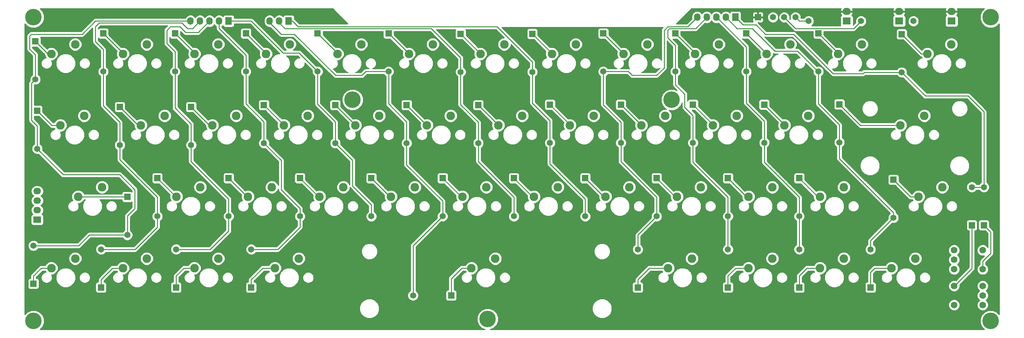
<source format=gbl>
G04 #@! TF.FileFunction,Copper,L2,Bot,Signal*
%FSLAX46Y46*%
G04 Gerber Fmt 4.6, Leading zero omitted, Abs format (unit mm)*
G04 Created by KiCad (PCBNEW 4.0.4-stable) date Wednesday, 23 November 2016 'AMt' 09:19:53 AM*
%MOMM*%
%LPD*%
G01*
G04 APERTURE LIST*
%ADD10C,0.100000*%
%ADD11C,1.651000*%
%ADD12R,1.651000X1.651000*%
%ADD13O,2.159000X1.905000*%
%ADD14R,2.159000X1.905000*%
%ADD15C,2.286000*%
%ADD16C,1.778000*%
%ADD17C,4.400000*%
%ADD18R,1.727200X2.032000*%
%ADD19O,1.727200X2.032000*%
%ADD20R,2.032000X1.727200*%
%ADD21O,2.032000X1.727200*%
%ADD22C,0.250000*%
%ADD23C,0.254000*%
G04 APERTURE END LIST*
D10*
D11*
X20500000Y-68580000D03*
D12*
X20500000Y-58420000D03*
D11*
X21000000Y-87080000D03*
D12*
X21000000Y-76920000D03*
D11*
X45000000Y-110080000D03*
D12*
X45000000Y-99920000D03*
D11*
X20000000Y-112920000D03*
D12*
X20000000Y-123080000D03*
D11*
X38600000Y-66480000D03*
D12*
X38600000Y-56320000D03*
D11*
X43000000Y-86080000D03*
D12*
X43000000Y-75920000D03*
D11*
X53000000Y-105080000D03*
D12*
X53000000Y-94920000D03*
D11*
X38000000Y-113920000D03*
D12*
X38000000Y-124080000D03*
D11*
X57700000Y-66480000D03*
D12*
X57700000Y-56320000D03*
D11*
X62000000Y-86080000D03*
D12*
X62000000Y-75920000D03*
D11*
X72000000Y-105080000D03*
D12*
X72000000Y-94920000D03*
D11*
X58000000Y-113920000D03*
D12*
X58000000Y-124080000D03*
D11*
X76600000Y-66480000D03*
D12*
X76600000Y-56320000D03*
D11*
X81400000Y-85580000D03*
D12*
X81400000Y-75420000D03*
D11*
X91000000Y-105080000D03*
D12*
X91000000Y-94920000D03*
D11*
X78000000Y-113920000D03*
D12*
X78000000Y-124080000D03*
D11*
X95700000Y-66480000D03*
D12*
X95700000Y-56320000D03*
D11*
X100400000Y-85580000D03*
D12*
X100400000Y-75420000D03*
D11*
X110000000Y-105080000D03*
D12*
X110000000Y-94920000D03*
D11*
X114600000Y-66480000D03*
D12*
X114600000Y-56320000D03*
D11*
X119400000Y-85580000D03*
D12*
X119400000Y-75420000D03*
D11*
X129000000Y-105080000D03*
D12*
X129000000Y-94920000D03*
D11*
X121126250Y-126206250D03*
D12*
X131286250Y-126206250D03*
D11*
X133800000Y-66580000D03*
D12*
X133800000Y-56420000D03*
D11*
X138500000Y-85580000D03*
D12*
X138500000Y-75420000D03*
D11*
X148000000Y-105080000D03*
D12*
X148000000Y-94920000D03*
D11*
X152900000Y-66580000D03*
D12*
X152900000Y-56420000D03*
D11*
X157600000Y-85480000D03*
D12*
X157600000Y-75320000D03*
D11*
X167000000Y-105080000D03*
D12*
X167000000Y-94920000D03*
D11*
X171800000Y-66480000D03*
D12*
X171800000Y-56320000D03*
D11*
X176500000Y-85480000D03*
D12*
X176500000Y-75320000D03*
D11*
X186000000Y-105080000D03*
D12*
X186000000Y-94920000D03*
D11*
X181000000Y-113920000D03*
D12*
X181000000Y-124080000D03*
D11*
X191000000Y-66480000D03*
D12*
X191000000Y-56320000D03*
D11*
X195700000Y-85480000D03*
D12*
X195700000Y-75320000D03*
D11*
X205000000Y-105080000D03*
D12*
X205000000Y-94920000D03*
D11*
X205000000Y-113920000D03*
D12*
X205000000Y-124080000D03*
D11*
X209900000Y-66480000D03*
D12*
X209900000Y-56320000D03*
D11*
X214700000Y-85480000D03*
D12*
X214700000Y-75320000D03*
D11*
X224000000Y-105080000D03*
D12*
X224000000Y-94920000D03*
D11*
X224000000Y-113920000D03*
D12*
X224000000Y-124080000D03*
D11*
X229100000Y-66480000D03*
D12*
X229100000Y-56320000D03*
D11*
X234700000Y-85380000D03*
D12*
X234700000Y-75220000D03*
D11*
X249100000Y-105480000D03*
D12*
X249100000Y-95320000D03*
D11*
X243000000Y-113920000D03*
D12*
X243000000Y-124080000D03*
D11*
X251300000Y-66680000D03*
D12*
X251300000Y-56520000D03*
D11*
X273200000Y-97320000D03*
D12*
X273200000Y-107480000D03*
D11*
X270000000Y-97320000D03*
D12*
X270000000Y-107480000D03*
D13*
X236648750Y-50465000D03*
D14*
X236648750Y-53005000D03*
D13*
X250618750Y-50465000D03*
D14*
X250618750Y-53005000D03*
D13*
X264588750Y-50465000D03*
D14*
X264588750Y-53005000D03*
D11*
X226488750Y-53005000D03*
X236648750Y-53005000D03*
X240458750Y-53005000D03*
X250618750Y-53005000D03*
X254428750Y-53005000D03*
X264588750Y-53005000D03*
D15*
X31115000Y-59213750D03*
X24765000Y-61753750D03*
X50165000Y-59213750D03*
X43815000Y-61753750D03*
X69215000Y-59213750D03*
X62865000Y-61753750D03*
X88265000Y-59213750D03*
X81915000Y-61753750D03*
X107315000Y-59213750D03*
X100965000Y-61753750D03*
X126365000Y-59213750D03*
X120015000Y-61753750D03*
X145415000Y-59213750D03*
X139065000Y-61753750D03*
X164465000Y-59213750D03*
X158115000Y-61753750D03*
X183515000Y-59213750D03*
X177165000Y-61753750D03*
X202565000Y-59213750D03*
X196215000Y-61753750D03*
X221615000Y-59213750D03*
X215265000Y-61753750D03*
X240665000Y-59213750D03*
X234315000Y-61753750D03*
X264477500Y-59213750D03*
X258127500Y-61753750D03*
X33496250Y-78263750D03*
X27146250Y-80803750D03*
X54927500Y-78263750D03*
X48577500Y-80803750D03*
X73977500Y-78263750D03*
X67627500Y-80803750D03*
X93027500Y-78263750D03*
X86677500Y-80803750D03*
X112077500Y-78263750D03*
X105727500Y-80803750D03*
X131127500Y-78263750D03*
X124777500Y-80803750D03*
X150177500Y-78263750D03*
X143827500Y-80803750D03*
X169227500Y-78263750D03*
X162877500Y-80803750D03*
X188277500Y-78263750D03*
X181927500Y-80803750D03*
X207327500Y-78263750D03*
X200977500Y-80803750D03*
X226377500Y-78263750D03*
X220027500Y-80803750D03*
X257333750Y-78263750D03*
X250983750Y-80803750D03*
X38258750Y-97313750D03*
X31908750Y-99853750D03*
X64452500Y-97313750D03*
X58102500Y-99853750D03*
X83502500Y-97313750D03*
X77152500Y-99853750D03*
X102552500Y-97313750D03*
X96202500Y-99853750D03*
X121602500Y-97313750D03*
X115252500Y-99853750D03*
X140652500Y-97313750D03*
X134302500Y-99853750D03*
X159702500Y-97313750D03*
X153352500Y-99853750D03*
X178752500Y-97313750D03*
X172402500Y-99853750D03*
X197802500Y-97313750D03*
X191452500Y-99853750D03*
X216852500Y-97313750D03*
X210502500Y-99853750D03*
X235902500Y-97313750D03*
X229552500Y-99853750D03*
X262096250Y-97313750D03*
X255746250Y-99853750D03*
D16*
X272891250Y-114141250D03*
X272891250Y-119221250D03*
X265271250Y-119221250D03*
X265271250Y-116681250D03*
X265271250Y-114141250D03*
D15*
X31115000Y-116363750D03*
X24765000Y-118903750D03*
X50165000Y-116363750D03*
X43815000Y-118903750D03*
X69215000Y-116363750D03*
X62865000Y-118903750D03*
X90646250Y-116363750D03*
X84296250Y-118903750D03*
X143033750Y-116363750D03*
X136683750Y-118903750D03*
X195421250Y-116363750D03*
X189071250Y-118903750D03*
X216852500Y-116363750D03*
X210502500Y-118903750D03*
X235902500Y-116363750D03*
X229552500Y-118903750D03*
X254952500Y-116363750D03*
X248602500Y-118903750D03*
D16*
X265271250Y-128746250D03*
X265271250Y-123666250D03*
X272891250Y-123666250D03*
X272891250Y-126206250D03*
X272891250Y-128746250D03*
D17*
X20000000Y-52000000D03*
X20000000Y-133000000D03*
X275000000Y-133000000D03*
X105000000Y-74000000D03*
X141000000Y-132500000D03*
X275000000Y-52000000D03*
X190000000Y-74000000D03*
D18*
X72000000Y-53000000D03*
D19*
X69460000Y-53000000D03*
X66920000Y-53000000D03*
X64380000Y-53000000D03*
X61840000Y-53000000D03*
D18*
X88000000Y-53000000D03*
D19*
X85460000Y-53000000D03*
X82920000Y-53000000D03*
D18*
X207000000Y-52000000D03*
D19*
X204460000Y-52000000D03*
X201920000Y-52000000D03*
X199380000Y-52000000D03*
X196840000Y-52000000D03*
D12*
X213000000Y-52000000D03*
D11*
X223000000Y-52000000D03*
X220000000Y-52000000D03*
X217000000Y-52000000D03*
D20*
X21000000Y-106000000D03*
D21*
X21000000Y-103460000D03*
X21000000Y-100920000D03*
X21000000Y-98380000D03*
D22*
X20500000Y-68580000D02*
X20500000Y-62000000D01*
X36500000Y-53000000D02*
X61840000Y-53000000D01*
X33000000Y-56500000D02*
X36500000Y-53000000D01*
X19500000Y-56500000D02*
X33000000Y-56500000D01*
X19000000Y-57000000D02*
X19500000Y-56500000D01*
X19000000Y-60500000D02*
X19000000Y-57000000D01*
X20500000Y-62000000D02*
X19000000Y-60500000D01*
X21000000Y-87080000D02*
X21000000Y-81000000D01*
X19500000Y-69580000D02*
X20500000Y-68580000D01*
X19500000Y-79500000D02*
X19500000Y-69580000D01*
X21000000Y-81000000D02*
X19500000Y-79500000D01*
X20200000Y-68480000D02*
X19980000Y-68480000D01*
X45000000Y-110080000D02*
X45000000Y-105000000D01*
X27920000Y-94000000D02*
X21000000Y-87080000D01*
X43000000Y-94000000D02*
X27920000Y-94000000D01*
X47000000Y-98000000D02*
X43000000Y-94000000D01*
X47000000Y-103000000D02*
X47000000Y-98000000D01*
X45000000Y-105000000D02*
X47000000Y-103000000D01*
X20000000Y-112920000D02*
X32080000Y-112920000D01*
X34920000Y-110080000D02*
X45000000Y-110080000D01*
X32080000Y-112920000D02*
X34920000Y-110080000D01*
X24765000Y-61753750D02*
X23833750Y-61753750D01*
X23833750Y-61753750D02*
X20500000Y-58420000D01*
X24765000Y-61753750D02*
X23633750Y-61753750D01*
X27146250Y-80803750D02*
X24883750Y-80803750D01*
X24883750Y-80803750D02*
X21000000Y-76920000D01*
X45000000Y-99920000D02*
X39080000Y-99920000D01*
X39013750Y-99853750D02*
X31908750Y-99853750D01*
X39080000Y-99920000D02*
X39013750Y-99853750D01*
X24765000Y-118903750D02*
X22096250Y-118903750D01*
X20000000Y-121000000D02*
X20000000Y-123080000D01*
X22096250Y-118903750D02*
X20000000Y-121000000D01*
X43000000Y-86080000D02*
X43000000Y-80000000D01*
X38600000Y-75600000D02*
X38600000Y-66480000D01*
X43000000Y-80000000D02*
X38600000Y-75600000D01*
X53000000Y-105080000D02*
X53000000Y-100000000D01*
X43000000Y-90000000D02*
X43000000Y-86080000D01*
X53000000Y-100000000D02*
X43000000Y-90000000D01*
X38600000Y-66480000D02*
X38600000Y-60600000D01*
X38600000Y-60600000D02*
X36500000Y-58500000D01*
X36500000Y-58500000D02*
X36500000Y-54500000D01*
X36500000Y-54500000D02*
X37500000Y-53500000D01*
X37500000Y-53500000D02*
X59500000Y-53500000D01*
X59500000Y-53500000D02*
X61000000Y-55000000D01*
X61000000Y-55000000D02*
X62380000Y-55000000D01*
X62380000Y-55000000D02*
X64380000Y-53000000D01*
X38000000Y-113920000D02*
X47080000Y-113920000D01*
X53000000Y-108000000D02*
X53000000Y-105080000D01*
X47080000Y-113920000D02*
X53000000Y-108000000D01*
X43815000Y-61753750D02*
X43815000Y-61535000D01*
X43815000Y-61535000D02*
X38600000Y-56320000D01*
X48577500Y-80803750D02*
X47883750Y-80803750D01*
X47883750Y-80803750D02*
X43000000Y-75920000D01*
X58102500Y-99853750D02*
X57933750Y-99853750D01*
X57933750Y-99853750D02*
X53000000Y-94920000D01*
X43815000Y-118903750D02*
X41096250Y-118903750D01*
X38000000Y-122000000D02*
X38000000Y-124080000D01*
X41096250Y-118903750D02*
X38000000Y-122000000D01*
X62000000Y-86080000D02*
X62000000Y-80500000D01*
X57700000Y-76200000D02*
X57700000Y-66480000D01*
X62000000Y-80500000D02*
X57700000Y-76200000D01*
X72000000Y-105080000D02*
X72000000Y-100500000D01*
X62000000Y-90500000D02*
X62000000Y-86080000D01*
X72000000Y-100500000D02*
X62000000Y-90500000D01*
X57700000Y-66480000D02*
X57700000Y-61200000D01*
X57700000Y-61200000D02*
X55500000Y-59000000D01*
X55500000Y-59000000D02*
X55500000Y-55500000D01*
X55500000Y-55500000D02*
X56500000Y-54500000D01*
X56500000Y-54500000D02*
X59000000Y-54500000D01*
X59000000Y-54500000D02*
X60500000Y-56000000D01*
X60500000Y-56000000D02*
X63920000Y-56000000D01*
X63920000Y-56000000D02*
X66920000Y-53000000D01*
X58000000Y-113920000D02*
X67080000Y-113920000D01*
X72000000Y-109000000D02*
X72000000Y-105080000D01*
X67080000Y-113920000D02*
X72000000Y-109000000D01*
X62865000Y-61753750D02*
X62865000Y-61485000D01*
X62865000Y-61485000D02*
X57700000Y-56320000D01*
X67627500Y-80803750D02*
X66883750Y-80803750D01*
X66883750Y-80803750D02*
X62000000Y-75920000D01*
X77152500Y-99853750D02*
X76933750Y-99853750D01*
X76933750Y-99853750D02*
X72000000Y-94920000D01*
X62865000Y-118903750D02*
X60096250Y-118903750D01*
X58000000Y-121000000D02*
X58000000Y-124080000D01*
X60096250Y-118903750D02*
X58000000Y-121000000D01*
X81400000Y-85580000D02*
X81400000Y-79900000D01*
X76600000Y-75100000D02*
X76600000Y-66480000D01*
X81400000Y-79900000D02*
X76600000Y-75100000D01*
X76600000Y-66480000D02*
X76600000Y-62100000D01*
X76600000Y-62100000D02*
X69460000Y-54960000D01*
X69460000Y-54960000D02*
X69460000Y-53000000D01*
X91000000Y-105080000D02*
X91000000Y-103000000D01*
X91000000Y-103000000D02*
X86000000Y-98000000D01*
X86000000Y-98000000D02*
X86000000Y-90180000D01*
X86000000Y-90180000D02*
X81400000Y-85580000D01*
X78000000Y-113920000D02*
X85080000Y-113920000D01*
X91000000Y-108000000D02*
X91000000Y-105080000D01*
X85080000Y-113920000D02*
X91000000Y-108000000D01*
X81915000Y-61753750D02*
X81915000Y-61635000D01*
X81915000Y-61635000D02*
X76600000Y-56320000D01*
X86677500Y-80803750D02*
X86677500Y-80697500D01*
X86677500Y-80697500D02*
X81400000Y-75420000D01*
X96202500Y-99853750D02*
X95933750Y-99853750D01*
X95933750Y-99853750D02*
X91000000Y-94920000D01*
X78000000Y-124080000D02*
X78000000Y-122000000D01*
X81096250Y-118903750D02*
X84296250Y-118903750D01*
X78000000Y-122000000D02*
X81096250Y-118903750D01*
X100400000Y-85580000D02*
X100400000Y-79900000D01*
X95700000Y-75200000D02*
X95700000Y-66480000D01*
X100400000Y-79900000D02*
X95700000Y-75200000D01*
X72000000Y-53000000D02*
X78000000Y-53000000D01*
X78000000Y-53000000D02*
X86500000Y-61500000D01*
X86500000Y-61500000D02*
X90720000Y-61500000D01*
X90720000Y-61500000D02*
X95700000Y-66480000D01*
X110000000Y-105080000D02*
X110000000Y-102000000D01*
X105000000Y-90180000D02*
X100400000Y-85580000D01*
X105000000Y-97000000D02*
X105000000Y-90180000D01*
X110000000Y-102000000D02*
X105000000Y-97000000D01*
X100965000Y-61753750D02*
X100965000Y-61585000D01*
X100965000Y-61585000D02*
X95700000Y-56320000D01*
X105727500Y-80803750D02*
X105727500Y-80747500D01*
X105727500Y-80747500D02*
X100400000Y-75420000D01*
X115252500Y-99853750D02*
X114933750Y-99853750D01*
X114933750Y-99853750D02*
X110000000Y-94920000D01*
X114600000Y-66480000D02*
X108520000Y-66480000D01*
X86000000Y-56500000D02*
X82920000Y-53420000D01*
X89500000Y-56500000D02*
X86000000Y-56500000D01*
X100500000Y-67500000D02*
X89500000Y-56500000D01*
X107500000Y-67500000D02*
X100500000Y-67500000D01*
X108520000Y-66480000D02*
X107500000Y-67500000D01*
X82920000Y-53420000D02*
X82920000Y-53000000D01*
X119400000Y-85580000D02*
X119400000Y-79900000D01*
X114600000Y-75100000D02*
X114600000Y-66480000D01*
X119400000Y-79900000D02*
X114600000Y-75100000D01*
X129000000Y-105080000D02*
X129000000Y-101000000D01*
X119400000Y-91400000D02*
X119400000Y-85580000D01*
X129000000Y-101000000D02*
X119400000Y-91400000D01*
X121126250Y-126206250D02*
X121126250Y-112953750D01*
X121126250Y-112953750D02*
X129000000Y-105080000D01*
X120015000Y-61753750D02*
X120015000Y-61735000D01*
X120015000Y-61735000D02*
X114600000Y-56320000D01*
X124777500Y-80803750D02*
X124777500Y-80797500D01*
X124777500Y-80797500D02*
X119400000Y-75420000D01*
X134302500Y-99853750D02*
X133933750Y-99853750D01*
X133933750Y-99853750D02*
X129000000Y-94920000D01*
X131286250Y-126206250D02*
X131286250Y-121713750D01*
X134096250Y-118903750D02*
X136683750Y-118903750D01*
X131286250Y-121713750D02*
X134096250Y-118903750D01*
X85460000Y-53000000D02*
X85460000Y-53460000D01*
X85460000Y-53460000D02*
X87000000Y-55000000D01*
X87000000Y-55000000D02*
X126000000Y-55000000D01*
X126000000Y-55000000D02*
X133800000Y-62800000D01*
X133800000Y-62800000D02*
X133800000Y-66580000D01*
X138500000Y-85580000D02*
X138500000Y-80000000D01*
X133800000Y-75300000D02*
X133800000Y-66580000D01*
X138500000Y-80000000D02*
X133800000Y-75300000D01*
X148000000Y-105080000D02*
X148000000Y-100000000D01*
X138500000Y-90500000D02*
X138500000Y-85580000D01*
X148000000Y-100000000D02*
X138500000Y-90500000D01*
X139065000Y-61753750D02*
X139065000Y-61685000D01*
X139065000Y-61685000D02*
X133800000Y-56420000D01*
X143827500Y-80803750D02*
X143827500Y-80747500D01*
X143827500Y-80747500D02*
X138500000Y-75420000D01*
X153352500Y-99853750D02*
X152933750Y-99853750D01*
X152933750Y-99853750D02*
X148000000Y-94920000D01*
X88000000Y-53000000D02*
X89000000Y-53000000D01*
X152900000Y-63900000D02*
X152900000Y-66580000D01*
X143500000Y-54500000D02*
X152900000Y-63900000D01*
X90500000Y-54500000D02*
X143500000Y-54500000D01*
X89000000Y-53000000D02*
X90500000Y-54500000D01*
X157600000Y-85480000D02*
X157600000Y-79600000D01*
X152900000Y-74900000D02*
X152900000Y-66580000D01*
X157600000Y-79600000D02*
X152900000Y-74900000D01*
X167000000Y-105080000D02*
X167000000Y-100500000D01*
X157600000Y-91100000D02*
X157600000Y-85480000D01*
X167000000Y-100500000D02*
X157600000Y-91100000D01*
X158115000Y-61753750D02*
X158115000Y-61635000D01*
X158115000Y-61635000D02*
X152900000Y-56420000D01*
X162877500Y-80803750D02*
X162877500Y-80597500D01*
X162877500Y-80597500D02*
X157600000Y-75320000D01*
X172402500Y-99853750D02*
X171933750Y-99853750D01*
X171933750Y-99853750D02*
X167000000Y-94920000D01*
X171800000Y-66480000D02*
X178480000Y-66480000D01*
X194340000Y-54500000D02*
X196840000Y-52000000D01*
X189000000Y-54500000D02*
X194340000Y-54500000D01*
X188000000Y-55500000D02*
X189000000Y-54500000D01*
X188000000Y-65500000D02*
X188000000Y-55500000D01*
X186000000Y-67500000D02*
X188000000Y-65500000D01*
X179500000Y-67500000D02*
X186000000Y-67500000D01*
X178480000Y-66480000D02*
X179500000Y-67500000D01*
X176500000Y-85480000D02*
X176500000Y-80000000D01*
X171800000Y-75300000D02*
X171800000Y-66480000D01*
X176500000Y-80000000D02*
X171800000Y-75300000D01*
X186000000Y-105080000D02*
X186000000Y-100000000D01*
X176500000Y-90500000D02*
X176500000Y-85480000D01*
X186000000Y-100000000D02*
X176500000Y-90500000D01*
X181000000Y-113920000D02*
X181000000Y-110080000D01*
X181000000Y-110080000D02*
X186000000Y-105080000D01*
X177165000Y-61753750D02*
X177165000Y-61685000D01*
X177165000Y-61685000D02*
X171800000Y-56320000D01*
X181927500Y-80803750D02*
X181927500Y-80747500D01*
X181927500Y-80747500D02*
X176500000Y-75320000D01*
X191452500Y-99853750D02*
X190933750Y-99853750D01*
X190933750Y-99853750D02*
X186000000Y-94920000D01*
X181000000Y-124080000D02*
X181000000Y-122000000D01*
X184096250Y-118903750D02*
X189071250Y-118903750D01*
X181000000Y-122000000D02*
X184096250Y-118903750D01*
X191000000Y-66480000D02*
X191000000Y-59500000D01*
X196380000Y-55000000D02*
X199380000Y-52000000D01*
X189450002Y-55000000D02*
X196380000Y-55000000D01*
X189000000Y-55450002D02*
X189450002Y-55000000D01*
X189000000Y-57500000D02*
X189000000Y-55450002D01*
X191000000Y-59500000D02*
X189000000Y-57500000D01*
X195700000Y-85480000D02*
X195700000Y-78200000D01*
X191000000Y-70000000D02*
X191000000Y-66480000D01*
X193500000Y-72500000D02*
X191000000Y-70000000D01*
X193500000Y-76000000D02*
X193500000Y-72500000D01*
X195700000Y-78200000D02*
X193500000Y-76000000D01*
X205000000Y-105080000D02*
X205000000Y-100000000D01*
X195700000Y-90700000D02*
X195700000Y-85480000D01*
X205000000Y-100000000D02*
X195700000Y-90700000D01*
X205000000Y-113920000D02*
X205000000Y-105080000D01*
X196215000Y-61753750D02*
X196215000Y-61535000D01*
X196215000Y-61535000D02*
X191000000Y-56320000D01*
X200977500Y-80803750D02*
X200977500Y-80597500D01*
X200977500Y-80597500D02*
X195700000Y-75320000D01*
X210502500Y-99853750D02*
X209933750Y-99853750D01*
X209933750Y-99853750D02*
X205000000Y-94920000D01*
X205000000Y-124080000D02*
X205000000Y-121000000D01*
X207096250Y-118903750D02*
X210502500Y-118903750D01*
X205000000Y-121000000D02*
X207096250Y-118903750D01*
X209900000Y-66480000D02*
X209900000Y-59900000D01*
X209900000Y-59900000D02*
X202000000Y-52000000D01*
X202000000Y-52000000D02*
X201920000Y-52000000D01*
X214700000Y-85480000D02*
X214700000Y-79700000D01*
X209900000Y-74900000D02*
X209900000Y-66480000D01*
X214700000Y-79700000D02*
X209900000Y-74900000D01*
X224000000Y-105080000D02*
X224000000Y-100000000D01*
X214700000Y-90700000D02*
X214700000Y-85480000D01*
X224000000Y-100000000D02*
X214700000Y-90700000D01*
X224000000Y-113920000D02*
X224000000Y-105080000D01*
X215265000Y-61753750D02*
X215265000Y-61685000D01*
X215265000Y-61685000D02*
X209900000Y-56320000D01*
X220027500Y-80803750D02*
X220027500Y-80647500D01*
X220027500Y-80647500D02*
X214700000Y-75320000D01*
X229552500Y-99853750D02*
X228933750Y-99853750D01*
X228933750Y-99853750D02*
X224000000Y-94920000D01*
X224000000Y-124080000D02*
X224000000Y-121000000D01*
X226096250Y-118903750D02*
X229552500Y-118903750D01*
X224000000Y-121000000D02*
X226096250Y-118903750D01*
X207460000Y-55000000D02*
X204460000Y-52000000D01*
X211500000Y-55000000D02*
X207460000Y-55000000D01*
X217500000Y-61000000D02*
X211500000Y-55000000D01*
X223500000Y-61000000D02*
X217500000Y-61000000D01*
X228980000Y-66480000D02*
X223500000Y-61000000D01*
X229100000Y-66480000D02*
X228980000Y-66480000D01*
X234700000Y-85380000D02*
X234700000Y-80700000D01*
X229100000Y-75100000D02*
X229100000Y-66480000D01*
X234700000Y-80700000D02*
X229100000Y-75100000D01*
X249100000Y-105480000D02*
X249100000Y-104100000D01*
X234700000Y-89700000D02*
X234700000Y-85380000D01*
X249100000Y-104100000D02*
X234700000Y-89700000D01*
X243000000Y-113920000D02*
X243000000Y-111580000D01*
X243000000Y-111580000D02*
X249100000Y-105480000D01*
X234315000Y-61753750D02*
X234315000Y-61535000D01*
X234315000Y-61535000D02*
X229100000Y-56320000D01*
X250983750Y-80803750D02*
X240283750Y-80803750D01*
X240283750Y-80803750D02*
X234700000Y-75220000D01*
X255746250Y-99853750D02*
X253633750Y-99853750D01*
X253633750Y-99853750D02*
X249100000Y-95320000D01*
X243000000Y-124080000D02*
X243000000Y-120000000D01*
X244096250Y-118903750D02*
X248602500Y-118903750D01*
X243000000Y-120000000D02*
X244096250Y-118903750D01*
X251300000Y-66680000D02*
X241320000Y-66680000D01*
X209000000Y-54000000D02*
X207000000Y-52000000D01*
X212500000Y-54000000D02*
X209000000Y-54000000D01*
X215000000Y-56500000D02*
X212500000Y-54000000D01*
X222500000Y-56500000D02*
X215000000Y-56500000D01*
X233000000Y-67000000D02*
X222500000Y-56500000D01*
X241000000Y-67000000D02*
X233000000Y-67000000D01*
X241320000Y-66680000D02*
X241000000Y-67000000D01*
X273200000Y-97320000D02*
X273200000Y-77200000D01*
X257620000Y-73000000D02*
X251300000Y-66680000D01*
X269000000Y-73000000D02*
X257620000Y-73000000D01*
X273200000Y-77200000D02*
X269000000Y-73000000D01*
X270000000Y-97320000D02*
X273200000Y-97320000D01*
X258127500Y-61753750D02*
X256533750Y-61753750D01*
X256533750Y-61753750D02*
X251300000Y-56520000D01*
X272891250Y-119221250D02*
X272891250Y-117108750D01*
X275000000Y-109280000D02*
X273200000Y-107480000D01*
X275000000Y-115000000D02*
X275000000Y-109280000D01*
X272891250Y-117108750D02*
X275000000Y-115000000D01*
X265271250Y-123666250D02*
X265333750Y-123666250D01*
X265333750Y-123666250D02*
X270000000Y-119000000D01*
X270000000Y-119000000D02*
X270000000Y-107480000D01*
X226488750Y-53005000D02*
X224005000Y-53005000D01*
X224005000Y-53005000D02*
X223000000Y-52000000D01*
X240458750Y-53005000D02*
X240458750Y-53041250D01*
X240458750Y-53041250D02*
X238500000Y-55000000D01*
X223000000Y-55000000D02*
X220000000Y-52000000D01*
X238500000Y-55000000D02*
X223000000Y-55000000D01*
X254428750Y-53005000D02*
X254428750Y-53071250D01*
D23*
G36*
X103735908Y-53740000D02*
X90814802Y-53740000D01*
X89537401Y-52462599D01*
X89511040Y-52444985D01*
X89511040Y-51984000D01*
X89466762Y-51748683D01*
X89327690Y-51532559D01*
X89115490Y-51387569D01*
X88863600Y-51336560D01*
X87136400Y-51336560D01*
X86901083Y-51380838D01*
X86684959Y-51519910D01*
X86539969Y-51732110D01*
X86531600Y-51773439D01*
X86519670Y-51755585D01*
X86033489Y-51430729D01*
X85460000Y-51316655D01*
X84886511Y-51430729D01*
X84400330Y-51755585D01*
X84190000Y-52070366D01*
X83979670Y-51755585D01*
X83493489Y-51430729D01*
X82920000Y-51316655D01*
X82346511Y-51430729D01*
X81860330Y-51755585D01*
X81535474Y-52241766D01*
X81421400Y-52815255D01*
X81421400Y-53184745D01*
X81535474Y-53758234D01*
X81860330Y-54244415D01*
X82346511Y-54569271D01*
X82920000Y-54683345D01*
X83077262Y-54652064D01*
X85462599Y-57037401D01*
X85709161Y-57202148D01*
X86000000Y-57260000D01*
X89185198Y-57260000D01*
X99962599Y-68037401D01*
X100209160Y-68202148D01*
X100500000Y-68260000D01*
X107500000Y-68260000D01*
X107790839Y-68202148D01*
X108037401Y-68037401D01*
X108834802Y-67240000D01*
X113333762Y-67240000D01*
X113361126Y-67306226D01*
X113771613Y-67717430D01*
X113840000Y-67745827D01*
X113840000Y-75100000D01*
X113897852Y-75390839D01*
X114062599Y-75637401D01*
X118640000Y-80214802D01*
X118640000Y-84313762D01*
X118573774Y-84341126D01*
X118162570Y-84751613D01*
X117939754Y-85288214D01*
X117939247Y-85869237D01*
X118161126Y-86406226D01*
X118571613Y-86817430D01*
X118640000Y-86845827D01*
X118640000Y-91400000D01*
X118697852Y-91690839D01*
X118862599Y-91937401D01*
X128240000Y-101314802D01*
X128240000Y-103813762D01*
X128173774Y-103841126D01*
X127762570Y-104251613D01*
X127539754Y-104788214D01*
X127539247Y-105369237D01*
X127567524Y-105437674D01*
X120588849Y-112416349D01*
X120424102Y-112662911D01*
X120366250Y-112953750D01*
X120366250Y-124940012D01*
X120300024Y-124967376D01*
X119888820Y-125377863D01*
X119666004Y-125914464D01*
X119665497Y-126495487D01*
X119887376Y-127032476D01*
X120297863Y-127443680D01*
X120834464Y-127666496D01*
X121415487Y-127667003D01*
X121952476Y-127445124D01*
X122363680Y-127034637D01*
X122586496Y-126498036D01*
X122587003Y-125917013D01*
X122365424Y-125380750D01*
X129813310Y-125380750D01*
X129813310Y-127031750D01*
X129857588Y-127267067D01*
X129996660Y-127483191D01*
X130208860Y-127628181D01*
X130460750Y-127679190D01*
X132111750Y-127679190D01*
X132347067Y-127634912D01*
X132563191Y-127495840D01*
X132708181Y-127283640D01*
X132759190Y-127031750D01*
X132759190Y-125380750D01*
X132714912Y-125145433D01*
X132575840Y-124929309D01*
X132363640Y-124784319D01*
X132111750Y-124733310D01*
X132046250Y-124733310D01*
X132046250Y-122028552D01*
X134411052Y-119663750D01*
X135073977Y-119663750D01*
X135175556Y-119909590D01*
X135223565Y-119957683D01*
X135119483Y-119957592D01*
X134573155Y-120183330D01*
X134154799Y-120600956D01*
X133928108Y-121146889D01*
X133927592Y-121738017D01*
X134153330Y-122284345D01*
X134570956Y-122702701D01*
X135116889Y-122929392D01*
X135708017Y-122929908D01*
X136254345Y-122704170D01*
X136672701Y-122286544D01*
X136806476Y-121964376D01*
X137864395Y-121964376D01*
X138263778Y-122930957D01*
X139002654Y-123671123D01*
X139968535Y-124072192D01*
X141014376Y-124073105D01*
X141980957Y-123673722D01*
X142400910Y-123254500D01*
X179527060Y-123254500D01*
X179527060Y-124905500D01*
X179571338Y-125140817D01*
X179710410Y-125356941D01*
X179922610Y-125501931D01*
X180174500Y-125552940D01*
X181825500Y-125552940D01*
X182060817Y-125508662D01*
X182276941Y-125369590D01*
X182421931Y-125157390D01*
X182472940Y-124905500D01*
X182472940Y-123254500D01*
X182428662Y-123019183D01*
X182289590Y-122803059D01*
X182077390Y-122658069D01*
X181825500Y-122607060D01*
X181760000Y-122607060D01*
X181760000Y-122314802D01*
X184411052Y-119663750D01*
X187461477Y-119663750D01*
X187563056Y-119909590D01*
X187611065Y-119957683D01*
X187506983Y-119957592D01*
X186960655Y-120183330D01*
X186542299Y-120600956D01*
X186315608Y-121146889D01*
X186315092Y-121738017D01*
X186540830Y-122284345D01*
X186958456Y-122702701D01*
X187504389Y-122929392D01*
X188095517Y-122929908D01*
X188641845Y-122704170D01*
X189060201Y-122286544D01*
X189193976Y-121964376D01*
X190251895Y-121964376D01*
X190651278Y-122930957D01*
X191390154Y-123671123D01*
X192356035Y-124072192D01*
X193401876Y-124073105D01*
X194368457Y-123673722D01*
X194788410Y-123254500D01*
X203527060Y-123254500D01*
X203527060Y-124905500D01*
X203571338Y-125140817D01*
X203710410Y-125356941D01*
X203922610Y-125501931D01*
X204174500Y-125552940D01*
X205825500Y-125552940D01*
X206060817Y-125508662D01*
X206276941Y-125369590D01*
X206421931Y-125157390D01*
X206472940Y-124905500D01*
X206472940Y-123254500D01*
X206428662Y-123019183D01*
X206289590Y-122803059D01*
X206077390Y-122658069D01*
X205825500Y-122607060D01*
X205760000Y-122607060D01*
X205760000Y-121314802D01*
X207411052Y-119663750D01*
X208892727Y-119663750D01*
X208994306Y-119909590D01*
X209042315Y-119957683D01*
X208938233Y-119957592D01*
X208391905Y-120183330D01*
X207973549Y-120600956D01*
X207746858Y-121146889D01*
X207746342Y-121738017D01*
X207972080Y-122284345D01*
X208389706Y-122702701D01*
X208935639Y-122929392D01*
X209526767Y-122929908D01*
X210073095Y-122704170D01*
X210491451Y-122286544D01*
X210625226Y-121964376D01*
X211683145Y-121964376D01*
X212082528Y-122930957D01*
X212821404Y-123671123D01*
X213787285Y-124072192D01*
X214833126Y-124073105D01*
X215799707Y-123673722D01*
X216219660Y-123254500D01*
X222527060Y-123254500D01*
X222527060Y-124905500D01*
X222571338Y-125140817D01*
X222710410Y-125356941D01*
X222922610Y-125501931D01*
X223174500Y-125552940D01*
X224825500Y-125552940D01*
X225060817Y-125508662D01*
X225276941Y-125369590D01*
X225421931Y-125157390D01*
X225472940Y-124905500D01*
X225472940Y-123254500D01*
X225428662Y-123019183D01*
X225289590Y-122803059D01*
X225077390Y-122658069D01*
X224825500Y-122607060D01*
X224760000Y-122607060D01*
X224760000Y-121314802D01*
X226411052Y-119663750D01*
X227942727Y-119663750D01*
X228044306Y-119909590D01*
X228092315Y-119957683D01*
X227988233Y-119957592D01*
X227441905Y-120183330D01*
X227023549Y-120600956D01*
X226796858Y-121146889D01*
X226796342Y-121738017D01*
X227022080Y-122284345D01*
X227439706Y-122702701D01*
X227985639Y-122929392D01*
X228576767Y-122929908D01*
X229123095Y-122704170D01*
X229541451Y-122286544D01*
X229675226Y-121964376D01*
X230733145Y-121964376D01*
X231132528Y-122930957D01*
X231871404Y-123671123D01*
X232837285Y-124072192D01*
X233883126Y-124073105D01*
X234849707Y-123673722D01*
X235269660Y-123254500D01*
X241527060Y-123254500D01*
X241527060Y-124905500D01*
X241571338Y-125140817D01*
X241710410Y-125356941D01*
X241922610Y-125501931D01*
X242174500Y-125552940D01*
X243825500Y-125552940D01*
X244060817Y-125508662D01*
X244276941Y-125369590D01*
X244421931Y-125157390D01*
X244472940Y-124905500D01*
X244472940Y-123254500D01*
X244428662Y-123019183D01*
X244289590Y-122803059D01*
X244077390Y-122658069D01*
X243825500Y-122607060D01*
X243760000Y-122607060D01*
X243760000Y-120314802D01*
X244411052Y-119663750D01*
X246992727Y-119663750D01*
X247094306Y-119909590D01*
X247142315Y-119957683D01*
X247038233Y-119957592D01*
X246491905Y-120183330D01*
X246073549Y-120600956D01*
X245846858Y-121146889D01*
X245846342Y-121738017D01*
X246072080Y-122284345D01*
X246489706Y-122702701D01*
X247035639Y-122929392D01*
X247626767Y-122929908D01*
X248173095Y-122704170D01*
X248591451Y-122286544D01*
X248725226Y-121964376D01*
X249783145Y-121964376D01*
X250182528Y-122930957D01*
X250921404Y-123671123D01*
X251887285Y-124072192D01*
X252933126Y-124073105D01*
X253187349Y-123968062D01*
X263746986Y-123968062D01*
X263978512Y-124528399D01*
X264406846Y-124957481D01*
X264966778Y-125189985D01*
X265573062Y-125190514D01*
X266133399Y-124958988D01*
X266562481Y-124530654D01*
X266794985Y-123970722D01*
X266794987Y-123968062D01*
X271366986Y-123968062D01*
X271598512Y-124528399D01*
X272005987Y-124936586D01*
X271600019Y-125341846D01*
X271367515Y-125901778D01*
X271366986Y-126508062D01*
X271598512Y-127068399D01*
X272005987Y-127476586D01*
X271600019Y-127881846D01*
X271367515Y-128441778D01*
X271366986Y-129048062D01*
X271598512Y-129608399D01*
X272026846Y-130037481D01*
X272586778Y-130269985D01*
X273193062Y-130270514D01*
X273753399Y-130038988D01*
X274182481Y-129610654D01*
X274414985Y-129050722D01*
X274415514Y-128444438D01*
X274183988Y-127884101D01*
X273776513Y-127475914D01*
X274182481Y-127070654D01*
X274414985Y-126510722D01*
X274415514Y-125904438D01*
X274183988Y-125344101D01*
X273776513Y-124935914D01*
X274182481Y-124530654D01*
X274414985Y-123970722D01*
X274415514Y-123364438D01*
X274183988Y-122804101D01*
X273755654Y-122375019D01*
X273195722Y-122142515D01*
X272589438Y-122141986D01*
X272029101Y-122373512D01*
X271600019Y-122801846D01*
X271367515Y-123361778D01*
X271366986Y-123968062D01*
X266794987Y-123968062D01*
X266795514Y-123364438D01*
X266770618Y-123304184D01*
X270537401Y-119537401D01*
X270702148Y-119290839D01*
X270760000Y-119000000D01*
X270760000Y-114443062D01*
X271366986Y-114443062D01*
X271598512Y-115003399D01*
X272026846Y-115432481D01*
X272586778Y-115664985D01*
X273193062Y-115665514D01*
X273306595Y-115618603D01*
X272353849Y-116571349D01*
X272189102Y-116817911D01*
X272131250Y-117108750D01*
X272131250Y-117886305D01*
X272029101Y-117928512D01*
X271600019Y-118356846D01*
X271367515Y-118916778D01*
X271366986Y-119523062D01*
X271598512Y-120083399D01*
X272026846Y-120512481D01*
X272586778Y-120744985D01*
X273193062Y-120745514D01*
X273753399Y-120513988D01*
X274182481Y-120085654D01*
X274414985Y-119525722D01*
X274415514Y-118919438D01*
X274183988Y-118359101D01*
X273755654Y-117930019D01*
X273651250Y-117886667D01*
X273651250Y-117423552D01*
X275537401Y-115537401D01*
X275702148Y-115290839D01*
X275760000Y-115000000D01*
X275760000Y-109280000D01*
X275702148Y-108989161D01*
X275702148Y-108989160D01*
X275537401Y-108742599D01*
X274672940Y-107878138D01*
X274672940Y-106654500D01*
X274628662Y-106419183D01*
X274489590Y-106203059D01*
X274277390Y-106058069D01*
X274025500Y-106007060D01*
X272374500Y-106007060D01*
X272139183Y-106051338D01*
X271923059Y-106190410D01*
X271778069Y-106402610D01*
X271727060Y-106654500D01*
X271727060Y-108305500D01*
X271771338Y-108540817D01*
X271910410Y-108756941D01*
X272122610Y-108901931D01*
X272374500Y-108952940D01*
X273598138Y-108952940D01*
X274240000Y-109594802D01*
X274240000Y-113414661D01*
X274183988Y-113279101D01*
X273755654Y-112850019D01*
X273195722Y-112617515D01*
X272589438Y-112616986D01*
X272029101Y-112848512D01*
X271600019Y-113276846D01*
X271367515Y-113836778D01*
X271366986Y-114443062D01*
X270760000Y-114443062D01*
X270760000Y-108952940D01*
X270825500Y-108952940D01*
X271060817Y-108908662D01*
X271276941Y-108769590D01*
X271421931Y-108557390D01*
X271472940Y-108305500D01*
X271472940Y-106654500D01*
X271428662Y-106419183D01*
X271289590Y-106203059D01*
X271077390Y-106058069D01*
X270825500Y-106007060D01*
X269174500Y-106007060D01*
X268939183Y-106051338D01*
X268723059Y-106190410D01*
X268578069Y-106402610D01*
X268527060Y-106654500D01*
X268527060Y-108305500D01*
X268571338Y-108540817D01*
X268710410Y-108756941D01*
X268922610Y-108901931D01*
X269174500Y-108952940D01*
X269240000Y-108952940D01*
X269240000Y-118685198D01*
X265721960Y-122203238D01*
X265575722Y-122142515D01*
X264969438Y-122141986D01*
X264409101Y-122373512D01*
X263980019Y-122801846D01*
X263747515Y-123361778D01*
X263746986Y-123968062D01*
X253187349Y-123968062D01*
X253899707Y-123673722D01*
X254639873Y-122934846D01*
X255040942Y-121968965D01*
X255041143Y-121738017D01*
X256006342Y-121738017D01*
X256232080Y-122284345D01*
X256649706Y-122702701D01*
X257195639Y-122929392D01*
X257786767Y-122929908D01*
X258333095Y-122704170D01*
X258751451Y-122286544D01*
X258978142Y-121740611D01*
X258978658Y-121149483D01*
X258752920Y-120603155D01*
X258335294Y-120184799D01*
X257789361Y-119958108D01*
X257198233Y-119957592D01*
X256651905Y-120183330D01*
X256233549Y-120600956D01*
X256006858Y-121146889D01*
X256006342Y-121738017D01*
X255041143Y-121738017D01*
X255041855Y-120923124D01*
X254642472Y-119956543D01*
X253903596Y-119216377D01*
X252937715Y-118815308D01*
X251891874Y-118814395D01*
X250925293Y-119213778D01*
X250185127Y-119952654D01*
X249784058Y-120918535D01*
X249783145Y-121964376D01*
X248725226Y-121964376D01*
X248818142Y-121740611D01*
X248818658Y-121149483D01*
X248625403Y-120681771D01*
X248954614Y-120682058D01*
X249608340Y-120411944D01*
X250108936Y-119912221D01*
X250380191Y-119258968D01*
X250380808Y-118551636D01*
X250110694Y-117897910D01*
X249610971Y-117397314D01*
X248957718Y-117126059D01*
X248250386Y-117125442D01*
X247596660Y-117395556D01*
X247096064Y-117895279D01*
X246992890Y-118143750D01*
X244096250Y-118143750D01*
X243805411Y-118201602D01*
X243558849Y-118366349D01*
X242462599Y-119462599D01*
X242297852Y-119709161D01*
X242240000Y-120000000D01*
X242240000Y-122607060D01*
X242174500Y-122607060D01*
X241939183Y-122651338D01*
X241723059Y-122790410D01*
X241578069Y-123002610D01*
X241527060Y-123254500D01*
X235269660Y-123254500D01*
X235589873Y-122934846D01*
X235990942Y-121968965D01*
X235991143Y-121738017D01*
X236956342Y-121738017D01*
X237182080Y-122284345D01*
X237599706Y-122702701D01*
X238145639Y-122929392D01*
X238736767Y-122929908D01*
X239283095Y-122704170D01*
X239701451Y-122286544D01*
X239928142Y-121740611D01*
X239928658Y-121149483D01*
X239702920Y-120603155D01*
X239285294Y-120184799D01*
X238739361Y-119958108D01*
X238148233Y-119957592D01*
X237601905Y-120183330D01*
X237183549Y-120600956D01*
X236956858Y-121146889D01*
X236956342Y-121738017D01*
X235991143Y-121738017D01*
X235991855Y-120923124D01*
X235592472Y-119956543D01*
X234853596Y-119216377D01*
X233887715Y-118815308D01*
X232841874Y-118814395D01*
X231875293Y-119213778D01*
X231135127Y-119952654D01*
X230734058Y-120918535D01*
X230733145Y-121964376D01*
X229675226Y-121964376D01*
X229768142Y-121740611D01*
X229768658Y-121149483D01*
X229575403Y-120681771D01*
X229904614Y-120682058D01*
X230558340Y-120411944D01*
X231058936Y-119912221D01*
X231330191Y-119258968D01*
X231330808Y-118551636D01*
X231060694Y-117897910D01*
X230560971Y-117397314D01*
X229907718Y-117126059D01*
X229200386Y-117125442D01*
X228546660Y-117395556D01*
X228046064Y-117895279D01*
X227942890Y-118143750D01*
X226096250Y-118143750D01*
X225805410Y-118201602D01*
X225558849Y-118366349D01*
X223462599Y-120462599D01*
X223297852Y-120709161D01*
X223240000Y-121000000D01*
X223240000Y-122607060D01*
X223174500Y-122607060D01*
X222939183Y-122651338D01*
X222723059Y-122790410D01*
X222578069Y-123002610D01*
X222527060Y-123254500D01*
X216219660Y-123254500D01*
X216539873Y-122934846D01*
X216940942Y-121968965D01*
X216941143Y-121738017D01*
X217906342Y-121738017D01*
X218132080Y-122284345D01*
X218549706Y-122702701D01*
X219095639Y-122929392D01*
X219686767Y-122929908D01*
X220233095Y-122704170D01*
X220651451Y-122286544D01*
X220878142Y-121740611D01*
X220878658Y-121149483D01*
X220652920Y-120603155D01*
X220235294Y-120184799D01*
X219689361Y-119958108D01*
X219098233Y-119957592D01*
X218551905Y-120183330D01*
X218133549Y-120600956D01*
X217906858Y-121146889D01*
X217906342Y-121738017D01*
X216941143Y-121738017D01*
X216941855Y-120923124D01*
X216542472Y-119956543D01*
X215803596Y-119216377D01*
X214837715Y-118815308D01*
X213791874Y-118814395D01*
X212825293Y-119213778D01*
X212085127Y-119952654D01*
X211684058Y-120918535D01*
X211683145Y-121964376D01*
X210625226Y-121964376D01*
X210718142Y-121740611D01*
X210718658Y-121149483D01*
X210525403Y-120681771D01*
X210854614Y-120682058D01*
X211508340Y-120411944D01*
X212008936Y-119912221D01*
X212280191Y-119258968D01*
X212280808Y-118551636D01*
X212010694Y-117897910D01*
X211510971Y-117397314D01*
X210857718Y-117126059D01*
X210150386Y-117125442D01*
X209496660Y-117395556D01*
X208996064Y-117895279D01*
X208892890Y-118143750D01*
X207096250Y-118143750D01*
X206805410Y-118201602D01*
X206558849Y-118366349D01*
X204462599Y-120462599D01*
X204297852Y-120709161D01*
X204240000Y-121000000D01*
X204240000Y-122607060D01*
X204174500Y-122607060D01*
X203939183Y-122651338D01*
X203723059Y-122790410D01*
X203578069Y-123002610D01*
X203527060Y-123254500D01*
X194788410Y-123254500D01*
X195108623Y-122934846D01*
X195509692Y-121968965D01*
X195509893Y-121738017D01*
X196475092Y-121738017D01*
X196700830Y-122284345D01*
X197118456Y-122702701D01*
X197664389Y-122929392D01*
X198255517Y-122929908D01*
X198801845Y-122704170D01*
X199220201Y-122286544D01*
X199446892Y-121740611D01*
X199447408Y-121149483D01*
X199221670Y-120603155D01*
X198804044Y-120184799D01*
X198258111Y-119958108D01*
X197666983Y-119957592D01*
X197120655Y-120183330D01*
X196702299Y-120600956D01*
X196475608Y-121146889D01*
X196475092Y-121738017D01*
X195509893Y-121738017D01*
X195510605Y-120923124D01*
X195111222Y-119956543D01*
X194372346Y-119216377D01*
X193406465Y-118815308D01*
X192360624Y-118814395D01*
X191394043Y-119213778D01*
X190653877Y-119952654D01*
X190252808Y-120918535D01*
X190251895Y-121964376D01*
X189193976Y-121964376D01*
X189286892Y-121740611D01*
X189287408Y-121149483D01*
X189094153Y-120681771D01*
X189423364Y-120682058D01*
X190077090Y-120411944D01*
X190577686Y-119912221D01*
X190848941Y-119258968D01*
X190849558Y-118551636D01*
X190579444Y-117897910D01*
X190079721Y-117397314D01*
X189426468Y-117126059D01*
X188719136Y-117125442D01*
X188065410Y-117395556D01*
X187564814Y-117895279D01*
X187461640Y-118143750D01*
X184096250Y-118143750D01*
X183805411Y-118201602D01*
X183558849Y-118366349D01*
X180462599Y-121462599D01*
X180297852Y-121709161D01*
X180240000Y-122000000D01*
X180240000Y-122607060D01*
X180174500Y-122607060D01*
X179939183Y-122651338D01*
X179723059Y-122790410D01*
X179578069Y-123002610D01*
X179527060Y-123254500D01*
X142400910Y-123254500D01*
X142721123Y-122934846D01*
X143122192Y-121968965D01*
X143122393Y-121738017D01*
X144087592Y-121738017D01*
X144313330Y-122284345D01*
X144730956Y-122702701D01*
X145276889Y-122929392D01*
X145868017Y-122929908D01*
X146414345Y-122704170D01*
X146832701Y-122286544D01*
X147059392Y-121740611D01*
X147059908Y-121149483D01*
X146834170Y-120603155D01*
X146416544Y-120184799D01*
X145870611Y-119958108D01*
X145279483Y-119957592D01*
X144733155Y-120183330D01*
X144314799Y-120600956D01*
X144088108Y-121146889D01*
X144087592Y-121738017D01*
X143122393Y-121738017D01*
X143123105Y-120923124D01*
X142723722Y-119956543D01*
X141984846Y-119216377D01*
X141018965Y-118815308D01*
X139973124Y-118814395D01*
X139006543Y-119213778D01*
X138266377Y-119952654D01*
X137865308Y-120918535D01*
X137864395Y-121964376D01*
X136806476Y-121964376D01*
X136899392Y-121740611D01*
X136899908Y-121149483D01*
X136706653Y-120681771D01*
X137035864Y-120682058D01*
X137689590Y-120411944D01*
X138190186Y-119912221D01*
X138461441Y-119258968D01*
X138462058Y-118551636D01*
X138191944Y-117897910D01*
X137692221Y-117397314D01*
X137038968Y-117126059D01*
X136331636Y-117125442D01*
X135677910Y-117395556D01*
X135177314Y-117895279D01*
X135074140Y-118143750D01*
X134096250Y-118143750D01*
X133805411Y-118201602D01*
X133558849Y-118366349D01*
X130748849Y-121176349D01*
X130584102Y-121422911D01*
X130526250Y-121713750D01*
X130526250Y-124733310D01*
X130460750Y-124733310D01*
X130225433Y-124777588D01*
X130009309Y-124916660D01*
X129864319Y-125128860D01*
X129813310Y-125380750D01*
X122365424Y-125380750D01*
X122365124Y-125380024D01*
X121954637Y-124968820D01*
X121886250Y-124940423D01*
X121886250Y-116715864D01*
X141255442Y-116715864D01*
X141525556Y-117369590D01*
X142025279Y-117870186D01*
X142678532Y-118141441D01*
X143385864Y-118142058D01*
X144039590Y-117871944D01*
X144540186Y-117372221D01*
X144811441Y-116718968D01*
X144811443Y-116715864D01*
X193642942Y-116715864D01*
X193913056Y-117369590D01*
X194412779Y-117870186D01*
X195066032Y-118141441D01*
X195773364Y-118142058D01*
X196427090Y-117871944D01*
X196927686Y-117372221D01*
X197198941Y-116718968D01*
X197198943Y-116715864D01*
X215074192Y-116715864D01*
X215344306Y-117369590D01*
X215844029Y-117870186D01*
X216497282Y-118141441D01*
X217204614Y-118142058D01*
X217858340Y-117871944D01*
X218358936Y-117372221D01*
X218630191Y-116718968D01*
X218630193Y-116715864D01*
X234124192Y-116715864D01*
X234394306Y-117369590D01*
X234894029Y-117870186D01*
X235547282Y-118141441D01*
X236254614Y-118142058D01*
X236908340Y-117871944D01*
X237408936Y-117372221D01*
X237680191Y-116718968D01*
X237680193Y-116715864D01*
X253174192Y-116715864D01*
X253444306Y-117369590D01*
X253944029Y-117870186D01*
X254597282Y-118141441D01*
X255304614Y-118142058D01*
X255958340Y-117871944D01*
X256458936Y-117372221D01*
X256730191Y-116718968D01*
X256730808Y-116011636D01*
X256460694Y-115357910D01*
X255960971Y-114857314D01*
X255307718Y-114586059D01*
X254600386Y-114585442D01*
X253946660Y-114855556D01*
X253446064Y-115355279D01*
X253174809Y-116008532D01*
X253174192Y-116715864D01*
X237680193Y-116715864D01*
X237680808Y-116011636D01*
X237410694Y-115357910D01*
X236910971Y-114857314D01*
X236257718Y-114586059D01*
X235550386Y-114585442D01*
X234896660Y-114855556D01*
X234396064Y-115355279D01*
X234124809Y-116008532D01*
X234124192Y-116715864D01*
X218630193Y-116715864D01*
X218630808Y-116011636D01*
X218360694Y-115357910D01*
X217860971Y-114857314D01*
X217207718Y-114586059D01*
X216500386Y-114585442D01*
X215846660Y-114855556D01*
X215346064Y-115355279D01*
X215074809Y-116008532D01*
X215074192Y-116715864D01*
X197198943Y-116715864D01*
X197199558Y-116011636D01*
X196929444Y-115357910D01*
X196429721Y-114857314D01*
X195776468Y-114586059D01*
X195069136Y-114585442D01*
X194415410Y-114855556D01*
X193914814Y-115355279D01*
X193643559Y-116008532D01*
X193642942Y-116715864D01*
X144811443Y-116715864D01*
X144812058Y-116011636D01*
X144541944Y-115357910D01*
X144071174Y-114886317D01*
X169322376Y-114886317D01*
X169650372Y-115680127D01*
X170257178Y-116287994D01*
X171050414Y-116617374D01*
X171909317Y-116618124D01*
X172703127Y-116290128D01*
X173310994Y-115683322D01*
X173640374Y-114890086D01*
X173641124Y-114031183D01*
X173313128Y-113237373D01*
X172706322Y-112629506D01*
X171913086Y-112300126D01*
X171054183Y-112299376D01*
X170260373Y-112627372D01*
X169652506Y-113234178D01*
X169323126Y-114027414D01*
X169322376Y-114886317D01*
X144071174Y-114886317D01*
X144042221Y-114857314D01*
X143388968Y-114586059D01*
X142681636Y-114585442D01*
X142027910Y-114855556D01*
X141527314Y-115355279D01*
X141256059Y-116008532D01*
X141255442Y-116715864D01*
X121886250Y-116715864D01*
X121886250Y-113268552D01*
X128642036Y-106512766D01*
X128708214Y-106540246D01*
X129289237Y-106540753D01*
X129826226Y-106318874D01*
X130237430Y-105908387D01*
X130460246Y-105371786D01*
X130460753Y-104790763D01*
X130238874Y-104253774D01*
X129828387Y-103842570D01*
X129760000Y-103814173D01*
X129760000Y-101000000D01*
X129732594Y-100862221D01*
X129702148Y-100709160D01*
X129537401Y-100462599D01*
X123169302Y-94094500D01*
X127527060Y-94094500D01*
X127527060Y-95745500D01*
X127571338Y-95980817D01*
X127710410Y-96196941D01*
X127922610Y-96341931D01*
X128174500Y-96392940D01*
X129398138Y-96392940D01*
X132524791Y-99519593D01*
X132524192Y-100205864D01*
X132794306Y-100859590D01*
X132842315Y-100907683D01*
X132738233Y-100907592D01*
X132191905Y-101133330D01*
X131773549Y-101550956D01*
X131546858Y-102096889D01*
X131546342Y-102688017D01*
X131772080Y-103234345D01*
X132189706Y-103652701D01*
X132735639Y-103879392D01*
X133326767Y-103879908D01*
X133873095Y-103654170D01*
X134291451Y-103236544D01*
X134425226Y-102914376D01*
X135483145Y-102914376D01*
X135882528Y-103880957D01*
X136621404Y-104621123D01*
X137587285Y-105022192D01*
X138633126Y-105023105D01*
X139599707Y-104623722D01*
X140339873Y-103884846D01*
X140740942Y-102918965D01*
X140741143Y-102688017D01*
X141706342Y-102688017D01*
X141932080Y-103234345D01*
X142349706Y-103652701D01*
X142895639Y-103879392D01*
X143486767Y-103879908D01*
X144033095Y-103654170D01*
X144451451Y-103236544D01*
X144678142Y-102690611D01*
X144678658Y-102099483D01*
X144452920Y-101553155D01*
X144035294Y-101134799D01*
X143489361Y-100908108D01*
X142898233Y-100907592D01*
X142351905Y-101133330D01*
X141933549Y-101550956D01*
X141706858Y-102096889D01*
X141706342Y-102688017D01*
X140741143Y-102688017D01*
X140741855Y-101873124D01*
X140342472Y-100906543D01*
X139603596Y-100166377D01*
X138637715Y-99765308D01*
X137591874Y-99764395D01*
X136625293Y-100163778D01*
X135885127Y-100902654D01*
X135484058Y-101868535D01*
X135483145Y-102914376D01*
X134425226Y-102914376D01*
X134518142Y-102690611D01*
X134518658Y-102099483D01*
X134325403Y-101631771D01*
X134654614Y-101632058D01*
X135308340Y-101361944D01*
X135808936Y-100862221D01*
X136080191Y-100208968D01*
X136080808Y-99501636D01*
X135810694Y-98847910D01*
X135310971Y-98347314D01*
X134657718Y-98076059D01*
X133950386Y-98075442D01*
X133440800Y-98285998D01*
X132820666Y-97665864D01*
X138874192Y-97665864D01*
X139144306Y-98319590D01*
X139644029Y-98820186D01*
X140297282Y-99091441D01*
X141004614Y-99092058D01*
X141658340Y-98821944D01*
X142158936Y-98322221D01*
X142430191Y-97668968D01*
X142430808Y-96961636D01*
X142160694Y-96307910D01*
X141660971Y-95807314D01*
X141007718Y-95536059D01*
X140300386Y-95535442D01*
X139646660Y-95805556D01*
X139146064Y-96305279D01*
X138874809Y-96958532D01*
X138874192Y-97665864D01*
X132820666Y-97665864D01*
X130472940Y-95318138D01*
X130472940Y-94094500D01*
X130428662Y-93859183D01*
X130289590Y-93643059D01*
X130077390Y-93498069D01*
X129825500Y-93447060D01*
X128174500Y-93447060D01*
X127939183Y-93491338D01*
X127723059Y-93630410D01*
X127578069Y-93842610D01*
X127527060Y-94094500D01*
X123169302Y-94094500D01*
X120160000Y-91085198D01*
X120160000Y-86846238D01*
X120226226Y-86818874D01*
X120637430Y-86408387D01*
X120860246Y-85871786D01*
X120860753Y-85290763D01*
X120638874Y-84753774D01*
X120228387Y-84342570D01*
X120160000Y-84314173D01*
X120160000Y-79900000D01*
X120102148Y-79609161D01*
X119937401Y-79362599D01*
X115360000Y-74785198D01*
X115360000Y-74594500D01*
X117927060Y-74594500D01*
X117927060Y-76245500D01*
X117971338Y-76480817D01*
X118110410Y-76696941D01*
X118322610Y-76841931D01*
X118574500Y-76892940D01*
X119798138Y-76892940D01*
X123103651Y-80198453D01*
X122999809Y-80448532D01*
X122999192Y-81155864D01*
X123269306Y-81809590D01*
X123317315Y-81857683D01*
X123213233Y-81857592D01*
X122666905Y-82083330D01*
X122248549Y-82500956D01*
X122021858Y-83046889D01*
X122021342Y-83638017D01*
X122247080Y-84184345D01*
X122664706Y-84602701D01*
X123210639Y-84829392D01*
X123801767Y-84829908D01*
X124348095Y-84604170D01*
X124766451Y-84186544D01*
X124900226Y-83864376D01*
X125958145Y-83864376D01*
X126357528Y-84830957D01*
X127096404Y-85571123D01*
X128062285Y-85972192D01*
X129108126Y-85973105D01*
X130074707Y-85573722D01*
X130814873Y-84834846D01*
X131215942Y-83868965D01*
X131216143Y-83638017D01*
X132181342Y-83638017D01*
X132407080Y-84184345D01*
X132824706Y-84602701D01*
X133370639Y-84829392D01*
X133961767Y-84829908D01*
X134508095Y-84604170D01*
X134926451Y-84186544D01*
X135153142Y-83640611D01*
X135153658Y-83049483D01*
X134927920Y-82503155D01*
X134510294Y-82084799D01*
X133964361Y-81858108D01*
X133373233Y-81857592D01*
X132826905Y-82083330D01*
X132408549Y-82500956D01*
X132181858Y-83046889D01*
X132181342Y-83638017D01*
X131216143Y-83638017D01*
X131216855Y-82823124D01*
X130817472Y-81856543D01*
X130078596Y-81116377D01*
X129112715Y-80715308D01*
X128066874Y-80714395D01*
X127100293Y-81113778D01*
X126360127Y-81852654D01*
X125959058Y-82818535D01*
X125958145Y-83864376D01*
X124900226Y-83864376D01*
X124993142Y-83640611D01*
X124993658Y-83049483D01*
X124800403Y-82581771D01*
X125129614Y-82582058D01*
X125783340Y-82311944D01*
X126283936Y-81812221D01*
X126555191Y-81158968D01*
X126555808Y-80451636D01*
X126285694Y-79797910D01*
X125785971Y-79297314D01*
X125132718Y-79026059D01*
X124425386Y-79025442D01*
X124181157Y-79126355D01*
X123670666Y-78615864D01*
X129349192Y-78615864D01*
X129619306Y-79269590D01*
X130119029Y-79770186D01*
X130772282Y-80041441D01*
X131479614Y-80042058D01*
X132133340Y-79771944D01*
X132633936Y-79272221D01*
X132905191Y-78618968D01*
X132905808Y-77911636D01*
X132635694Y-77257910D01*
X132135971Y-76757314D01*
X131482718Y-76486059D01*
X130775386Y-76485442D01*
X130121660Y-76755556D01*
X129621064Y-77255279D01*
X129349809Y-77908532D01*
X129349192Y-78615864D01*
X123670666Y-78615864D01*
X120872940Y-75818138D01*
X120872940Y-74594500D01*
X120828662Y-74359183D01*
X120689590Y-74143059D01*
X120477390Y-73998069D01*
X120225500Y-73947060D01*
X118574500Y-73947060D01*
X118339183Y-73991338D01*
X118123059Y-74130410D01*
X117978069Y-74342610D01*
X117927060Y-74594500D01*
X115360000Y-74594500D01*
X115360000Y-67746238D01*
X115426226Y-67718874D01*
X115837430Y-67308387D01*
X116060246Y-66771786D01*
X116060753Y-66190763D01*
X115838874Y-65653774D01*
X115428387Y-65242570D01*
X114891786Y-65019754D01*
X114310763Y-65019247D01*
X113773774Y-65241126D01*
X113362570Y-65651613D01*
X113334173Y-65720000D01*
X110294256Y-65720000D01*
X110695595Y-65554170D01*
X111113951Y-65136544D01*
X111340642Y-64590611D01*
X111341158Y-63999483D01*
X111115420Y-63453155D01*
X110697794Y-63034799D01*
X110151861Y-62808108D01*
X109560733Y-62807592D01*
X109014405Y-63033330D01*
X108596049Y-63450956D01*
X108369358Y-63996889D01*
X108368842Y-64588017D01*
X108594580Y-65134345D01*
X109012206Y-65552701D01*
X109415107Y-65720000D01*
X108520000Y-65720000D01*
X108229161Y-65777852D01*
X107982599Y-65942599D01*
X107185198Y-66740000D01*
X105738774Y-66740000D01*
X106262207Y-66523722D01*
X107002373Y-65784846D01*
X107403442Y-64818965D01*
X107404355Y-63773124D01*
X107004972Y-62806543D01*
X106266096Y-62066377D01*
X105300215Y-61665308D01*
X104254374Y-61664395D01*
X103287793Y-62063778D01*
X102547627Y-62802654D01*
X102146558Y-63768535D01*
X102145645Y-64814376D01*
X102545028Y-65780957D01*
X103283904Y-66521123D01*
X103811018Y-66740000D01*
X100814802Y-66740000D01*
X99854592Y-65779790D01*
X99989267Y-65779908D01*
X100535595Y-65554170D01*
X100953951Y-65136544D01*
X101180642Y-64590611D01*
X101181158Y-63999483D01*
X100987903Y-63531771D01*
X101317114Y-63532058D01*
X101970840Y-63261944D01*
X102471436Y-62762221D01*
X102742691Y-62108968D01*
X102743308Y-61401636D01*
X102473194Y-60747910D01*
X101973471Y-60247314D01*
X101320218Y-59976059D01*
X100612886Y-59975442D01*
X100483645Y-60028843D01*
X100020666Y-59565864D01*
X105536692Y-59565864D01*
X105806806Y-60219590D01*
X106306529Y-60720186D01*
X106959782Y-60991441D01*
X107667114Y-60992058D01*
X108320840Y-60721944D01*
X108821436Y-60222221D01*
X109092691Y-59568968D01*
X109093308Y-58861636D01*
X108823194Y-58207910D01*
X108323471Y-57707314D01*
X107670218Y-57436059D01*
X106962886Y-57435442D01*
X106309160Y-57705556D01*
X105808564Y-58205279D01*
X105537309Y-58858532D01*
X105536692Y-59565864D01*
X100020666Y-59565864D01*
X97172940Y-56718138D01*
X97172940Y-55760000D01*
X113127060Y-55760000D01*
X113127060Y-57145500D01*
X113171338Y-57380817D01*
X113310410Y-57596941D01*
X113522610Y-57741931D01*
X113774500Y-57792940D01*
X114998138Y-57792940D01*
X118344819Y-61139621D01*
X118237309Y-61398532D01*
X118236692Y-62105864D01*
X118506806Y-62759590D01*
X118554815Y-62807683D01*
X118450733Y-62807592D01*
X117904405Y-63033330D01*
X117486049Y-63450956D01*
X117259358Y-63996889D01*
X117258842Y-64588017D01*
X117484580Y-65134345D01*
X117902206Y-65552701D01*
X118448139Y-65779392D01*
X119039267Y-65779908D01*
X119585595Y-65554170D01*
X120003951Y-65136544D01*
X120137726Y-64814376D01*
X121195645Y-64814376D01*
X121595028Y-65780957D01*
X122333904Y-66521123D01*
X123299785Y-66922192D01*
X124345626Y-66923105D01*
X125312207Y-66523722D01*
X126052373Y-65784846D01*
X126453442Y-64818965D01*
X126453643Y-64588017D01*
X127418842Y-64588017D01*
X127644580Y-65134345D01*
X128062206Y-65552701D01*
X128608139Y-65779392D01*
X129199267Y-65779908D01*
X129745595Y-65554170D01*
X130163951Y-65136544D01*
X130390642Y-64590611D01*
X130391158Y-63999483D01*
X130165420Y-63453155D01*
X129747794Y-63034799D01*
X129201861Y-62808108D01*
X128610733Y-62807592D01*
X128064405Y-63033330D01*
X127646049Y-63450956D01*
X127419358Y-63996889D01*
X127418842Y-64588017D01*
X126453643Y-64588017D01*
X126454355Y-63773124D01*
X126054972Y-62806543D01*
X125316096Y-62066377D01*
X124350215Y-61665308D01*
X123304374Y-61664395D01*
X122337793Y-62063778D01*
X121597627Y-62802654D01*
X121196558Y-63768535D01*
X121195645Y-64814376D01*
X120137726Y-64814376D01*
X120230642Y-64590611D01*
X120231158Y-63999483D01*
X120037903Y-63531771D01*
X120367114Y-63532058D01*
X121020840Y-63261944D01*
X121521436Y-62762221D01*
X121792691Y-62108968D01*
X121793308Y-61401636D01*
X121523194Y-60747910D01*
X121023471Y-60247314D01*
X120370218Y-59976059D01*
X119662886Y-59975442D01*
X119427502Y-60072700D01*
X118920666Y-59565864D01*
X124586692Y-59565864D01*
X124856806Y-60219590D01*
X125356529Y-60720186D01*
X126009782Y-60991441D01*
X126717114Y-60992058D01*
X127370840Y-60721944D01*
X127871436Y-60222221D01*
X128142691Y-59568968D01*
X128143308Y-58861636D01*
X127873194Y-58207910D01*
X127373471Y-57707314D01*
X126720218Y-57436059D01*
X126012886Y-57435442D01*
X125359160Y-57705556D01*
X124858564Y-58205279D01*
X124587309Y-58858532D01*
X124586692Y-59565864D01*
X118920666Y-59565864D01*
X116072940Y-56718138D01*
X116072940Y-55760000D01*
X125685198Y-55760000D01*
X133040000Y-63114802D01*
X133040000Y-65313762D01*
X132973774Y-65341126D01*
X132562570Y-65751613D01*
X132339754Y-66288214D01*
X132339247Y-66869237D01*
X132561126Y-67406226D01*
X132971613Y-67817430D01*
X133040000Y-67845827D01*
X133040000Y-75300000D01*
X133097852Y-75590839D01*
X133262599Y-75837401D01*
X137740000Y-80314802D01*
X137740000Y-84313762D01*
X137673774Y-84341126D01*
X137262570Y-84751613D01*
X137039754Y-85288214D01*
X137039247Y-85869237D01*
X137261126Y-86406226D01*
X137671613Y-86817430D01*
X137740000Y-86845827D01*
X137740000Y-90500000D01*
X137797852Y-90790839D01*
X137962599Y-91037401D01*
X147240000Y-100314802D01*
X147240000Y-103813762D01*
X147173774Y-103841126D01*
X146762570Y-104251613D01*
X146539754Y-104788214D01*
X146539247Y-105369237D01*
X146761126Y-105906226D01*
X147171613Y-106317430D01*
X147708214Y-106540246D01*
X148289237Y-106540753D01*
X148826226Y-106318874D01*
X149237430Y-105908387D01*
X149460246Y-105371786D01*
X149460753Y-104790763D01*
X149238874Y-104253774D01*
X148828387Y-103842570D01*
X148760000Y-103814173D01*
X148760000Y-100000000D01*
X148702148Y-99709161D01*
X148537401Y-99462599D01*
X143169302Y-94094500D01*
X146527060Y-94094500D01*
X146527060Y-95745500D01*
X146571338Y-95980817D01*
X146710410Y-96196941D01*
X146922610Y-96341931D01*
X147174500Y-96392940D01*
X148398138Y-96392940D01*
X151574747Y-99569549D01*
X151574192Y-100205864D01*
X151844306Y-100859590D01*
X151892315Y-100907683D01*
X151788233Y-100907592D01*
X151241905Y-101133330D01*
X150823549Y-101550956D01*
X150596858Y-102096889D01*
X150596342Y-102688017D01*
X150822080Y-103234345D01*
X151239706Y-103652701D01*
X151785639Y-103879392D01*
X152376767Y-103879908D01*
X152923095Y-103654170D01*
X153341451Y-103236544D01*
X153475226Y-102914376D01*
X154533145Y-102914376D01*
X154932528Y-103880957D01*
X155671404Y-104621123D01*
X156637285Y-105022192D01*
X157683126Y-105023105D01*
X158649707Y-104623722D01*
X159389873Y-103884846D01*
X159790942Y-102918965D01*
X159791143Y-102688017D01*
X160756342Y-102688017D01*
X160982080Y-103234345D01*
X161399706Y-103652701D01*
X161945639Y-103879392D01*
X162536767Y-103879908D01*
X163083095Y-103654170D01*
X163501451Y-103236544D01*
X163728142Y-102690611D01*
X163728658Y-102099483D01*
X163502920Y-101553155D01*
X163085294Y-101134799D01*
X162539361Y-100908108D01*
X161948233Y-100907592D01*
X161401905Y-101133330D01*
X160983549Y-101550956D01*
X160756858Y-102096889D01*
X160756342Y-102688017D01*
X159791143Y-102688017D01*
X159791855Y-101873124D01*
X159392472Y-100906543D01*
X158653596Y-100166377D01*
X157687715Y-99765308D01*
X156641874Y-99764395D01*
X155675293Y-100163778D01*
X154935127Y-100902654D01*
X154534058Y-101868535D01*
X154533145Y-102914376D01*
X153475226Y-102914376D01*
X153568142Y-102690611D01*
X153568658Y-102099483D01*
X153375403Y-101631771D01*
X153704614Y-101632058D01*
X154358340Y-101361944D01*
X154858936Y-100862221D01*
X155130191Y-100208968D01*
X155130808Y-99501636D01*
X154860694Y-98847910D01*
X154360971Y-98347314D01*
X153707718Y-98076059D01*
X153000386Y-98075442D01*
X152455420Y-98300618D01*
X151820666Y-97665864D01*
X157924192Y-97665864D01*
X158194306Y-98319590D01*
X158694029Y-98820186D01*
X159347282Y-99091441D01*
X160054614Y-99092058D01*
X160708340Y-98821944D01*
X161208936Y-98322221D01*
X161480191Y-97668968D01*
X161480808Y-96961636D01*
X161210694Y-96307910D01*
X160710971Y-95807314D01*
X160057718Y-95536059D01*
X159350386Y-95535442D01*
X158696660Y-95805556D01*
X158196064Y-96305279D01*
X157924809Y-96958532D01*
X157924192Y-97665864D01*
X151820666Y-97665864D01*
X149472940Y-95318138D01*
X149472940Y-94094500D01*
X149428662Y-93859183D01*
X149289590Y-93643059D01*
X149077390Y-93498069D01*
X148825500Y-93447060D01*
X147174500Y-93447060D01*
X146939183Y-93491338D01*
X146723059Y-93630410D01*
X146578069Y-93842610D01*
X146527060Y-94094500D01*
X143169302Y-94094500D01*
X139260000Y-90185198D01*
X139260000Y-86846238D01*
X139326226Y-86818874D01*
X139737430Y-86408387D01*
X139960246Y-85871786D01*
X139960753Y-85290763D01*
X139738874Y-84753774D01*
X139328387Y-84342570D01*
X139260000Y-84314173D01*
X139260000Y-80000000D01*
X139202148Y-79709161D01*
X139037401Y-79462599D01*
X134560000Y-74985198D01*
X134560000Y-74594500D01*
X137027060Y-74594500D01*
X137027060Y-76245500D01*
X137071338Y-76480817D01*
X137210410Y-76696941D01*
X137422610Y-76841931D01*
X137674500Y-76892940D01*
X138898138Y-76892940D01*
X142168321Y-80163123D01*
X142049809Y-80448532D01*
X142049192Y-81155864D01*
X142319306Y-81809590D01*
X142367315Y-81857683D01*
X142263233Y-81857592D01*
X141716905Y-82083330D01*
X141298549Y-82500956D01*
X141071858Y-83046889D01*
X141071342Y-83638017D01*
X141297080Y-84184345D01*
X141714706Y-84602701D01*
X142260639Y-84829392D01*
X142851767Y-84829908D01*
X143398095Y-84604170D01*
X143816451Y-84186544D01*
X143950226Y-83864376D01*
X145008145Y-83864376D01*
X145407528Y-84830957D01*
X146146404Y-85571123D01*
X147112285Y-85972192D01*
X148158126Y-85973105D01*
X149124707Y-85573722D01*
X149864873Y-84834846D01*
X150265942Y-83868965D01*
X150266143Y-83638017D01*
X151231342Y-83638017D01*
X151457080Y-84184345D01*
X151874706Y-84602701D01*
X152420639Y-84829392D01*
X153011767Y-84829908D01*
X153558095Y-84604170D01*
X153976451Y-84186544D01*
X154203142Y-83640611D01*
X154203658Y-83049483D01*
X153977920Y-82503155D01*
X153560294Y-82084799D01*
X153014361Y-81858108D01*
X152423233Y-81857592D01*
X151876905Y-82083330D01*
X151458549Y-82500956D01*
X151231858Y-83046889D01*
X151231342Y-83638017D01*
X150266143Y-83638017D01*
X150266855Y-82823124D01*
X149867472Y-81856543D01*
X149128596Y-81116377D01*
X148162715Y-80715308D01*
X147116874Y-80714395D01*
X146150293Y-81113778D01*
X145410127Y-81852654D01*
X145009058Y-82818535D01*
X145008145Y-83864376D01*
X143950226Y-83864376D01*
X144043142Y-83640611D01*
X144043658Y-83049483D01*
X143850403Y-82581771D01*
X144179614Y-82582058D01*
X144833340Y-82311944D01*
X145333936Y-81812221D01*
X145605191Y-81158968D01*
X145605808Y-80451636D01*
X145335694Y-79797910D01*
X144835971Y-79297314D01*
X144182718Y-79026059D01*
X143475386Y-79025442D01*
X143266538Y-79111736D01*
X142770666Y-78615864D01*
X148399192Y-78615864D01*
X148669306Y-79269590D01*
X149169029Y-79770186D01*
X149822282Y-80041441D01*
X150529614Y-80042058D01*
X151183340Y-79771944D01*
X151683936Y-79272221D01*
X151955191Y-78618968D01*
X151955808Y-77911636D01*
X151685694Y-77257910D01*
X151185971Y-76757314D01*
X150532718Y-76486059D01*
X149825386Y-76485442D01*
X149171660Y-76755556D01*
X148671064Y-77255279D01*
X148399809Y-77908532D01*
X148399192Y-78615864D01*
X142770666Y-78615864D01*
X139972940Y-75818138D01*
X139972940Y-74594500D01*
X139928662Y-74359183D01*
X139789590Y-74143059D01*
X139577390Y-73998069D01*
X139325500Y-73947060D01*
X137674500Y-73947060D01*
X137439183Y-73991338D01*
X137223059Y-74130410D01*
X137078069Y-74342610D01*
X137027060Y-74594500D01*
X134560000Y-74594500D01*
X134560000Y-67846238D01*
X134626226Y-67818874D01*
X135037430Y-67408387D01*
X135260246Y-66871786D01*
X135260753Y-66290763D01*
X135038874Y-65753774D01*
X134628387Y-65342570D01*
X134560000Y-65314173D01*
X134560000Y-62800000D01*
X134502148Y-62509161D01*
X134337401Y-62262599D01*
X127334802Y-55260000D01*
X132434514Y-55260000D01*
X132378069Y-55342610D01*
X132327060Y-55594500D01*
X132327060Y-57245500D01*
X132371338Y-57480817D01*
X132510410Y-57696941D01*
X132722610Y-57841931D01*
X132974500Y-57892940D01*
X134198138Y-57892940D01*
X137409489Y-61104291D01*
X137287309Y-61398532D01*
X137286692Y-62105864D01*
X137556806Y-62759590D01*
X137604815Y-62807683D01*
X137500733Y-62807592D01*
X136954405Y-63033330D01*
X136536049Y-63450956D01*
X136309358Y-63996889D01*
X136308842Y-64588017D01*
X136534580Y-65134345D01*
X136952206Y-65552701D01*
X137498139Y-65779392D01*
X138089267Y-65779908D01*
X138635595Y-65554170D01*
X139053951Y-65136544D01*
X139187726Y-64814376D01*
X140245645Y-64814376D01*
X140645028Y-65780957D01*
X141383904Y-66521123D01*
X142349785Y-66922192D01*
X143395626Y-66923105D01*
X144362207Y-66523722D01*
X145102373Y-65784846D01*
X145503442Y-64818965D01*
X145503643Y-64588017D01*
X146468842Y-64588017D01*
X146694580Y-65134345D01*
X147112206Y-65552701D01*
X147658139Y-65779392D01*
X148249267Y-65779908D01*
X148795595Y-65554170D01*
X149213951Y-65136544D01*
X149440642Y-64590611D01*
X149441158Y-63999483D01*
X149215420Y-63453155D01*
X148797794Y-63034799D01*
X148251861Y-62808108D01*
X147660733Y-62807592D01*
X147114405Y-63033330D01*
X146696049Y-63450956D01*
X146469358Y-63996889D01*
X146468842Y-64588017D01*
X145503643Y-64588017D01*
X145504355Y-63773124D01*
X145104972Y-62806543D01*
X144366096Y-62066377D01*
X143400215Y-61665308D01*
X142354374Y-61664395D01*
X141387793Y-62063778D01*
X140647627Y-62802654D01*
X140246558Y-63768535D01*
X140245645Y-64814376D01*
X139187726Y-64814376D01*
X139280642Y-64590611D01*
X139281158Y-63999483D01*
X139087903Y-63531771D01*
X139417114Y-63532058D01*
X140070840Y-63261944D01*
X140571436Y-62762221D01*
X140842691Y-62108968D01*
X140843308Y-61401636D01*
X140573194Y-60747910D01*
X140073471Y-60247314D01*
X139420218Y-59976059D01*
X138712886Y-59975442D01*
X138512883Y-60058081D01*
X135272940Y-56818138D01*
X135272940Y-55594500D01*
X135228662Y-55359183D01*
X135164839Y-55260000D01*
X143185198Y-55260000D01*
X145360900Y-57435702D01*
X145062886Y-57435442D01*
X144409160Y-57705556D01*
X143908564Y-58205279D01*
X143637309Y-58858532D01*
X143636692Y-59565864D01*
X143906806Y-60219590D01*
X144406529Y-60720186D01*
X145059782Y-60991441D01*
X145767114Y-60992058D01*
X146420840Y-60721944D01*
X146921436Y-60222221D01*
X147192691Y-59568968D01*
X147192954Y-59267756D01*
X152140000Y-64214802D01*
X152140000Y-65313762D01*
X152073774Y-65341126D01*
X151662570Y-65751613D01*
X151439754Y-66288214D01*
X151439247Y-66869237D01*
X151661126Y-67406226D01*
X152071613Y-67817430D01*
X152140000Y-67845827D01*
X152140000Y-74900000D01*
X152197852Y-75190839D01*
X152362599Y-75437401D01*
X156840000Y-79914802D01*
X156840000Y-84213762D01*
X156773774Y-84241126D01*
X156362570Y-84651613D01*
X156139754Y-85188214D01*
X156139247Y-85769237D01*
X156361126Y-86306226D01*
X156771613Y-86717430D01*
X156840000Y-86745827D01*
X156840000Y-91100000D01*
X156897852Y-91390839D01*
X157062599Y-91637401D01*
X166240000Y-100814802D01*
X166240000Y-103813762D01*
X166173774Y-103841126D01*
X165762570Y-104251613D01*
X165539754Y-104788214D01*
X165539247Y-105369237D01*
X165761126Y-105906226D01*
X166171613Y-106317430D01*
X166708214Y-106540246D01*
X167289237Y-106540753D01*
X167826226Y-106318874D01*
X168237430Y-105908387D01*
X168460246Y-105371786D01*
X168460753Y-104790763D01*
X168238874Y-104253774D01*
X167828387Y-103842570D01*
X167760000Y-103814173D01*
X167760000Y-100500000D01*
X167702148Y-100209161D01*
X167537401Y-99962599D01*
X161669302Y-94094500D01*
X165527060Y-94094500D01*
X165527060Y-95745500D01*
X165571338Y-95980817D01*
X165710410Y-96196941D01*
X165922610Y-96341931D01*
X166174500Y-96392940D01*
X167398138Y-96392940D01*
X170624703Y-99619505D01*
X170624192Y-100205864D01*
X170894306Y-100859590D01*
X170942315Y-100907683D01*
X170838233Y-100907592D01*
X170291905Y-101133330D01*
X169873549Y-101550956D01*
X169646858Y-102096889D01*
X169646342Y-102688017D01*
X169872080Y-103234345D01*
X170289706Y-103652701D01*
X170835639Y-103879392D01*
X171426767Y-103879908D01*
X171973095Y-103654170D01*
X172391451Y-103236544D01*
X172525226Y-102914376D01*
X173583145Y-102914376D01*
X173982528Y-103880957D01*
X174721404Y-104621123D01*
X175687285Y-105022192D01*
X176733126Y-105023105D01*
X177699707Y-104623722D01*
X178439873Y-103884846D01*
X178840942Y-102918965D01*
X178841143Y-102688017D01*
X179806342Y-102688017D01*
X180032080Y-103234345D01*
X180449706Y-103652701D01*
X180995639Y-103879392D01*
X181586767Y-103879908D01*
X182133095Y-103654170D01*
X182551451Y-103236544D01*
X182778142Y-102690611D01*
X182778658Y-102099483D01*
X182552920Y-101553155D01*
X182135294Y-101134799D01*
X181589361Y-100908108D01*
X180998233Y-100907592D01*
X180451905Y-101133330D01*
X180033549Y-101550956D01*
X179806858Y-102096889D01*
X179806342Y-102688017D01*
X178841143Y-102688017D01*
X178841855Y-101873124D01*
X178442472Y-100906543D01*
X177703596Y-100166377D01*
X176737715Y-99765308D01*
X175691874Y-99764395D01*
X174725293Y-100163778D01*
X173985127Y-100902654D01*
X173584058Y-101868535D01*
X173583145Y-102914376D01*
X172525226Y-102914376D01*
X172618142Y-102690611D01*
X172618658Y-102099483D01*
X172425403Y-101631771D01*
X172754614Y-101632058D01*
X173408340Y-101361944D01*
X173908936Y-100862221D01*
X174180191Y-100208968D01*
X174180808Y-99501636D01*
X173910694Y-98847910D01*
X173410971Y-98347314D01*
X172757718Y-98076059D01*
X172050386Y-98075442D01*
X171470039Y-98315237D01*
X170820666Y-97665864D01*
X176974192Y-97665864D01*
X177244306Y-98319590D01*
X177744029Y-98820186D01*
X178397282Y-99091441D01*
X179104614Y-99092058D01*
X179758340Y-98821944D01*
X180258936Y-98322221D01*
X180530191Y-97668968D01*
X180530808Y-96961636D01*
X180260694Y-96307910D01*
X179760971Y-95807314D01*
X179107718Y-95536059D01*
X178400386Y-95535442D01*
X177746660Y-95805556D01*
X177246064Y-96305279D01*
X176974809Y-96958532D01*
X176974192Y-97665864D01*
X170820666Y-97665864D01*
X168472940Y-95318138D01*
X168472940Y-94094500D01*
X168428662Y-93859183D01*
X168289590Y-93643059D01*
X168077390Y-93498069D01*
X167825500Y-93447060D01*
X166174500Y-93447060D01*
X165939183Y-93491338D01*
X165723059Y-93630410D01*
X165578069Y-93842610D01*
X165527060Y-94094500D01*
X161669302Y-94094500D01*
X158360000Y-90785198D01*
X158360000Y-86746238D01*
X158426226Y-86718874D01*
X158837430Y-86308387D01*
X159060246Y-85771786D01*
X159060753Y-85190763D01*
X158838874Y-84653774D01*
X158428387Y-84242570D01*
X158360000Y-84214173D01*
X158360000Y-79600000D01*
X158302148Y-79309161D01*
X158137401Y-79062599D01*
X153660000Y-74585198D01*
X153660000Y-74494500D01*
X156127060Y-74494500D01*
X156127060Y-76145500D01*
X156171338Y-76380817D01*
X156310410Y-76596941D01*
X156522610Y-76741931D01*
X156774500Y-76792940D01*
X157998138Y-76792940D01*
X161262332Y-80057134D01*
X161099809Y-80448532D01*
X161099192Y-81155864D01*
X161369306Y-81809590D01*
X161417315Y-81857683D01*
X161313233Y-81857592D01*
X160766905Y-82083330D01*
X160348549Y-82500956D01*
X160121858Y-83046889D01*
X160121342Y-83638017D01*
X160347080Y-84184345D01*
X160764706Y-84602701D01*
X161310639Y-84829392D01*
X161901767Y-84829908D01*
X162448095Y-84604170D01*
X162866451Y-84186544D01*
X163000226Y-83864376D01*
X164058145Y-83864376D01*
X164457528Y-84830957D01*
X165196404Y-85571123D01*
X166162285Y-85972192D01*
X167208126Y-85973105D01*
X168174707Y-85573722D01*
X168914873Y-84834846D01*
X169315942Y-83868965D01*
X169316143Y-83638017D01*
X170281342Y-83638017D01*
X170507080Y-84184345D01*
X170924706Y-84602701D01*
X171470639Y-84829392D01*
X172061767Y-84829908D01*
X172608095Y-84604170D01*
X173026451Y-84186544D01*
X173253142Y-83640611D01*
X173253658Y-83049483D01*
X173027920Y-82503155D01*
X172610294Y-82084799D01*
X172064361Y-81858108D01*
X171473233Y-81857592D01*
X170926905Y-82083330D01*
X170508549Y-82500956D01*
X170281858Y-83046889D01*
X170281342Y-83638017D01*
X169316143Y-83638017D01*
X169316855Y-82823124D01*
X168917472Y-81856543D01*
X168178596Y-81116377D01*
X167212715Y-80715308D01*
X166166874Y-80714395D01*
X165200293Y-81113778D01*
X164460127Y-81852654D01*
X164059058Y-82818535D01*
X164058145Y-83864376D01*
X163000226Y-83864376D01*
X163093142Y-83640611D01*
X163093658Y-83049483D01*
X162900403Y-82581771D01*
X163229614Y-82582058D01*
X163883340Y-82311944D01*
X164383936Y-81812221D01*
X164655191Y-81158968D01*
X164655808Y-80451636D01*
X164385694Y-79797910D01*
X163885971Y-79297314D01*
X163232718Y-79026059D01*
X162525386Y-79025442D01*
X162422681Y-79067879D01*
X161970666Y-78615864D01*
X167449192Y-78615864D01*
X167719306Y-79269590D01*
X168219029Y-79770186D01*
X168872282Y-80041441D01*
X169579614Y-80042058D01*
X170233340Y-79771944D01*
X170733936Y-79272221D01*
X171005191Y-78618968D01*
X171005808Y-77911636D01*
X170735694Y-77257910D01*
X170235971Y-76757314D01*
X169582718Y-76486059D01*
X168875386Y-76485442D01*
X168221660Y-76755556D01*
X167721064Y-77255279D01*
X167449809Y-77908532D01*
X167449192Y-78615864D01*
X161970666Y-78615864D01*
X159072940Y-75718138D01*
X159072940Y-74494500D01*
X159028662Y-74259183D01*
X158889590Y-74043059D01*
X158677390Y-73898069D01*
X158425500Y-73847060D01*
X156774500Y-73847060D01*
X156539183Y-73891338D01*
X156323059Y-74030410D01*
X156178069Y-74242610D01*
X156127060Y-74494500D01*
X153660000Y-74494500D01*
X153660000Y-67846238D01*
X153726226Y-67818874D01*
X154137430Y-67408387D01*
X154360246Y-66871786D01*
X154360753Y-66290763D01*
X154138874Y-65753774D01*
X153728387Y-65342570D01*
X153660000Y-65314173D01*
X153660000Y-63900000D01*
X153602148Y-63609161D01*
X153437401Y-63362599D01*
X145669302Y-55594500D01*
X151427060Y-55594500D01*
X151427060Y-57245500D01*
X151471338Y-57480817D01*
X151610410Y-57696941D01*
X151822610Y-57841931D01*
X152074500Y-57892940D01*
X153298138Y-57892940D01*
X156474159Y-61068961D01*
X156337309Y-61398532D01*
X156336692Y-62105864D01*
X156606806Y-62759590D01*
X156654815Y-62807683D01*
X156550733Y-62807592D01*
X156004405Y-63033330D01*
X155586049Y-63450956D01*
X155359358Y-63996889D01*
X155358842Y-64588017D01*
X155584580Y-65134345D01*
X156002206Y-65552701D01*
X156548139Y-65779392D01*
X157139267Y-65779908D01*
X157685595Y-65554170D01*
X158103951Y-65136544D01*
X158237726Y-64814376D01*
X159295645Y-64814376D01*
X159695028Y-65780957D01*
X160433904Y-66521123D01*
X161399785Y-66922192D01*
X162445626Y-66923105D01*
X163412207Y-66523722D01*
X164152373Y-65784846D01*
X164553442Y-64818965D01*
X164553643Y-64588017D01*
X165518842Y-64588017D01*
X165744580Y-65134345D01*
X166162206Y-65552701D01*
X166708139Y-65779392D01*
X167299267Y-65779908D01*
X167845595Y-65554170D01*
X168263951Y-65136544D01*
X168490642Y-64590611D01*
X168491158Y-63999483D01*
X168265420Y-63453155D01*
X167847794Y-63034799D01*
X167301861Y-62808108D01*
X166710733Y-62807592D01*
X166164405Y-63033330D01*
X165746049Y-63450956D01*
X165519358Y-63996889D01*
X165518842Y-64588017D01*
X164553643Y-64588017D01*
X164554355Y-63773124D01*
X164154972Y-62806543D01*
X163416096Y-62066377D01*
X162450215Y-61665308D01*
X161404374Y-61664395D01*
X160437793Y-62063778D01*
X159697627Y-62802654D01*
X159296558Y-63768535D01*
X159295645Y-64814376D01*
X158237726Y-64814376D01*
X158330642Y-64590611D01*
X158331158Y-63999483D01*
X158137903Y-63531771D01*
X158467114Y-63532058D01*
X159120840Y-63261944D01*
X159621436Y-62762221D01*
X159892691Y-62108968D01*
X159893308Y-61401636D01*
X159623194Y-60747910D01*
X159123471Y-60247314D01*
X158470218Y-59976059D01*
X157762886Y-59975442D01*
X157598264Y-60043462D01*
X157120666Y-59565864D01*
X162686692Y-59565864D01*
X162956806Y-60219590D01*
X163456529Y-60720186D01*
X164109782Y-60991441D01*
X164817114Y-60992058D01*
X165470840Y-60721944D01*
X165971436Y-60222221D01*
X166242691Y-59568968D01*
X166243308Y-58861636D01*
X165973194Y-58207910D01*
X165473471Y-57707314D01*
X164820218Y-57436059D01*
X164112886Y-57435442D01*
X163459160Y-57705556D01*
X162958564Y-58205279D01*
X162687309Y-58858532D01*
X162686692Y-59565864D01*
X157120666Y-59565864D01*
X154372940Y-56818138D01*
X154372940Y-55594500D01*
X154328662Y-55359183D01*
X154189590Y-55143059D01*
X153977390Y-54998069D01*
X153725500Y-54947060D01*
X152074500Y-54947060D01*
X151839183Y-54991338D01*
X151623059Y-55130410D01*
X151478069Y-55342610D01*
X151427060Y-55594500D01*
X145669302Y-55594500D01*
X144784802Y-54710000D01*
X187715198Y-54710000D01*
X187462599Y-54962599D01*
X187297852Y-55209161D01*
X187240000Y-55500000D01*
X187240000Y-63377603D01*
X186897794Y-63034799D01*
X186351861Y-62808108D01*
X185760733Y-62807592D01*
X185214405Y-63033330D01*
X184796049Y-63450956D01*
X184569358Y-63996889D01*
X184568842Y-64588017D01*
X184794580Y-65134345D01*
X185212206Y-65552701D01*
X185758139Y-65779392D01*
X186349267Y-65779908D01*
X186853730Y-65571468D01*
X185685198Y-66740000D01*
X181938774Y-66740000D01*
X182462207Y-66523722D01*
X183202373Y-65784846D01*
X183603442Y-64818965D01*
X183604355Y-63773124D01*
X183204972Y-62806543D01*
X182466096Y-62066377D01*
X181500215Y-61665308D01*
X180454374Y-61664395D01*
X179487793Y-62063778D01*
X178747627Y-62802654D01*
X178346558Y-63768535D01*
X178345645Y-64814376D01*
X178741319Y-65771980D01*
X178480000Y-65720000D01*
X176334256Y-65720000D01*
X176735595Y-65554170D01*
X177153951Y-65136544D01*
X177380642Y-64590611D01*
X177381158Y-63999483D01*
X177187903Y-63531771D01*
X177517114Y-63532058D01*
X178170840Y-63261944D01*
X178671436Y-62762221D01*
X178942691Y-62108968D01*
X178943308Y-61401636D01*
X178673194Y-60747910D01*
X178173471Y-60247314D01*
X177520218Y-59976059D01*
X176812886Y-59975442D01*
X176612883Y-60058081D01*
X176120666Y-59565864D01*
X181736692Y-59565864D01*
X182006806Y-60219590D01*
X182506529Y-60720186D01*
X183159782Y-60991441D01*
X183867114Y-60992058D01*
X184520840Y-60721944D01*
X185021436Y-60222221D01*
X185292691Y-59568968D01*
X185293308Y-58861636D01*
X185023194Y-58207910D01*
X184523471Y-57707314D01*
X183870218Y-57436059D01*
X183162886Y-57435442D01*
X182509160Y-57705556D01*
X182008564Y-58205279D01*
X181737309Y-58858532D01*
X181736692Y-59565864D01*
X176120666Y-59565864D01*
X173272940Y-56718138D01*
X173272940Y-55494500D01*
X173228662Y-55259183D01*
X173089590Y-55043059D01*
X172877390Y-54898069D01*
X172625500Y-54847060D01*
X170974500Y-54847060D01*
X170739183Y-54891338D01*
X170523059Y-55030410D01*
X170378069Y-55242610D01*
X170327060Y-55494500D01*
X170327060Y-57145500D01*
X170371338Y-57380817D01*
X170510410Y-57596941D01*
X170722610Y-57741931D01*
X170974500Y-57792940D01*
X172198138Y-57792940D01*
X175509489Y-61104291D01*
X175387309Y-61398532D01*
X175386692Y-62105864D01*
X175656806Y-62759590D01*
X175704815Y-62807683D01*
X175600733Y-62807592D01*
X175054405Y-63033330D01*
X174636049Y-63450956D01*
X174409358Y-63996889D01*
X174408842Y-64588017D01*
X174634580Y-65134345D01*
X175052206Y-65552701D01*
X175455107Y-65720000D01*
X173066238Y-65720000D01*
X173038874Y-65653774D01*
X172628387Y-65242570D01*
X172091786Y-65019754D01*
X171510763Y-65019247D01*
X170973774Y-65241126D01*
X170562570Y-65651613D01*
X170339754Y-66188214D01*
X170339247Y-66769237D01*
X170561126Y-67306226D01*
X170971613Y-67717430D01*
X171040000Y-67745827D01*
X171040000Y-75300000D01*
X171097852Y-75590839D01*
X171262599Y-75837401D01*
X175740000Y-80314802D01*
X175740000Y-84213762D01*
X175673774Y-84241126D01*
X175262570Y-84651613D01*
X175039754Y-85188214D01*
X175039247Y-85769237D01*
X175261126Y-86306226D01*
X175671613Y-86717430D01*
X175740000Y-86745827D01*
X175740000Y-90500000D01*
X175797852Y-90790839D01*
X175962599Y-91037401D01*
X185240000Y-100314802D01*
X185240000Y-103813762D01*
X185173774Y-103841126D01*
X184762570Y-104251613D01*
X184539754Y-104788214D01*
X184539247Y-105369237D01*
X184567524Y-105437674D01*
X180462599Y-109542599D01*
X180297852Y-109789161D01*
X180240000Y-110080000D01*
X180240000Y-112653762D01*
X180173774Y-112681126D01*
X179762570Y-113091613D01*
X179539754Y-113628214D01*
X179539247Y-114209237D01*
X179761126Y-114746226D01*
X180171613Y-115157430D01*
X180708214Y-115380246D01*
X181289237Y-115380753D01*
X181826226Y-115158874D01*
X182237430Y-114748387D01*
X182460246Y-114211786D01*
X182460753Y-113630763D01*
X182238874Y-113093774D01*
X181828387Y-112682570D01*
X181760000Y-112654173D01*
X181760000Y-110394802D01*
X185642036Y-106512766D01*
X185708214Y-106540246D01*
X186289237Y-106540753D01*
X186826226Y-106318874D01*
X187237430Y-105908387D01*
X187460246Y-105371786D01*
X187460753Y-104790763D01*
X187238874Y-104253774D01*
X186828387Y-103842570D01*
X186760000Y-103814173D01*
X186760000Y-100000000D01*
X186702148Y-99709161D01*
X186537401Y-99462599D01*
X181169302Y-94094500D01*
X184527060Y-94094500D01*
X184527060Y-95745500D01*
X184571338Y-95980817D01*
X184710410Y-96196941D01*
X184922610Y-96341931D01*
X185174500Y-96392940D01*
X186398138Y-96392940D01*
X189674660Y-99669462D01*
X189674192Y-100205864D01*
X189944306Y-100859590D01*
X189992315Y-100907683D01*
X189888233Y-100907592D01*
X189341905Y-101133330D01*
X188923549Y-101550956D01*
X188696858Y-102096889D01*
X188696342Y-102688017D01*
X188922080Y-103234345D01*
X189339706Y-103652701D01*
X189885639Y-103879392D01*
X190476767Y-103879908D01*
X191023095Y-103654170D01*
X191441451Y-103236544D01*
X191575226Y-102914376D01*
X192633145Y-102914376D01*
X193032528Y-103880957D01*
X193771404Y-104621123D01*
X194737285Y-105022192D01*
X195783126Y-105023105D01*
X196749707Y-104623722D01*
X197489873Y-103884846D01*
X197890942Y-102918965D01*
X197891143Y-102688017D01*
X198856342Y-102688017D01*
X199082080Y-103234345D01*
X199499706Y-103652701D01*
X200045639Y-103879392D01*
X200636767Y-103879908D01*
X201183095Y-103654170D01*
X201601451Y-103236544D01*
X201828142Y-102690611D01*
X201828658Y-102099483D01*
X201602920Y-101553155D01*
X201185294Y-101134799D01*
X200639361Y-100908108D01*
X200048233Y-100907592D01*
X199501905Y-101133330D01*
X199083549Y-101550956D01*
X198856858Y-102096889D01*
X198856342Y-102688017D01*
X197891143Y-102688017D01*
X197891855Y-101873124D01*
X197492472Y-100906543D01*
X196753596Y-100166377D01*
X195787715Y-99765308D01*
X194741874Y-99764395D01*
X193775293Y-100163778D01*
X193035127Y-100902654D01*
X192634058Y-101868535D01*
X192633145Y-102914376D01*
X191575226Y-102914376D01*
X191668142Y-102690611D01*
X191668658Y-102099483D01*
X191475403Y-101631771D01*
X191804614Y-101632058D01*
X192458340Y-101361944D01*
X192958936Y-100862221D01*
X193230191Y-100208968D01*
X193230808Y-99501636D01*
X192960694Y-98847910D01*
X192460971Y-98347314D01*
X191807718Y-98076059D01*
X191100386Y-98075442D01*
X190484658Y-98329856D01*
X189820666Y-97665864D01*
X196024192Y-97665864D01*
X196294306Y-98319590D01*
X196794029Y-98820186D01*
X197447282Y-99091441D01*
X198154614Y-99092058D01*
X198808340Y-98821944D01*
X199308936Y-98322221D01*
X199580191Y-97668968D01*
X199580808Y-96961636D01*
X199310694Y-96307910D01*
X198810971Y-95807314D01*
X198157718Y-95536059D01*
X197450386Y-95535442D01*
X196796660Y-95805556D01*
X196296064Y-96305279D01*
X196024809Y-96958532D01*
X196024192Y-97665864D01*
X189820666Y-97665864D01*
X187472940Y-95318138D01*
X187472940Y-94094500D01*
X187428662Y-93859183D01*
X187289590Y-93643059D01*
X187077390Y-93498069D01*
X186825500Y-93447060D01*
X185174500Y-93447060D01*
X184939183Y-93491338D01*
X184723059Y-93630410D01*
X184578069Y-93842610D01*
X184527060Y-94094500D01*
X181169302Y-94094500D01*
X177260000Y-90185198D01*
X177260000Y-86746238D01*
X177326226Y-86718874D01*
X177737430Y-86308387D01*
X177960246Y-85771786D01*
X177960753Y-85190763D01*
X177738874Y-84653774D01*
X177328387Y-84242570D01*
X177260000Y-84214173D01*
X177260000Y-80000000D01*
X177202148Y-79709161D01*
X177037401Y-79462599D01*
X172560000Y-74985198D01*
X172560000Y-74494500D01*
X175027060Y-74494500D01*
X175027060Y-76145500D01*
X175071338Y-76380817D01*
X175210410Y-76596941D01*
X175422610Y-76741931D01*
X175674500Y-76792940D01*
X176898138Y-76792940D01*
X180268321Y-80163123D01*
X180149809Y-80448532D01*
X180149192Y-81155864D01*
X180419306Y-81809590D01*
X180467315Y-81857683D01*
X180363233Y-81857592D01*
X179816905Y-82083330D01*
X179398549Y-82500956D01*
X179171858Y-83046889D01*
X179171342Y-83638017D01*
X179397080Y-84184345D01*
X179814706Y-84602701D01*
X180360639Y-84829392D01*
X180951767Y-84829908D01*
X181498095Y-84604170D01*
X181916451Y-84186544D01*
X182050226Y-83864376D01*
X183108145Y-83864376D01*
X183507528Y-84830957D01*
X184246404Y-85571123D01*
X185212285Y-85972192D01*
X186258126Y-85973105D01*
X187224707Y-85573722D01*
X187964873Y-84834846D01*
X188365942Y-83868965D01*
X188366143Y-83638017D01*
X189331342Y-83638017D01*
X189557080Y-84184345D01*
X189974706Y-84602701D01*
X190520639Y-84829392D01*
X191111767Y-84829908D01*
X191658095Y-84604170D01*
X192076451Y-84186544D01*
X192303142Y-83640611D01*
X192303658Y-83049483D01*
X192077920Y-82503155D01*
X191660294Y-82084799D01*
X191114361Y-81858108D01*
X190523233Y-81857592D01*
X189976905Y-82083330D01*
X189558549Y-82500956D01*
X189331858Y-83046889D01*
X189331342Y-83638017D01*
X188366143Y-83638017D01*
X188366855Y-82823124D01*
X187967472Y-81856543D01*
X187228596Y-81116377D01*
X186262715Y-80715308D01*
X185216874Y-80714395D01*
X184250293Y-81113778D01*
X183510127Y-81852654D01*
X183109058Y-82818535D01*
X183108145Y-83864376D01*
X182050226Y-83864376D01*
X182143142Y-83640611D01*
X182143658Y-83049483D01*
X181950403Y-82581771D01*
X182279614Y-82582058D01*
X182933340Y-82311944D01*
X183433936Y-81812221D01*
X183705191Y-81158968D01*
X183705808Y-80451636D01*
X183435694Y-79797910D01*
X182935971Y-79297314D01*
X182282718Y-79026059D01*
X181575386Y-79025442D01*
X181366538Y-79111736D01*
X177972940Y-75718138D01*
X177972940Y-74494500D01*
X177928662Y-74259183D01*
X177789590Y-74043059D01*
X177577390Y-73898069D01*
X177325500Y-73847060D01*
X175674500Y-73847060D01*
X175439183Y-73891338D01*
X175223059Y-74030410D01*
X175078069Y-74242610D01*
X175027060Y-74494500D01*
X172560000Y-74494500D01*
X172560000Y-67746238D01*
X172626226Y-67718874D01*
X173037430Y-67308387D01*
X173065827Y-67240000D01*
X178165198Y-67240000D01*
X178962599Y-68037401D01*
X179209161Y-68202148D01*
X179500000Y-68260000D01*
X186000000Y-68260000D01*
X186290839Y-68202148D01*
X186537401Y-68037401D01*
X188537401Y-66037401D01*
X188702148Y-65790839D01*
X188760000Y-65500000D01*
X188760000Y-58334802D01*
X190240000Y-59814802D01*
X190240000Y-65213762D01*
X190173774Y-65241126D01*
X189762570Y-65651613D01*
X189539754Y-66188214D01*
X189539247Y-66769237D01*
X189761126Y-67306226D01*
X190171613Y-67717430D01*
X190240000Y-67745827D01*
X190240000Y-70000000D01*
X190297852Y-70290839D01*
X190462599Y-70537401D01*
X191462993Y-71537795D01*
X190566390Y-71165493D01*
X189438558Y-71164509D01*
X188396199Y-71595202D01*
X187598005Y-72392005D01*
X187165493Y-73433610D01*
X187164509Y-74561442D01*
X187595202Y-75603801D01*
X188392005Y-76401995D01*
X188594373Y-76486026D01*
X187925386Y-76485442D01*
X187271660Y-76755556D01*
X186771064Y-77255279D01*
X186499809Y-77908532D01*
X186499192Y-78615864D01*
X186769306Y-79269590D01*
X187269029Y-79770186D01*
X187922282Y-80041441D01*
X188629614Y-80042058D01*
X189283340Y-79771944D01*
X189783936Y-79272221D01*
X190055191Y-78618968D01*
X190055808Y-77911636D01*
X189785694Y-77257910D01*
X189313060Y-76784450D01*
X189433610Y-76834507D01*
X190561442Y-76835491D01*
X191603801Y-76404798D01*
X192401995Y-75607995D01*
X192740000Y-74793988D01*
X192740000Y-76000000D01*
X192797852Y-76290839D01*
X192962599Y-76537401D01*
X194940000Y-78514802D01*
X194940000Y-84213762D01*
X194873774Y-84241126D01*
X194462570Y-84651613D01*
X194239754Y-85188214D01*
X194239247Y-85769237D01*
X194461126Y-86306226D01*
X194871613Y-86717430D01*
X194940000Y-86745827D01*
X194940000Y-90700000D01*
X194997852Y-90990839D01*
X195162599Y-91237401D01*
X204240000Y-100314802D01*
X204240000Y-103813762D01*
X204173774Y-103841126D01*
X203762570Y-104251613D01*
X203539754Y-104788214D01*
X203539247Y-105369237D01*
X203761126Y-105906226D01*
X204171613Y-106317430D01*
X204240000Y-106345827D01*
X204240000Y-112653762D01*
X204173774Y-112681126D01*
X203762570Y-113091613D01*
X203539754Y-113628214D01*
X203539247Y-114209237D01*
X203761126Y-114746226D01*
X204171613Y-115157430D01*
X204708214Y-115380246D01*
X205289237Y-115380753D01*
X205826226Y-115158874D01*
X206237430Y-114748387D01*
X206460246Y-114211786D01*
X206460753Y-113630763D01*
X206238874Y-113093774D01*
X205828387Y-112682570D01*
X205760000Y-112654173D01*
X205760000Y-106346238D01*
X205826226Y-106318874D01*
X206237430Y-105908387D01*
X206460246Y-105371786D01*
X206460753Y-104790763D01*
X206238874Y-104253774D01*
X205828387Y-103842570D01*
X205760000Y-103814173D01*
X205760000Y-100000000D01*
X205702148Y-99709161D01*
X205537401Y-99462599D01*
X200169302Y-94094500D01*
X203527060Y-94094500D01*
X203527060Y-95745500D01*
X203571338Y-95980817D01*
X203710410Y-96196941D01*
X203922610Y-96341931D01*
X204174500Y-96392940D01*
X205398138Y-96392940D01*
X208724616Y-99719418D01*
X208724192Y-100205864D01*
X208994306Y-100859590D01*
X209042315Y-100907683D01*
X208938233Y-100907592D01*
X208391905Y-101133330D01*
X207973549Y-101550956D01*
X207746858Y-102096889D01*
X207746342Y-102688017D01*
X207972080Y-103234345D01*
X208389706Y-103652701D01*
X208935639Y-103879392D01*
X209526767Y-103879908D01*
X210073095Y-103654170D01*
X210491451Y-103236544D01*
X210625226Y-102914376D01*
X211683145Y-102914376D01*
X212082528Y-103880957D01*
X212821404Y-104621123D01*
X213787285Y-105022192D01*
X214833126Y-105023105D01*
X215799707Y-104623722D01*
X216539873Y-103884846D01*
X216940942Y-102918965D01*
X216941143Y-102688017D01*
X217906342Y-102688017D01*
X218132080Y-103234345D01*
X218549706Y-103652701D01*
X219095639Y-103879392D01*
X219686767Y-103879908D01*
X220233095Y-103654170D01*
X220651451Y-103236544D01*
X220878142Y-102690611D01*
X220878658Y-102099483D01*
X220652920Y-101553155D01*
X220235294Y-101134799D01*
X219689361Y-100908108D01*
X219098233Y-100907592D01*
X218551905Y-101133330D01*
X218133549Y-101550956D01*
X217906858Y-102096889D01*
X217906342Y-102688017D01*
X216941143Y-102688017D01*
X216941855Y-101873124D01*
X216542472Y-100906543D01*
X215803596Y-100166377D01*
X214837715Y-99765308D01*
X213791874Y-99764395D01*
X212825293Y-100163778D01*
X212085127Y-100902654D01*
X211684058Y-101868535D01*
X211683145Y-102914376D01*
X210625226Y-102914376D01*
X210718142Y-102690611D01*
X210718658Y-102099483D01*
X210525403Y-101631771D01*
X210854614Y-101632058D01*
X211508340Y-101361944D01*
X212008936Y-100862221D01*
X212280191Y-100208968D01*
X212280808Y-99501636D01*
X212010694Y-98847910D01*
X211510971Y-98347314D01*
X210857718Y-98076059D01*
X210150386Y-98075442D01*
X209499277Y-98344475D01*
X208820666Y-97665864D01*
X215074192Y-97665864D01*
X215344306Y-98319590D01*
X215844029Y-98820186D01*
X216497282Y-99091441D01*
X217204614Y-99092058D01*
X217858340Y-98821944D01*
X218358936Y-98322221D01*
X218630191Y-97668968D01*
X218630808Y-96961636D01*
X218360694Y-96307910D01*
X217860971Y-95807314D01*
X217207718Y-95536059D01*
X216500386Y-95535442D01*
X215846660Y-95805556D01*
X215346064Y-96305279D01*
X215074809Y-96958532D01*
X215074192Y-97665864D01*
X208820666Y-97665864D01*
X206472940Y-95318138D01*
X206472940Y-94094500D01*
X206428662Y-93859183D01*
X206289590Y-93643059D01*
X206077390Y-93498069D01*
X205825500Y-93447060D01*
X204174500Y-93447060D01*
X203939183Y-93491338D01*
X203723059Y-93630410D01*
X203578069Y-93842610D01*
X203527060Y-94094500D01*
X200169302Y-94094500D01*
X196460000Y-90385198D01*
X196460000Y-86746238D01*
X196526226Y-86718874D01*
X196937430Y-86308387D01*
X197160246Y-85771786D01*
X197160753Y-85190763D01*
X196938874Y-84653774D01*
X196528387Y-84242570D01*
X196460000Y-84214173D01*
X196460000Y-78200000D01*
X196402148Y-77909161D01*
X196237401Y-77662599D01*
X195367742Y-76792940D01*
X196098138Y-76792940D01*
X199362332Y-80057134D01*
X199199809Y-80448532D01*
X199199192Y-81155864D01*
X199469306Y-81809590D01*
X199517315Y-81857683D01*
X199413233Y-81857592D01*
X198866905Y-82083330D01*
X198448549Y-82500956D01*
X198221858Y-83046889D01*
X198221342Y-83638017D01*
X198447080Y-84184345D01*
X198864706Y-84602701D01*
X199410639Y-84829392D01*
X200001767Y-84829908D01*
X200548095Y-84604170D01*
X200966451Y-84186544D01*
X201100226Y-83864376D01*
X202158145Y-83864376D01*
X202557528Y-84830957D01*
X203296404Y-85571123D01*
X204262285Y-85972192D01*
X205308126Y-85973105D01*
X206274707Y-85573722D01*
X207014873Y-84834846D01*
X207415942Y-83868965D01*
X207416143Y-83638017D01*
X208381342Y-83638017D01*
X208607080Y-84184345D01*
X209024706Y-84602701D01*
X209570639Y-84829392D01*
X210161767Y-84829908D01*
X210708095Y-84604170D01*
X211126451Y-84186544D01*
X211353142Y-83640611D01*
X211353658Y-83049483D01*
X211127920Y-82503155D01*
X210710294Y-82084799D01*
X210164361Y-81858108D01*
X209573233Y-81857592D01*
X209026905Y-82083330D01*
X208608549Y-82500956D01*
X208381858Y-83046889D01*
X208381342Y-83638017D01*
X207416143Y-83638017D01*
X207416855Y-82823124D01*
X207017472Y-81856543D01*
X206278596Y-81116377D01*
X205312715Y-80715308D01*
X204266874Y-80714395D01*
X203300293Y-81113778D01*
X202560127Y-81852654D01*
X202159058Y-82818535D01*
X202158145Y-83864376D01*
X201100226Y-83864376D01*
X201193142Y-83640611D01*
X201193658Y-83049483D01*
X201000403Y-82581771D01*
X201329614Y-82582058D01*
X201983340Y-82311944D01*
X202483936Y-81812221D01*
X202755191Y-81158968D01*
X202755808Y-80451636D01*
X202485694Y-79797910D01*
X201985971Y-79297314D01*
X201332718Y-79026059D01*
X200625386Y-79025442D01*
X200522681Y-79067879D01*
X200070666Y-78615864D01*
X205549192Y-78615864D01*
X205819306Y-79269590D01*
X206319029Y-79770186D01*
X206972282Y-80041441D01*
X207679614Y-80042058D01*
X208333340Y-79771944D01*
X208833936Y-79272221D01*
X209105191Y-78618968D01*
X209105808Y-77911636D01*
X208835694Y-77257910D01*
X208335971Y-76757314D01*
X207682718Y-76486059D01*
X206975386Y-76485442D01*
X206321660Y-76755556D01*
X205821064Y-77255279D01*
X205549809Y-77908532D01*
X205549192Y-78615864D01*
X200070666Y-78615864D01*
X197172940Y-75718138D01*
X197172940Y-74494500D01*
X197128662Y-74259183D01*
X196989590Y-74043059D01*
X196777390Y-73898069D01*
X196525500Y-73847060D01*
X194874500Y-73847060D01*
X194639183Y-73891338D01*
X194423059Y-74030410D01*
X194278069Y-74242610D01*
X194260000Y-74331837D01*
X194260000Y-72500000D01*
X194202148Y-72209161D01*
X194037401Y-71962599D01*
X191760000Y-69685198D01*
X191760000Y-67746238D01*
X191826226Y-67718874D01*
X192237430Y-67308387D01*
X192460246Y-66771786D01*
X192460753Y-66190763D01*
X192238874Y-65653774D01*
X191828387Y-65242570D01*
X191760000Y-65214173D01*
X191760000Y-59500000D01*
X191702148Y-59209161D01*
X191537401Y-58962599D01*
X190367742Y-57792940D01*
X191398138Y-57792940D01*
X194603500Y-60998302D01*
X194437309Y-61398532D01*
X194436692Y-62105864D01*
X194706806Y-62759590D01*
X194754815Y-62807683D01*
X194650733Y-62807592D01*
X194104405Y-63033330D01*
X193686049Y-63450956D01*
X193459358Y-63996889D01*
X193458842Y-64588017D01*
X193684580Y-65134345D01*
X194102206Y-65552701D01*
X194648139Y-65779392D01*
X195239267Y-65779908D01*
X195785595Y-65554170D01*
X196203951Y-65136544D01*
X196337726Y-64814376D01*
X197395645Y-64814376D01*
X197795028Y-65780957D01*
X198533904Y-66521123D01*
X199499785Y-66922192D01*
X200545626Y-66923105D01*
X201512207Y-66523722D01*
X202252373Y-65784846D01*
X202653442Y-64818965D01*
X202653643Y-64588017D01*
X203618842Y-64588017D01*
X203844580Y-65134345D01*
X204262206Y-65552701D01*
X204808139Y-65779392D01*
X205399267Y-65779908D01*
X205945595Y-65554170D01*
X206363951Y-65136544D01*
X206590642Y-64590611D01*
X206591158Y-63999483D01*
X206365420Y-63453155D01*
X205947794Y-63034799D01*
X205401861Y-62808108D01*
X204810733Y-62807592D01*
X204264405Y-63033330D01*
X203846049Y-63450956D01*
X203619358Y-63996889D01*
X203618842Y-64588017D01*
X202653643Y-64588017D01*
X202654355Y-63773124D01*
X202254972Y-62806543D01*
X201516096Y-62066377D01*
X200550215Y-61665308D01*
X199504374Y-61664395D01*
X198537793Y-62063778D01*
X197797627Y-62802654D01*
X197396558Y-63768535D01*
X197395645Y-64814376D01*
X196337726Y-64814376D01*
X196430642Y-64590611D01*
X196431158Y-63999483D01*
X196237903Y-63531771D01*
X196567114Y-63532058D01*
X197220840Y-63261944D01*
X197721436Y-62762221D01*
X197992691Y-62108968D01*
X197993308Y-61401636D01*
X197723194Y-60747910D01*
X197223471Y-60247314D01*
X196570218Y-59976059D01*
X195862886Y-59975442D01*
X195769026Y-60014224D01*
X195320666Y-59565864D01*
X200786692Y-59565864D01*
X201056806Y-60219590D01*
X201556529Y-60720186D01*
X202209782Y-60991441D01*
X202917114Y-60992058D01*
X203570840Y-60721944D01*
X204071436Y-60222221D01*
X204342691Y-59568968D01*
X204343308Y-58861636D01*
X204073194Y-58207910D01*
X203573471Y-57707314D01*
X202920218Y-57436059D01*
X202212886Y-57435442D01*
X201559160Y-57705556D01*
X201058564Y-58205279D01*
X200787309Y-58858532D01*
X200786692Y-59565864D01*
X195320666Y-59565864D01*
X192472940Y-56718138D01*
X192472940Y-55760000D01*
X196380000Y-55760000D01*
X196670839Y-55702148D01*
X196917401Y-55537401D01*
X198872421Y-53582381D01*
X199380000Y-53683345D01*
X199953489Y-53569271D01*
X200439670Y-53244415D01*
X200650000Y-52929634D01*
X200860330Y-53244415D01*
X201346511Y-53569271D01*
X201920000Y-53683345D01*
X202493489Y-53569271D01*
X202494076Y-53568878D01*
X209140000Y-60214802D01*
X209140000Y-65213762D01*
X209073774Y-65241126D01*
X208662570Y-65651613D01*
X208439754Y-66188214D01*
X208439247Y-66769237D01*
X208661126Y-67306226D01*
X209071613Y-67717430D01*
X209140000Y-67745827D01*
X209140000Y-74900000D01*
X209197852Y-75190839D01*
X209362599Y-75437401D01*
X213940000Y-80014802D01*
X213940000Y-84213762D01*
X213873774Y-84241126D01*
X213462570Y-84651613D01*
X213239754Y-85188214D01*
X213239247Y-85769237D01*
X213461126Y-86306226D01*
X213871613Y-86717430D01*
X213940000Y-86745827D01*
X213940000Y-90700000D01*
X213997852Y-90990839D01*
X214162599Y-91237401D01*
X223240000Y-100314802D01*
X223240000Y-103813762D01*
X223173774Y-103841126D01*
X222762570Y-104251613D01*
X222539754Y-104788214D01*
X222539247Y-105369237D01*
X222761126Y-105906226D01*
X223171613Y-106317430D01*
X223240000Y-106345827D01*
X223240000Y-112653762D01*
X223173774Y-112681126D01*
X222762570Y-113091613D01*
X222539754Y-113628214D01*
X222539247Y-114209237D01*
X222761126Y-114746226D01*
X223171613Y-115157430D01*
X223708214Y-115380246D01*
X224289237Y-115380753D01*
X224826226Y-115158874D01*
X225237430Y-114748387D01*
X225460246Y-114211786D01*
X225460753Y-113630763D01*
X225238874Y-113093774D01*
X224828387Y-112682570D01*
X224760000Y-112654173D01*
X224760000Y-106346238D01*
X224826226Y-106318874D01*
X225237430Y-105908387D01*
X225460246Y-105371786D01*
X225460753Y-104790763D01*
X225238874Y-104253774D01*
X224828387Y-103842570D01*
X224760000Y-103814173D01*
X224760000Y-100000000D01*
X224702148Y-99709161D01*
X224537401Y-99462599D01*
X219169302Y-94094500D01*
X222527060Y-94094500D01*
X222527060Y-95745500D01*
X222571338Y-95980817D01*
X222710410Y-96196941D01*
X222922610Y-96341931D01*
X223174500Y-96392940D01*
X224398138Y-96392940D01*
X227774573Y-99769375D01*
X227774192Y-100205864D01*
X228044306Y-100859590D01*
X228092315Y-100907683D01*
X227988233Y-100907592D01*
X227441905Y-101133330D01*
X227023549Y-101550956D01*
X226796858Y-102096889D01*
X226796342Y-102688017D01*
X227022080Y-103234345D01*
X227439706Y-103652701D01*
X227985639Y-103879392D01*
X228576767Y-103879908D01*
X229123095Y-103654170D01*
X229541451Y-103236544D01*
X229675226Y-102914376D01*
X230733145Y-102914376D01*
X231132528Y-103880957D01*
X231871404Y-104621123D01*
X232837285Y-105022192D01*
X233883126Y-105023105D01*
X234849707Y-104623722D01*
X235589873Y-103884846D01*
X235990942Y-102918965D01*
X235991143Y-102688017D01*
X236956342Y-102688017D01*
X237182080Y-103234345D01*
X237599706Y-103652701D01*
X238145639Y-103879392D01*
X238736767Y-103879908D01*
X239283095Y-103654170D01*
X239701451Y-103236544D01*
X239928142Y-102690611D01*
X239928658Y-102099483D01*
X239702920Y-101553155D01*
X239285294Y-101134799D01*
X238739361Y-100908108D01*
X238148233Y-100907592D01*
X237601905Y-101133330D01*
X237183549Y-101550956D01*
X236956858Y-102096889D01*
X236956342Y-102688017D01*
X235991143Y-102688017D01*
X235991855Y-101873124D01*
X235592472Y-100906543D01*
X234853596Y-100166377D01*
X233887715Y-99765308D01*
X232841874Y-99764395D01*
X231875293Y-100163778D01*
X231135127Y-100902654D01*
X230734058Y-101868535D01*
X230733145Y-102914376D01*
X229675226Y-102914376D01*
X229768142Y-102690611D01*
X229768658Y-102099483D01*
X229575403Y-101631771D01*
X229904614Y-101632058D01*
X230558340Y-101361944D01*
X231058936Y-100862221D01*
X231330191Y-100208968D01*
X231330808Y-99501636D01*
X231060694Y-98847910D01*
X230560971Y-98347314D01*
X229907718Y-98076059D01*
X229200386Y-98075442D01*
X228546660Y-98345556D01*
X228523489Y-98368687D01*
X227820666Y-97665864D01*
X234124192Y-97665864D01*
X234394306Y-98319590D01*
X234894029Y-98820186D01*
X235547282Y-99091441D01*
X236254614Y-99092058D01*
X236908340Y-98821944D01*
X237408936Y-98322221D01*
X237680191Y-97668968D01*
X237680808Y-96961636D01*
X237410694Y-96307910D01*
X236910971Y-95807314D01*
X236257718Y-95536059D01*
X235550386Y-95535442D01*
X234896660Y-95805556D01*
X234396064Y-96305279D01*
X234124809Y-96958532D01*
X234124192Y-97665864D01*
X227820666Y-97665864D01*
X225472940Y-95318138D01*
X225472940Y-94094500D01*
X225428662Y-93859183D01*
X225289590Y-93643059D01*
X225077390Y-93498069D01*
X224825500Y-93447060D01*
X223174500Y-93447060D01*
X222939183Y-93491338D01*
X222723059Y-93630410D01*
X222578069Y-93842610D01*
X222527060Y-94094500D01*
X219169302Y-94094500D01*
X215460000Y-90385198D01*
X215460000Y-86746238D01*
X215526226Y-86718874D01*
X215937430Y-86308387D01*
X216160246Y-85771786D01*
X216160753Y-85190763D01*
X215938874Y-84653774D01*
X215528387Y-84242570D01*
X215460000Y-84214173D01*
X215460000Y-79700000D01*
X215402148Y-79409161D01*
X215237401Y-79162599D01*
X210660000Y-74585198D01*
X210660000Y-74494500D01*
X213227060Y-74494500D01*
X213227060Y-76145500D01*
X213271338Y-76380817D01*
X213410410Y-76596941D01*
X213622610Y-76741931D01*
X213874500Y-76792940D01*
X215098138Y-76792940D01*
X218397662Y-80092464D01*
X218249809Y-80448532D01*
X218249192Y-81155864D01*
X218519306Y-81809590D01*
X218567315Y-81857683D01*
X218463233Y-81857592D01*
X217916905Y-82083330D01*
X217498549Y-82500956D01*
X217271858Y-83046889D01*
X217271342Y-83638017D01*
X217497080Y-84184345D01*
X217914706Y-84602701D01*
X218460639Y-84829392D01*
X219051767Y-84829908D01*
X219598095Y-84604170D01*
X220016451Y-84186544D01*
X220150226Y-83864376D01*
X221208145Y-83864376D01*
X221607528Y-84830957D01*
X222346404Y-85571123D01*
X223312285Y-85972192D01*
X224358126Y-85973105D01*
X225324707Y-85573722D01*
X226064873Y-84834846D01*
X226465942Y-83868965D01*
X226466143Y-83638017D01*
X227431342Y-83638017D01*
X227657080Y-84184345D01*
X228074706Y-84602701D01*
X228620639Y-84829392D01*
X229211767Y-84829908D01*
X229758095Y-84604170D01*
X230176451Y-84186544D01*
X230403142Y-83640611D01*
X230403658Y-83049483D01*
X230177920Y-82503155D01*
X229760294Y-82084799D01*
X229214361Y-81858108D01*
X228623233Y-81857592D01*
X228076905Y-82083330D01*
X227658549Y-82500956D01*
X227431858Y-83046889D01*
X227431342Y-83638017D01*
X226466143Y-83638017D01*
X226466855Y-82823124D01*
X226067472Y-81856543D01*
X225328596Y-81116377D01*
X224362715Y-80715308D01*
X223316874Y-80714395D01*
X222350293Y-81113778D01*
X221610127Y-81852654D01*
X221209058Y-82818535D01*
X221208145Y-83864376D01*
X220150226Y-83864376D01*
X220243142Y-83640611D01*
X220243658Y-83049483D01*
X220050403Y-82581771D01*
X220379614Y-82582058D01*
X221033340Y-82311944D01*
X221533936Y-81812221D01*
X221805191Y-81158968D01*
X221805808Y-80451636D01*
X221535694Y-79797910D01*
X221035971Y-79297314D01*
X220382718Y-79026059D01*
X219675386Y-79025442D01*
X219537300Y-79082498D01*
X219070666Y-78615864D01*
X224599192Y-78615864D01*
X224869306Y-79269590D01*
X225369029Y-79770186D01*
X226022282Y-80041441D01*
X226729614Y-80042058D01*
X227383340Y-79771944D01*
X227883936Y-79272221D01*
X228155191Y-78618968D01*
X228155808Y-77911636D01*
X227885694Y-77257910D01*
X227385971Y-76757314D01*
X226732718Y-76486059D01*
X226025386Y-76485442D01*
X225371660Y-76755556D01*
X224871064Y-77255279D01*
X224599809Y-77908532D01*
X224599192Y-78615864D01*
X219070666Y-78615864D01*
X216172940Y-75718138D01*
X216172940Y-74494500D01*
X216128662Y-74259183D01*
X215989590Y-74043059D01*
X215777390Y-73898069D01*
X215525500Y-73847060D01*
X213874500Y-73847060D01*
X213639183Y-73891338D01*
X213423059Y-74030410D01*
X213278069Y-74242610D01*
X213227060Y-74494500D01*
X210660000Y-74494500D01*
X210660000Y-67746238D01*
X210726226Y-67718874D01*
X211137430Y-67308387D01*
X211360246Y-66771786D01*
X211360753Y-66190763D01*
X211138874Y-65653774D01*
X210728387Y-65242570D01*
X210660000Y-65214173D01*
X210660000Y-59900000D01*
X210602148Y-59609161D01*
X210437401Y-59362599D01*
X208804055Y-57729253D01*
X208822610Y-57741931D01*
X209074500Y-57792940D01*
X210298138Y-57792940D01*
X213609489Y-61104291D01*
X213487309Y-61398532D01*
X213486692Y-62105864D01*
X213756806Y-62759590D01*
X213804815Y-62807683D01*
X213700733Y-62807592D01*
X213154405Y-63033330D01*
X212736049Y-63450956D01*
X212509358Y-63996889D01*
X212508842Y-64588017D01*
X212734580Y-65134345D01*
X213152206Y-65552701D01*
X213698139Y-65779392D01*
X214289267Y-65779908D01*
X214835595Y-65554170D01*
X215253951Y-65136544D01*
X215480642Y-64590611D01*
X215481158Y-63999483D01*
X215287903Y-63531771D01*
X215617114Y-63532058D01*
X216270840Y-63261944D01*
X216771436Y-62762221D01*
X217042691Y-62108968D01*
X217043143Y-61591219D01*
X217209160Y-61702148D01*
X217500000Y-61760000D01*
X218322992Y-61760000D01*
X217587793Y-62063778D01*
X216847627Y-62802654D01*
X216446558Y-63768535D01*
X216445645Y-64814376D01*
X216845028Y-65780957D01*
X217583904Y-66521123D01*
X218549785Y-66922192D01*
X219595626Y-66923105D01*
X220562207Y-66523722D01*
X221302373Y-65784846D01*
X221703442Y-64818965D01*
X221704355Y-63773124D01*
X221304972Y-62806543D01*
X220566096Y-62066377D01*
X219828259Y-61760000D01*
X223185198Y-61760000D01*
X224233115Y-62807917D01*
X223860733Y-62807592D01*
X223314405Y-63033330D01*
X222896049Y-63450956D01*
X222669358Y-63996889D01*
X222668842Y-64588017D01*
X222894580Y-65134345D01*
X223312206Y-65552701D01*
X223858139Y-65779392D01*
X224449267Y-65779908D01*
X224995595Y-65554170D01*
X225413951Y-65136544D01*
X225640642Y-64590611D01*
X225640969Y-64215771D01*
X227639731Y-66214533D01*
X227639247Y-66769237D01*
X227861126Y-67306226D01*
X228271613Y-67717430D01*
X228340000Y-67745827D01*
X228340000Y-75100000D01*
X228397852Y-75390839D01*
X228562599Y-75637401D01*
X233940000Y-81014802D01*
X233940000Y-84113762D01*
X233873774Y-84141126D01*
X233462570Y-84551613D01*
X233239754Y-85088214D01*
X233239247Y-85669237D01*
X233461126Y-86206226D01*
X233871613Y-86617430D01*
X233940000Y-86645827D01*
X233940000Y-89700000D01*
X233997852Y-89990839D01*
X234162599Y-90237401D01*
X248220002Y-104294804D01*
X247862570Y-104651613D01*
X247639754Y-105188214D01*
X247639247Y-105769237D01*
X247667524Y-105837674D01*
X242462599Y-111042599D01*
X242297852Y-111289161D01*
X242240000Y-111580000D01*
X242240000Y-112653762D01*
X242173774Y-112681126D01*
X241762570Y-113091613D01*
X241539754Y-113628214D01*
X241539247Y-114209237D01*
X241761126Y-114746226D01*
X242171613Y-115157430D01*
X242708214Y-115380246D01*
X243289237Y-115380753D01*
X243826226Y-115158874D01*
X244237430Y-114748387D01*
X244364211Y-114443062D01*
X263746986Y-114443062D01*
X263978512Y-115003399D01*
X264385987Y-115411586D01*
X263980019Y-115816846D01*
X263747515Y-116376778D01*
X263746986Y-116983062D01*
X263978512Y-117543399D01*
X264385987Y-117951586D01*
X263980019Y-118356846D01*
X263747515Y-118916778D01*
X263746986Y-119523062D01*
X263978512Y-120083399D01*
X264406846Y-120512481D01*
X264966778Y-120744985D01*
X265573062Y-120745514D01*
X266133399Y-120513988D01*
X266562481Y-120085654D01*
X266794985Y-119525722D01*
X266795514Y-118919438D01*
X266563988Y-118359101D01*
X266156513Y-117950914D01*
X266562481Y-117545654D01*
X266794985Y-116985722D01*
X266795514Y-116379438D01*
X266563988Y-115819101D01*
X266156513Y-115410914D01*
X266562481Y-115005654D01*
X266794985Y-114445722D01*
X266795514Y-113839438D01*
X266563988Y-113279101D01*
X266135654Y-112850019D01*
X265575722Y-112617515D01*
X264969438Y-112616986D01*
X264409101Y-112848512D01*
X263980019Y-113276846D01*
X263747515Y-113836778D01*
X263746986Y-114443062D01*
X244364211Y-114443062D01*
X244460246Y-114211786D01*
X244460753Y-113630763D01*
X244238874Y-113093774D01*
X243828387Y-112682570D01*
X243760000Y-112654173D01*
X243760000Y-111894802D01*
X248742036Y-106912766D01*
X248808214Y-106940246D01*
X249389237Y-106940753D01*
X249926226Y-106718874D01*
X250337430Y-106308387D01*
X250560246Y-105771786D01*
X250560753Y-105190763D01*
X250338874Y-104653774D01*
X249928387Y-104242570D01*
X249860000Y-104214173D01*
X249860000Y-104100000D01*
X249802148Y-103809161D01*
X249802148Y-103809160D01*
X249637401Y-103562599D01*
X240569302Y-94494500D01*
X247627060Y-94494500D01*
X247627060Y-96145500D01*
X247671338Y-96380817D01*
X247810410Y-96596941D01*
X248022610Y-96741931D01*
X248274500Y-96792940D01*
X249498138Y-96792940D01*
X253096349Y-100391151D01*
X253342911Y-100555898D01*
X253633750Y-100613750D01*
X254136477Y-100613750D01*
X254238056Y-100859590D01*
X254286065Y-100907683D01*
X254181983Y-100907592D01*
X253635655Y-101133330D01*
X253217299Y-101550956D01*
X252990608Y-102096889D01*
X252990092Y-102688017D01*
X253215830Y-103234345D01*
X253633456Y-103652701D01*
X254179389Y-103879392D01*
X254770517Y-103879908D01*
X255316845Y-103654170D01*
X255735201Y-103236544D01*
X255868976Y-102914376D01*
X256926895Y-102914376D01*
X257326278Y-103880957D01*
X258065154Y-104621123D01*
X259031035Y-105022192D01*
X260076876Y-105023105D01*
X261043457Y-104623722D01*
X261783623Y-103884846D01*
X262184692Y-102918965D01*
X262184893Y-102688017D01*
X263150092Y-102688017D01*
X263375830Y-103234345D01*
X263793456Y-103652701D01*
X264339389Y-103879392D01*
X264930517Y-103879908D01*
X265476845Y-103654170D01*
X265895201Y-103236544D01*
X266121892Y-102690611D01*
X266122408Y-102099483D01*
X265896670Y-101553155D01*
X265479044Y-101134799D01*
X264933111Y-100908108D01*
X264341983Y-100907592D01*
X263795655Y-101133330D01*
X263377299Y-101550956D01*
X263150608Y-102096889D01*
X263150092Y-102688017D01*
X262184893Y-102688017D01*
X262185605Y-101873124D01*
X261786222Y-100906543D01*
X261047346Y-100166377D01*
X260081465Y-99765308D01*
X259035624Y-99764395D01*
X258069043Y-100163778D01*
X257328877Y-100902654D01*
X256927808Y-101868535D01*
X256926895Y-102914376D01*
X255868976Y-102914376D01*
X255961892Y-102690611D01*
X255962408Y-102099483D01*
X255769153Y-101631771D01*
X256098364Y-101632058D01*
X256752090Y-101361944D01*
X257252686Y-100862221D01*
X257523941Y-100208968D01*
X257524558Y-99501636D01*
X257254444Y-98847910D01*
X256754721Y-98347314D01*
X256101468Y-98076059D01*
X255394136Y-98075442D01*
X254740410Y-98345556D01*
X254239814Y-98845279D01*
X254136640Y-99093750D01*
X253948552Y-99093750D01*
X252520666Y-97665864D01*
X260317942Y-97665864D01*
X260588056Y-98319590D01*
X261087779Y-98820186D01*
X261741032Y-99091441D01*
X262448364Y-99092058D01*
X263102090Y-98821944D01*
X263602686Y-98322221D01*
X263873941Y-97668968D01*
X263874558Y-96961636D01*
X263604444Y-96307910D01*
X263104721Y-95807314D01*
X262451468Y-95536059D01*
X261744136Y-95535442D01*
X261090410Y-95805556D01*
X260589814Y-96305279D01*
X260318559Y-96958532D01*
X260317942Y-97665864D01*
X252520666Y-97665864D01*
X250572940Y-95718138D01*
X250572940Y-94494500D01*
X250528662Y-94259183D01*
X250389590Y-94043059D01*
X250177390Y-93898069D01*
X249925500Y-93847060D01*
X248274500Y-93847060D01*
X248039183Y-93891338D01*
X247823059Y-94030410D01*
X247678069Y-94242610D01*
X247627060Y-94494500D01*
X240569302Y-94494500D01*
X238194178Y-92119376D01*
X240226395Y-92119376D01*
X240625778Y-93085957D01*
X241364654Y-93826123D01*
X242330535Y-94227192D01*
X243376376Y-94228105D01*
X244342957Y-93828722D01*
X245083123Y-93089846D01*
X245484192Y-92123965D01*
X245484196Y-92119376D01*
X264102395Y-92119376D01*
X264501778Y-93085957D01*
X265240654Y-93826123D01*
X266206535Y-94227192D01*
X267252376Y-94228105D01*
X268218957Y-93828722D01*
X268959123Y-93089846D01*
X269360192Y-92123965D01*
X269361105Y-91078124D01*
X268961722Y-90111543D01*
X268222846Y-89371377D01*
X267256965Y-88970308D01*
X266211124Y-88969395D01*
X265244543Y-89368778D01*
X264504377Y-90107654D01*
X264103308Y-91073535D01*
X264102395Y-92119376D01*
X245484196Y-92119376D01*
X245485105Y-91078124D01*
X245085722Y-90111543D01*
X244346846Y-89371377D01*
X243380965Y-88970308D01*
X242335124Y-88969395D01*
X241368543Y-89368778D01*
X240628377Y-90107654D01*
X240227308Y-91073535D01*
X240226395Y-92119376D01*
X238194178Y-92119376D01*
X235460000Y-89385198D01*
X235460000Y-86646238D01*
X235526226Y-86618874D01*
X235937430Y-86208387D01*
X236160246Y-85671786D01*
X236160753Y-85090763D01*
X235938874Y-84553774D01*
X235528387Y-84142570D01*
X235460000Y-84114173D01*
X235460000Y-80700000D01*
X235402148Y-80409161D01*
X235237401Y-80162599D01*
X229860000Y-74785198D01*
X229860000Y-74394500D01*
X233227060Y-74394500D01*
X233227060Y-76045500D01*
X233271338Y-76280817D01*
X233410410Y-76496941D01*
X233622610Y-76641931D01*
X233874500Y-76692940D01*
X235098138Y-76692940D01*
X239746349Y-81341151D01*
X239992911Y-81505898D01*
X240283750Y-81563750D01*
X249373977Y-81563750D01*
X249475556Y-81809590D01*
X249523565Y-81857683D01*
X249419483Y-81857592D01*
X248873155Y-82083330D01*
X248454799Y-82500956D01*
X248228108Y-83046889D01*
X248227592Y-83638017D01*
X248453330Y-84184345D01*
X248870956Y-84602701D01*
X249416889Y-84829392D01*
X250008017Y-84829908D01*
X250554345Y-84604170D01*
X250972701Y-84186544D01*
X251106476Y-83864376D01*
X252164395Y-83864376D01*
X252563778Y-84830957D01*
X253302654Y-85571123D01*
X254268535Y-85972192D01*
X255314376Y-85973105D01*
X256280957Y-85573722D01*
X257021123Y-84834846D01*
X257422192Y-83868965D01*
X257422393Y-83638017D01*
X258387592Y-83638017D01*
X258613330Y-84184345D01*
X259030956Y-84602701D01*
X259576889Y-84829392D01*
X260168017Y-84829908D01*
X260714345Y-84604170D01*
X261132701Y-84186544D01*
X261359392Y-83640611D01*
X261359908Y-83049483D01*
X261134170Y-82503155D01*
X260716544Y-82084799D01*
X260170611Y-81858108D01*
X259579483Y-81857592D01*
X259033155Y-82083330D01*
X258614799Y-82500956D01*
X258388108Y-83046889D01*
X258387592Y-83638017D01*
X257422393Y-83638017D01*
X257423105Y-82823124D01*
X257023722Y-81856543D01*
X256284846Y-81116377D01*
X255318965Y-80715308D01*
X254273124Y-80714395D01*
X253306543Y-81113778D01*
X252566377Y-81852654D01*
X252165308Y-82818535D01*
X252164395Y-83864376D01*
X251106476Y-83864376D01*
X251199392Y-83640611D01*
X251199908Y-83049483D01*
X251006653Y-82581771D01*
X251335864Y-82582058D01*
X251989590Y-82311944D01*
X252490186Y-81812221D01*
X252761441Y-81158968D01*
X252762058Y-80451636D01*
X252491944Y-79797910D01*
X251992221Y-79297314D01*
X251338968Y-79026059D01*
X250631636Y-79025442D01*
X249977910Y-79295556D01*
X249477314Y-79795279D01*
X249374140Y-80043750D01*
X240598552Y-80043750D01*
X239170666Y-78615864D01*
X255555442Y-78615864D01*
X255825556Y-79269590D01*
X256325279Y-79770186D01*
X256978532Y-80041441D01*
X257685864Y-80042058D01*
X258339590Y-79771944D01*
X258840186Y-79272221D01*
X259111441Y-78618968D01*
X259112058Y-77911636D01*
X258841944Y-77257910D01*
X258371174Y-76786317D01*
X264572376Y-76786317D01*
X264900372Y-77580127D01*
X265507178Y-78187994D01*
X266300414Y-78517374D01*
X267159317Y-78518124D01*
X267953127Y-78190128D01*
X268560994Y-77583322D01*
X268890374Y-76790086D01*
X268891124Y-75931183D01*
X268563128Y-75137373D01*
X267956322Y-74529506D01*
X267163086Y-74200126D01*
X266304183Y-74199376D01*
X265510373Y-74527372D01*
X264902506Y-75134178D01*
X264573126Y-75927414D01*
X264572376Y-76786317D01*
X258371174Y-76786317D01*
X258342221Y-76757314D01*
X257688968Y-76486059D01*
X256981636Y-76485442D01*
X256327910Y-76755556D01*
X255827314Y-77255279D01*
X255556059Y-77908532D01*
X255555442Y-78615864D01*
X239170666Y-78615864D01*
X237341119Y-76786317D01*
X240696376Y-76786317D01*
X241024372Y-77580127D01*
X241631178Y-78187994D01*
X242424414Y-78517374D01*
X243283317Y-78518124D01*
X244077127Y-78190128D01*
X244684994Y-77583322D01*
X245014374Y-76790086D01*
X245015124Y-75931183D01*
X244687128Y-75137373D01*
X244080322Y-74529506D01*
X243287086Y-74200126D01*
X242428183Y-74199376D01*
X241634373Y-74527372D01*
X241026506Y-75134178D01*
X240697126Y-75927414D01*
X240696376Y-76786317D01*
X237341119Y-76786317D01*
X236172940Y-75618138D01*
X236172940Y-74394500D01*
X236128662Y-74159183D01*
X235989590Y-73943059D01*
X235777390Y-73798069D01*
X235525500Y-73747060D01*
X233874500Y-73747060D01*
X233639183Y-73791338D01*
X233423059Y-73930410D01*
X233278069Y-74142610D01*
X233227060Y-74394500D01*
X229860000Y-74394500D01*
X229860000Y-67746238D01*
X229926226Y-67718874D01*
X230337430Y-67308387D01*
X230560246Y-66771786D01*
X230560753Y-66190763D01*
X230338874Y-65653774D01*
X229928387Y-65242570D01*
X229391786Y-65019754D01*
X228810763Y-65019247D01*
X228657412Y-65082610D01*
X224037401Y-60462599D01*
X223790839Y-60297852D01*
X223500000Y-60240000D01*
X223103626Y-60240000D01*
X223121436Y-60222221D01*
X223392691Y-59568968D01*
X223393308Y-58861636D01*
X223123194Y-58207910D01*
X222623471Y-57707314D01*
X221970218Y-57436059D01*
X221262886Y-57435442D01*
X220609160Y-57705556D01*
X220108564Y-58205279D01*
X219837309Y-58858532D01*
X219836692Y-59565864D01*
X220106806Y-60219590D01*
X220127180Y-60240000D01*
X217814802Y-60240000D01*
X214793782Y-57218980D01*
X215000000Y-57260000D01*
X222185198Y-57260000D01*
X232462599Y-67537401D01*
X232709160Y-67702148D01*
X232757414Y-67711746D01*
X233000000Y-67760000D01*
X241000000Y-67760000D01*
X241290839Y-67702148D01*
X241537401Y-67537401D01*
X241634802Y-67440000D01*
X250033762Y-67440000D01*
X250061126Y-67506226D01*
X250471613Y-67917430D01*
X251008214Y-68140246D01*
X251589237Y-68140753D01*
X251657674Y-68112476D01*
X257082599Y-73537401D01*
X257329161Y-73702148D01*
X257620000Y-73760000D01*
X268685198Y-73760000D01*
X272440000Y-77514802D01*
X272440000Y-96053762D01*
X272373774Y-96081126D01*
X271962570Y-96491613D01*
X271934173Y-96560000D01*
X271266238Y-96560000D01*
X271238874Y-96493774D01*
X270828387Y-96082570D01*
X270291786Y-95859754D01*
X269710763Y-95859247D01*
X269173774Y-96081126D01*
X268762570Y-96491613D01*
X268539754Y-97028214D01*
X268539247Y-97609237D01*
X268761126Y-98146226D01*
X269171613Y-98557430D01*
X269708214Y-98780246D01*
X270289237Y-98780753D01*
X270826226Y-98558874D01*
X271237430Y-98148387D01*
X271265827Y-98080000D01*
X271933762Y-98080000D01*
X271961126Y-98146226D01*
X272371613Y-98557430D01*
X272908214Y-98780246D01*
X273489237Y-98780753D01*
X274026226Y-98558874D01*
X274437430Y-98148387D01*
X274660246Y-97611786D01*
X274660753Y-97030763D01*
X274438874Y-96493774D01*
X274028387Y-96082570D01*
X273960000Y-96054173D01*
X273960000Y-77200000D01*
X273902148Y-76909161D01*
X273737401Y-76662599D01*
X269537401Y-72462599D01*
X269290839Y-72297852D01*
X269000000Y-72240000D01*
X257934802Y-72240000D01*
X252732766Y-67037964D01*
X252760246Y-66971786D01*
X252760753Y-66390763D01*
X252538874Y-65853774D01*
X252128387Y-65442570D01*
X251591786Y-65219754D01*
X251010763Y-65219247D01*
X250473774Y-65441126D01*
X250062570Y-65851613D01*
X250034173Y-65920000D01*
X241320000Y-65920000D01*
X241029160Y-65977852D01*
X240782599Y-66142599D01*
X240685198Y-66240000D01*
X239896424Y-66240000D01*
X240352373Y-65784846D01*
X240753442Y-64818965D01*
X240753643Y-64588017D01*
X241718842Y-64588017D01*
X241944580Y-65134345D01*
X242362206Y-65552701D01*
X242908139Y-65779392D01*
X243499267Y-65779908D01*
X244045595Y-65554170D01*
X244463951Y-65136544D01*
X244690642Y-64590611D01*
X244691158Y-63999483D01*
X244465420Y-63453155D01*
X244047794Y-63034799D01*
X243501861Y-62808108D01*
X242910733Y-62807592D01*
X242364405Y-63033330D01*
X241946049Y-63450956D01*
X241719358Y-63996889D01*
X241718842Y-64588017D01*
X240753643Y-64588017D01*
X240754355Y-63773124D01*
X240354972Y-62806543D01*
X239616096Y-62066377D01*
X238650215Y-61665308D01*
X237604374Y-61664395D01*
X236637793Y-62063778D01*
X235897627Y-62802654D01*
X235496558Y-63768535D01*
X235495645Y-64814376D01*
X235895028Y-65780957D01*
X236353271Y-66240000D01*
X233314802Y-66240000D01*
X232854287Y-65779485D01*
X233339267Y-65779908D01*
X233885595Y-65554170D01*
X234303951Y-65136544D01*
X234530642Y-64590611D01*
X234531158Y-63999483D01*
X234337903Y-63531771D01*
X234667114Y-63532058D01*
X235320840Y-63261944D01*
X235821436Y-62762221D01*
X236092691Y-62108968D01*
X236093308Y-61401636D01*
X235823194Y-60747910D01*
X235323471Y-60247314D01*
X234670218Y-59976059D01*
X233962886Y-59975442D01*
X233869026Y-60014224D01*
X233420666Y-59565864D01*
X238886692Y-59565864D01*
X239156806Y-60219590D01*
X239656529Y-60720186D01*
X240309782Y-60991441D01*
X241017114Y-60992058D01*
X241670840Y-60721944D01*
X242171436Y-60222221D01*
X242442691Y-59568968D01*
X242443308Y-58861636D01*
X242173194Y-58207910D01*
X241673471Y-57707314D01*
X241020218Y-57436059D01*
X240312886Y-57435442D01*
X239659160Y-57705556D01*
X239158564Y-58205279D01*
X238887309Y-58858532D01*
X238886692Y-59565864D01*
X233420666Y-59565864D01*
X230572940Y-56718138D01*
X230572940Y-55760000D01*
X238500000Y-55760000D01*
X238790839Y-55702148D01*
X238802285Y-55694500D01*
X249827060Y-55694500D01*
X249827060Y-57345500D01*
X249871338Y-57580817D01*
X250010410Y-57796941D01*
X250222610Y-57941931D01*
X250474500Y-57992940D01*
X251698138Y-57992940D01*
X255996349Y-62291151D01*
X256242910Y-62455898D01*
X256516292Y-62510277D01*
X256619306Y-62759590D01*
X256667315Y-62807683D01*
X256563233Y-62807592D01*
X256016905Y-63033330D01*
X255598549Y-63450956D01*
X255371858Y-63996889D01*
X255371342Y-64588017D01*
X255597080Y-65134345D01*
X256014706Y-65552701D01*
X256560639Y-65779392D01*
X257151767Y-65779908D01*
X257698095Y-65554170D01*
X258116451Y-65136544D01*
X258250226Y-64814376D01*
X259308145Y-64814376D01*
X259707528Y-65780957D01*
X260446404Y-66521123D01*
X261412285Y-66922192D01*
X262458126Y-66923105D01*
X263424707Y-66523722D01*
X264164873Y-65784846D01*
X264565942Y-64818965D01*
X264566143Y-64588017D01*
X265531342Y-64588017D01*
X265757080Y-65134345D01*
X266174706Y-65552701D01*
X266720639Y-65779392D01*
X267311767Y-65779908D01*
X267858095Y-65554170D01*
X268276451Y-65136544D01*
X268503142Y-64590611D01*
X268503658Y-63999483D01*
X268277920Y-63453155D01*
X267860294Y-63034799D01*
X267314361Y-62808108D01*
X266723233Y-62807592D01*
X266176905Y-63033330D01*
X265758549Y-63450956D01*
X265531858Y-63996889D01*
X265531342Y-64588017D01*
X264566143Y-64588017D01*
X264566855Y-63773124D01*
X264167472Y-62806543D01*
X263428596Y-62066377D01*
X262462715Y-61665308D01*
X261416874Y-61664395D01*
X260450293Y-62063778D01*
X259710127Y-62802654D01*
X259309058Y-63768535D01*
X259308145Y-64814376D01*
X258250226Y-64814376D01*
X258343142Y-64590611D01*
X258343658Y-63999483D01*
X258150403Y-63531771D01*
X258479614Y-63532058D01*
X259133340Y-63261944D01*
X259633936Y-62762221D01*
X259905191Y-62108968D01*
X259905808Y-61401636D01*
X259635694Y-60747910D01*
X259135971Y-60247314D01*
X258482718Y-59976059D01*
X257775386Y-59975442D01*
X257121660Y-60245556D01*
X256621064Y-60745279D01*
X256614907Y-60760105D01*
X255420666Y-59565864D01*
X262699192Y-59565864D01*
X262969306Y-60219590D01*
X263469029Y-60720186D01*
X264122282Y-60991441D01*
X264829614Y-60992058D01*
X265483340Y-60721944D01*
X265983936Y-60222221D01*
X266255191Y-59568968D01*
X266255808Y-58861636D01*
X265985694Y-58207910D01*
X265485971Y-57707314D01*
X264832718Y-57436059D01*
X264125386Y-57435442D01*
X263471660Y-57705556D01*
X262971064Y-58205279D01*
X262699809Y-58858532D01*
X262699192Y-59565864D01*
X255420666Y-59565864D01*
X252772940Y-56918138D01*
X252772940Y-55694500D01*
X252728662Y-55459183D01*
X252589590Y-55243059D01*
X252377390Y-55098069D01*
X252125500Y-55047060D01*
X250474500Y-55047060D01*
X250239183Y-55091338D01*
X250023059Y-55230410D01*
X249878069Y-55442610D01*
X249827060Y-55694500D01*
X238802285Y-55694500D01*
X239037401Y-55537401D01*
X240126400Y-54448402D01*
X240166964Y-54465246D01*
X240747987Y-54465753D01*
X241284976Y-54243874D01*
X241696180Y-53833387D01*
X241918996Y-53296786D01*
X241919503Y-52715763D01*
X241697624Y-52178774D01*
X241571571Y-52052500D01*
X248891810Y-52052500D01*
X248891810Y-53957500D01*
X248936088Y-54192817D01*
X249075160Y-54408941D01*
X249287360Y-54553931D01*
X249539250Y-54604940D01*
X251698250Y-54604940D01*
X251933567Y-54560662D01*
X252149691Y-54421590D01*
X252294681Y-54209390D01*
X252345690Y-53957500D01*
X252345690Y-53294237D01*
X252967997Y-53294237D01*
X253189876Y-53831226D01*
X253600363Y-54242430D01*
X254136964Y-54465246D01*
X254717987Y-54465753D01*
X255254976Y-54243874D01*
X255666180Y-53833387D01*
X255888996Y-53296786D01*
X255889503Y-52715763D01*
X255667624Y-52178774D01*
X255541571Y-52052500D01*
X262861810Y-52052500D01*
X262861810Y-53957500D01*
X262906088Y-54192817D01*
X263045160Y-54408941D01*
X263257360Y-54553931D01*
X263509250Y-54604940D01*
X265668250Y-54604940D01*
X265903567Y-54560662D01*
X266119691Y-54421590D01*
X266264681Y-54209390D01*
X266315690Y-53957500D01*
X266315690Y-52052500D01*
X266271412Y-51817183D01*
X266132340Y-51601059D01*
X265930044Y-51462836D01*
X266000065Y-51398109D01*
X266258813Y-50837980D01*
X266138844Y-50592000D01*
X264715750Y-50592000D01*
X264715750Y-50612000D01*
X264461750Y-50612000D01*
X264461750Y-50592000D01*
X263038656Y-50592000D01*
X262918687Y-50837980D01*
X263177435Y-51398109D01*
X263249714Y-51464923D01*
X263057809Y-51588410D01*
X262912819Y-51800610D01*
X262861810Y-52052500D01*
X255541571Y-52052500D01*
X255257137Y-51767570D01*
X254720536Y-51544754D01*
X254139513Y-51544247D01*
X253602524Y-51766126D01*
X253191320Y-52176613D01*
X252968504Y-52713214D01*
X252967997Y-53294237D01*
X252345690Y-53294237D01*
X252345690Y-52052500D01*
X252301412Y-51817183D01*
X252162340Y-51601059D01*
X251960044Y-51462836D01*
X252030065Y-51398109D01*
X252288813Y-50837980D01*
X252168844Y-50592000D01*
X250745750Y-50592000D01*
X250745750Y-50612000D01*
X250491750Y-50612000D01*
X250491750Y-50592000D01*
X249068656Y-50592000D01*
X248948687Y-50837980D01*
X249207435Y-51398109D01*
X249279714Y-51464923D01*
X249087809Y-51588410D01*
X248942819Y-51800610D01*
X248891810Y-52052500D01*
X241571571Y-52052500D01*
X241287137Y-51767570D01*
X240750536Y-51544754D01*
X240169513Y-51544247D01*
X239632524Y-51766126D01*
X239221320Y-52176613D01*
X238998504Y-52713214D01*
X238997997Y-53294237D01*
X239036873Y-53388325D01*
X238352327Y-54072871D01*
X238375690Y-53957500D01*
X238375690Y-52052500D01*
X238331412Y-51817183D01*
X238192340Y-51601059D01*
X237990044Y-51462836D01*
X238060065Y-51398109D01*
X238318813Y-50837980D01*
X238198844Y-50592000D01*
X236775750Y-50592000D01*
X236775750Y-50612000D01*
X236521750Y-50612000D01*
X236521750Y-50592000D01*
X235098656Y-50592000D01*
X234978687Y-50837980D01*
X235237435Y-51398109D01*
X235309714Y-51464923D01*
X235117809Y-51588410D01*
X234972819Y-51800610D01*
X234921810Y-52052500D01*
X234921810Y-53957500D01*
X234966088Y-54192817D01*
X234996449Y-54240000D01*
X227318857Y-54240000D01*
X227726180Y-53833387D01*
X227948996Y-53296786D01*
X227949503Y-52715763D01*
X227727624Y-52178774D01*
X227317137Y-51767570D01*
X226780536Y-51544754D01*
X226199513Y-51544247D01*
X225662524Y-51766126D01*
X225251320Y-52176613D01*
X225222923Y-52245000D01*
X224460287Y-52245000D01*
X224460753Y-51710763D01*
X224238874Y-51173774D01*
X223828387Y-50762570D01*
X223291786Y-50539754D01*
X222710763Y-50539247D01*
X222173774Y-50761126D01*
X221762570Y-51171613D01*
X221539754Y-51708214D01*
X221539247Y-52289237D01*
X221662617Y-52587815D01*
X221432766Y-52357964D01*
X221460246Y-52291786D01*
X221460753Y-51710763D01*
X221238874Y-51173774D01*
X220828387Y-50762570D01*
X220291786Y-50539754D01*
X219710763Y-50539247D01*
X219173774Y-50761126D01*
X218762570Y-51171613D01*
X218539754Y-51708214D01*
X218539247Y-52289237D01*
X218761126Y-52826226D01*
X219171613Y-53237430D01*
X219708214Y-53460246D01*
X220289237Y-53460753D01*
X220357674Y-53432476D01*
X222462599Y-55537401D01*
X222709161Y-55702148D01*
X223000000Y-55760000D01*
X227627060Y-55760000D01*
X227627060Y-57145500D01*
X227671338Y-57380817D01*
X227810410Y-57596941D01*
X228022610Y-57741931D01*
X228274500Y-57792940D01*
X229498138Y-57792940D01*
X232703500Y-60998302D01*
X232537309Y-61398532D01*
X232536692Y-62105864D01*
X232806806Y-62759590D01*
X232854815Y-62807683D01*
X232750733Y-62807592D01*
X232204405Y-63033330D01*
X231786049Y-63450956D01*
X231559358Y-63996889D01*
X231558933Y-64484131D01*
X223037401Y-55962599D01*
X222790839Y-55797852D01*
X222500000Y-55740000D01*
X215314802Y-55740000D01*
X213037401Y-53462599D01*
X213034260Y-53460500D01*
X213127002Y-53460500D01*
X213127002Y-53301752D01*
X213285750Y-53460500D01*
X213951809Y-53460500D01*
X214185198Y-53363827D01*
X214363827Y-53185199D01*
X214460500Y-52951810D01*
X214460500Y-52289237D01*
X215539247Y-52289237D01*
X215761126Y-52826226D01*
X216171613Y-53237430D01*
X216708214Y-53460246D01*
X217289237Y-53460753D01*
X217826226Y-53238874D01*
X218237430Y-52828387D01*
X218460246Y-52291786D01*
X218460753Y-51710763D01*
X218238874Y-51173774D01*
X217828387Y-50762570D01*
X217291786Y-50539754D01*
X216710763Y-50539247D01*
X216173774Y-50761126D01*
X215762570Y-51171613D01*
X215539754Y-51708214D01*
X215539247Y-52289237D01*
X214460500Y-52289237D01*
X214460500Y-52285750D01*
X214301750Y-52127000D01*
X213127000Y-52127000D01*
X213127000Y-52147000D01*
X212873000Y-52147000D01*
X212873000Y-52127000D01*
X211698250Y-52127000D01*
X211539500Y-52285750D01*
X211539500Y-52951810D01*
X211636173Y-53185199D01*
X211690974Y-53240000D01*
X209314802Y-53240000D01*
X208511040Y-52436238D01*
X208511040Y-51048190D01*
X211539500Y-51048190D01*
X211539500Y-51714250D01*
X211698250Y-51873000D01*
X212873000Y-51873000D01*
X212873000Y-50698250D01*
X213127000Y-50698250D01*
X213127000Y-51873000D01*
X214301750Y-51873000D01*
X214460500Y-51714250D01*
X214460500Y-51048190D01*
X214363827Y-50814801D01*
X214185198Y-50636173D01*
X213951809Y-50539500D01*
X213285750Y-50539500D01*
X213127000Y-50698250D01*
X212873000Y-50698250D01*
X212714250Y-50539500D01*
X212048191Y-50539500D01*
X211814802Y-50636173D01*
X211636173Y-50814801D01*
X211539500Y-51048190D01*
X208511040Y-51048190D01*
X208511040Y-50984000D01*
X208466762Y-50748683D01*
X208327690Y-50532559D01*
X208115490Y-50387569D01*
X207863600Y-50336560D01*
X206136400Y-50336560D01*
X205901083Y-50380838D01*
X205684959Y-50519910D01*
X205539969Y-50732110D01*
X205531600Y-50773439D01*
X205519670Y-50755585D01*
X205033489Y-50430729D01*
X204460000Y-50316655D01*
X203886511Y-50430729D01*
X203400330Y-50755585D01*
X203190000Y-51070366D01*
X202979670Y-50755585D01*
X202493489Y-50430729D01*
X201920000Y-50316655D01*
X201346511Y-50430729D01*
X200860330Y-50755585D01*
X200650000Y-51070366D01*
X200439670Y-50755585D01*
X199953489Y-50430729D01*
X199380000Y-50316655D01*
X198806511Y-50430729D01*
X198320330Y-50755585D01*
X198110000Y-51070366D01*
X197899670Y-50755585D01*
X197413489Y-50430729D01*
X196840000Y-50316655D01*
X196266511Y-50430729D01*
X195780330Y-50755585D01*
X195455474Y-51241766D01*
X195341400Y-51815255D01*
X195341400Y-52184745D01*
X195381061Y-52384137D01*
X194025198Y-53740000D01*
X191264092Y-53740000D01*
X195294092Y-49710000D01*
X235155159Y-49710000D01*
X234978687Y-50092020D01*
X235098656Y-50338000D01*
X236521750Y-50338000D01*
X236521750Y-50318000D01*
X236775750Y-50318000D01*
X236775750Y-50338000D01*
X238198844Y-50338000D01*
X238318813Y-50092020D01*
X238142341Y-49710000D01*
X249125159Y-49710000D01*
X248948687Y-50092020D01*
X249068656Y-50338000D01*
X250491750Y-50338000D01*
X250491750Y-50318000D01*
X250745750Y-50318000D01*
X250745750Y-50338000D01*
X252168844Y-50338000D01*
X252288813Y-50092020D01*
X252112341Y-49710000D01*
X263095159Y-49710000D01*
X262918687Y-50092020D01*
X263038656Y-50338000D01*
X264461750Y-50338000D01*
X264461750Y-50318000D01*
X264715750Y-50318000D01*
X264715750Y-50338000D01*
X266138844Y-50338000D01*
X266258813Y-50092020D01*
X266082341Y-49710000D01*
X273281201Y-49710000D01*
X272598005Y-50392005D01*
X272165493Y-51433610D01*
X272164509Y-52561442D01*
X272595202Y-53603801D01*
X273392005Y-54401995D01*
X274433610Y-54834507D01*
X275561442Y-54835491D01*
X276603801Y-54404798D01*
X277290000Y-53719795D01*
X277290000Y-131281201D01*
X276607995Y-130598005D01*
X275566390Y-130165493D01*
X274438558Y-130164509D01*
X273396199Y-130595202D01*
X272598005Y-131392005D01*
X272165493Y-132433610D01*
X272164509Y-133561442D01*
X272595202Y-134603801D01*
X273280205Y-135290000D01*
X141671539Y-135290000D01*
X142603801Y-134904798D01*
X143401995Y-134107995D01*
X143834507Y-133066390D01*
X143835491Y-131938558D01*
X143404798Y-130896199D01*
X142729155Y-130219376D01*
X168852395Y-130219376D01*
X169251778Y-131185957D01*
X169990654Y-131926123D01*
X170956535Y-132327192D01*
X172002376Y-132328105D01*
X172968957Y-131928722D01*
X173709123Y-131189846D01*
X174110192Y-130223965D01*
X174111105Y-129178124D01*
X174057365Y-129048062D01*
X263746986Y-129048062D01*
X263978512Y-129608399D01*
X264406846Y-130037481D01*
X264966778Y-130269985D01*
X265573062Y-130270514D01*
X266133399Y-130038988D01*
X266562481Y-129610654D01*
X266794985Y-129050722D01*
X266795514Y-128444438D01*
X266563988Y-127884101D01*
X266135654Y-127455019D01*
X265575722Y-127222515D01*
X264969438Y-127221986D01*
X264409101Y-127453512D01*
X263980019Y-127881846D01*
X263747515Y-128441778D01*
X263746986Y-129048062D01*
X174057365Y-129048062D01*
X173711722Y-128211543D01*
X172972846Y-127471377D01*
X172006965Y-127070308D01*
X170961124Y-127069395D01*
X169994543Y-127468778D01*
X169254377Y-128207654D01*
X168853308Y-129173535D01*
X168852395Y-130219376D01*
X142729155Y-130219376D01*
X142607995Y-130098005D01*
X141566390Y-129665493D01*
X140438558Y-129664509D01*
X139396199Y-130095202D01*
X138598005Y-130892005D01*
X138165493Y-131933610D01*
X138164509Y-133061442D01*
X138595202Y-134103801D01*
X139392005Y-134901995D01*
X140326425Y-135290000D01*
X21718799Y-135290000D01*
X22401995Y-134607995D01*
X22834507Y-133566390D01*
X22835491Y-132438558D01*
X22404798Y-131396199D01*
X21607995Y-130598005D01*
X20696155Y-130219376D01*
X106876395Y-130219376D01*
X107275778Y-131185957D01*
X108014654Y-131926123D01*
X108980535Y-132327192D01*
X110026376Y-132328105D01*
X110992957Y-131928722D01*
X111733123Y-131189846D01*
X112134192Y-130223965D01*
X112135105Y-129178124D01*
X111735722Y-128211543D01*
X110996846Y-127471377D01*
X110030965Y-127070308D01*
X108985124Y-127069395D01*
X108018543Y-127468778D01*
X107278377Y-128207654D01*
X106877308Y-129173535D01*
X106876395Y-130219376D01*
X20696155Y-130219376D01*
X20566390Y-130165493D01*
X19438558Y-130164509D01*
X18396199Y-130595202D01*
X17710000Y-131280205D01*
X17710000Y-122254500D01*
X18527060Y-122254500D01*
X18527060Y-123905500D01*
X18571338Y-124140817D01*
X18710410Y-124356941D01*
X18922610Y-124501931D01*
X19174500Y-124552940D01*
X20825500Y-124552940D01*
X21060817Y-124508662D01*
X21276941Y-124369590D01*
X21421931Y-124157390D01*
X21472940Y-123905500D01*
X21472940Y-122254500D01*
X21428662Y-122019183D01*
X21289590Y-121803059D01*
X21077390Y-121658069D01*
X20825500Y-121607060D01*
X20760000Y-121607060D01*
X20760000Y-121314802D01*
X22411052Y-119663750D01*
X23155227Y-119663750D01*
X23256806Y-119909590D01*
X23304815Y-119957683D01*
X23200733Y-119957592D01*
X22654405Y-120183330D01*
X22236049Y-120600956D01*
X22009358Y-121146889D01*
X22008842Y-121738017D01*
X22234580Y-122284345D01*
X22652206Y-122702701D01*
X23198139Y-122929392D01*
X23789267Y-122929908D01*
X24335595Y-122704170D01*
X24753951Y-122286544D01*
X24887726Y-121964376D01*
X25945645Y-121964376D01*
X26345028Y-122930957D01*
X27083904Y-123671123D01*
X28049785Y-124072192D01*
X29095626Y-124073105D01*
X30062207Y-123673722D01*
X30482160Y-123254500D01*
X36527060Y-123254500D01*
X36527060Y-124905500D01*
X36571338Y-125140817D01*
X36710410Y-125356941D01*
X36922610Y-125501931D01*
X37174500Y-125552940D01*
X38825500Y-125552940D01*
X39060817Y-125508662D01*
X39276941Y-125369590D01*
X39421931Y-125157390D01*
X39472940Y-124905500D01*
X39472940Y-123254500D01*
X39428662Y-123019183D01*
X39289590Y-122803059D01*
X39077390Y-122658069D01*
X38825500Y-122607060D01*
X38760000Y-122607060D01*
X38760000Y-122314802D01*
X41411052Y-119663750D01*
X42205227Y-119663750D01*
X42306806Y-119909590D01*
X42354815Y-119957683D01*
X42250733Y-119957592D01*
X41704405Y-120183330D01*
X41286049Y-120600956D01*
X41059358Y-121146889D01*
X41058842Y-121738017D01*
X41284580Y-122284345D01*
X41702206Y-122702701D01*
X42248139Y-122929392D01*
X42839267Y-122929908D01*
X43385595Y-122704170D01*
X43803951Y-122286544D01*
X43937726Y-121964376D01*
X44995645Y-121964376D01*
X45395028Y-122930957D01*
X46133904Y-123671123D01*
X47099785Y-124072192D01*
X48145626Y-124073105D01*
X49112207Y-123673722D01*
X49532160Y-123254500D01*
X56527060Y-123254500D01*
X56527060Y-124905500D01*
X56571338Y-125140817D01*
X56710410Y-125356941D01*
X56922610Y-125501931D01*
X57174500Y-125552940D01*
X58825500Y-125552940D01*
X59060817Y-125508662D01*
X59276941Y-125369590D01*
X59421931Y-125157390D01*
X59472940Y-124905500D01*
X59472940Y-123254500D01*
X59428662Y-123019183D01*
X59289590Y-122803059D01*
X59077390Y-122658069D01*
X58825500Y-122607060D01*
X58760000Y-122607060D01*
X58760000Y-121314802D01*
X60411052Y-119663750D01*
X61255227Y-119663750D01*
X61356806Y-119909590D01*
X61404815Y-119957683D01*
X61300733Y-119957592D01*
X60754405Y-120183330D01*
X60336049Y-120600956D01*
X60109358Y-121146889D01*
X60108842Y-121738017D01*
X60334580Y-122284345D01*
X60752206Y-122702701D01*
X61298139Y-122929392D01*
X61889267Y-122929908D01*
X62435595Y-122704170D01*
X62853951Y-122286544D01*
X62987726Y-121964376D01*
X64045645Y-121964376D01*
X64445028Y-122930957D01*
X65183904Y-123671123D01*
X66149785Y-124072192D01*
X67195626Y-124073105D01*
X68162207Y-123673722D01*
X68582160Y-123254500D01*
X76527060Y-123254500D01*
X76527060Y-124905500D01*
X76571338Y-125140817D01*
X76710410Y-125356941D01*
X76922610Y-125501931D01*
X77174500Y-125552940D01*
X78825500Y-125552940D01*
X79060817Y-125508662D01*
X79276941Y-125369590D01*
X79421931Y-125157390D01*
X79472940Y-124905500D01*
X79472940Y-123254500D01*
X79428662Y-123019183D01*
X79289590Y-122803059D01*
X79077390Y-122658069D01*
X78825500Y-122607060D01*
X78760000Y-122607060D01*
X78760000Y-122314802D01*
X81411052Y-119663750D01*
X82686477Y-119663750D01*
X82788056Y-119909590D01*
X82836065Y-119957683D01*
X82731983Y-119957592D01*
X82185655Y-120183330D01*
X81767299Y-120600956D01*
X81540608Y-121146889D01*
X81540092Y-121738017D01*
X81765830Y-122284345D01*
X82183456Y-122702701D01*
X82729389Y-122929392D01*
X83320517Y-122929908D01*
X83866845Y-122704170D01*
X84285201Y-122286544D01*
X84418976Y-121964376D01*
X85476895Y-121964376D01*
X85876278Y-122930957D01*
X86615154Y-123671123D01*
X87581035Y-124072192D01*
X88626876Y-124073105D01*
X89593457Y-123673722D01*
X90333623Y-122934846D01*
X90734692Y-121968965D01*
X90734893Y-121738017D01*
X91700092Y-121738017D01*
X91925830Y-122284345D01*
X92343456Y-122702701D01*
X92889389Y-122929392D01*
X93480517Y-122929908D01*
X94026845Y-122704170D01*
X94445201Y-122286544D01*
X94671892Y-121740611D01*
X94672408Y-121149483D01*
X94446670Y-120603155D01*
X94029044Y-120184799D01*
X93483111Y-119958108D01*
X92891983Y-119957592D01*
X92345655Y-120183330D01*
X91927299Y-120600956D01*
X91700608Y-121146889D01*
X91700092Y-121738017D01*
X90734893Y-121738017D01*
X90735605Y-120923124D01*
X90336222Y-119956543D01*
X89597346Y-119216377D01*
X88631465Y-118815308D01*
X87585624Y-118814395D01*
X86619043Y-119213778D01*
X85878877Y-119952654D01*
X85477808Y-120918535D01*
X85476895Y-121964376D01*
X84418976Y-121964376D01*
X84511892Y-121740611D01*
X84512408Y-121149483D01*
X84319153Y-120681771D01*
X84648364Y-120682058D01*
X85302090Y-120411944D01*
X85802686Y-119912221D01*
X86073941Y-119258968D01*
X86074558Y-118551636D01*
X85804444Y-117897910D01*
X85304721Y-117397314D01*
X84651468Y-117126059D01*
X83944136Y-117125442D01*
X83290410Y-117395556D01*
X82789814Y-117895279D01*
X82686640Y-118143750D01*
X81096250Y-118143750D01*
X80805411Y-118201602D01*
X80558849Y-118366349D01*
X77462599Y-121462599D01*
X77297852Y-121709161D01*
X77240000Y-122000000D01*
X77240000Y-122607060D01*
X77174500Y-122607060D01*
X76939183Y-122651338D01*
X76723059Y-122790410D01*
X76578069Y-123002610D01*
X76527060Y-123254500D01*
X68582160Y-123254500D01*
X68902373Y-122934846D01*
X69303442Y-121968965D01*
X69303643Y-121738017D01*
X70268842Y-121738017D01*
X70494580Y-122284345D01*
X70912206Y-122702701D01*
X71458139Y-122929392D01*
X72049267Y-122929908D01*
X72595595Y-122704170D01*
X73013951Y-122286544D01*
X73240642Y-121740611D01*
X73241158Y-121149483D01*
X73015420Y-120603155D01*
X72597794Y-120184799D01*
X72051861Y-119958108D01*
X71460733Y-119957592D01*
X70914405Y-120183330D01*
X70496049Y-120600956D01*
X70269358Y-121146889D01*
X70268842Y-121738017D01*
X69303643Y-121738017D01*
X69304355Y-120923124D01*
X68904972Y-119956543D01*
X68166096Y-119216377D01*
X67200215Y-118815308D01*
X66154374Y-118814395D01*
X65187793Y-119213778D01*
X64447627Y-119952654D01*
X64046558Y-120918535D01*
X64045645Y-121964376D01*
X62987726Y-121964376D01*
X63080642Y-121740611D01*
X63081158Y-121149483D01*
X62887903Y-120681771D01*
X63217114Y-120682058D01*
X63870840Y-120411944D01*
X64371436Y-119912221D01*
X64642691Y-119258968D01*
X64643308Y-118551636D01*
X64373194Y-117897910D01*
X63873471Y-117397314D01*
X63220218Y-117126059D01*
X62512886Y-117125442D01*
X61859160Y-117395556D01*
X61358564Y-117895279D01*
X61255390Y-118143750D01*
X60096250Y-118143750D01*
X59805410Y-118201602D01*
X59558849Y-118366349D01*
X57462599Y-120462599D01*
X57297852Y-120709161D01*
X57240000Y-121000000D01*
X57240000Y-122607060D01*
X57174500Y-122607060D01*
X56939183Y-122651338D01*
X56723059Y-122790410D01*
X56578069Y-123002610D01*
X56527060Y-123254500D01*
X49532160Y-123254500D01*
X49852373Y-122934846D01*
X50253442Y-121968965D01*
X50253643Y-121738017D01*
X51218842Y-121738017D01*
X51444580Y-122284345D01*
X51862206Y-122702701D01*
X52408139Y-122929392D01*
X52999267Y-122929908D01*
X53545595Y-122704170D01*
X53963951Y-122286544D01*
X54190642Y-121740611D01*
X54191158Y-121149483D01*
X53965420Y-120603155D01*
X53547794Y-120184799D01*
X53001861Y-119958108D01*
X52410733Y-119957592D01*
X51864405Y-120183330D01*
X51446049Y-120600956D01*
X51219358Y-121146889D01*
X51218842Y-121738017D01*
X50253643Y-121738017D01*
X50254355Y-120923124D01*
X49854972Y-119956543D01*
X49116096Y-119216377D01*
X48150215Y-118815308D01*
X47104374Y-118814395D01*
X46137793Y-119213778D01*
X45397627Y-119952654D01*
X44996558Y-120918535D01*
X44995645Y-121964376D01*
X43937726Y-121964376D01*
X44030642Y-121740611D01*
X44031158Y-121149483D01*
X43837903Y-120681771D01*
X44167114Y-120682058D01*
X44820840Y-120411944D01*
X45321436Y-119912221D01*
X45592691Y-119258968D01*
X45593308Y-118551636D01*
X45323194Y-117897910D01*
X44823471Y-117397314D01*
X44170218Y-117126059D01*
X43462886Y-117125442D01*
X42809160Y-117395556D01*
X42308564Y-117895279D01*
X42205390Y-118143750D01*
X41096250Y-118143750D01*
X40805411Y-118201602D01*
X40558849Y-118366349D01*
X37462599Y-121462599D01*
X37297852Y-121709161D01*
X37240000Y-122000000D01*
X37240000Y-122607060D01*
X37174500Y-122607060D01*
X36939183Y-122651338D01*
X36723059Y-122790410D01*
X36578069Y-123002610D01*
X36527060Y-123254500D01*
X30482160Y-123254500D01*
X30802373Y-122934846D01*
X31203442Y-121968965D01*
X31203643Y-121738017D01*
X32168842Y-121738017D01*
X32394580Y-122284345D01*
X32812206Y-122702701D01*
X33358139Y-122929392D01*
X33949267Y-122929908D01*
X34495595Y-122704170D01*
X34913951Y-122286544D01*
X35140642Y-121740611D01*
X35141158Y-121149483D01*
X34915420Y-120603155D01*
X34497794Y-120184799D01*
X33951861Y-119958108D01*
X33360733Y-119957592D01*
X32814405Y-120183330D01*
X32396049Y-120600956D01*
X32169358Y-121146889D01*
X32168842Y-121738017D01*
X31203643Y-121738017D01*
X31204355Y-120923124D01*
X30804972Y-119956543D01*
X30066096Y-119216377D01*
X29100215Y-118815308D01*
X28054374Y-118814395D01*
X27087793Y-119213778D01*
X26347627Y-119952654D01*
X25946558Y-120918535D01*
X25945645Y-121964376D01*
X24887726Y-121964376D01*
X24980642Y-121740611D01*
X24981158Y-121149483D01*
X24787903Y-120681771D01*
X25117114Y-120682058D01*
X25770840Y-120411944D01*
X26271436Y-119912221D01*
X26542691Y-119258968D01*
X26543308Y-118551636D01*
X26273194Y-117897910D01*
X25773471Y-117397314D01*
X25120218Y-117126059D01*
X24412886Y-117125442D01*
X23759160Y-117395556D01*
X23258564Y-117895279D01*
X23155390Y-118143750D01*
X22096250Y-118143750D01*
X21805410Y-118201602D01*
X21558849Y-118366349D01*
X19462599Y-120462599D01*
X19297852Y-120709161D01*
X19240000Y-121000000D01*
X19240000Y-121607060D01*
X19174500Y-121607060D01*
X18939183Y-121651338D01*
X18723059Y-121790410D01*
X18578069Y-122002610D01*
X18527060Y-122254500D01*
X17710000Y-122254500D01*
X17710000Y-116715864D01*
X29336692Y-116715864D01*
X29606806Y-117369590D01*
X30106529Y-117870186D01*
X30759782Y-118141441D01*
X31467114Y-118142058D01*
X32120840Y-117871944D01*
X32621436Y-117372221D01*
X32892691Y-116718968D01*
X32892693Y-116715864D01*
X48386692Y-116715864D01*
X48656806Y-117369590D01*
X49156529Y-117870186D01*
X49809782Y-118141441D01*
X50517114Y-118142058D01*
X51170840Y-117871944D01*
X51671436Y-117372221D01*
X51942691Y-116718968D01*
X51942693Y-116715864D01*
X67436692Y-116715864D01*
X67706806Y-117369590D01*
X68206529Y-117870186D01*
X68859782Y-118141441D01*
X69567114Y-118142058D01*
X70220840Y-117871944D01*
X70721436Y-117372221D01*
X70992691Y-116718968D01*
X70992693Y-116715864D01*
X88867942Y-116715864D01*
X89138056Y-117369590D01*
X89637779Y-117870186D01*
X90291032Y-118141441D01*
X90998364Y-118142058D01*
X91652090Y-117871944D01*
X92152686Y-117372221D01*
X92423941Y-116718968D01*
X92424558Y-116011636D01*
X92154444Y-115357910D01*
X91683674Y-114886317D01*
X107346376Y-114886317D01*
X107674372Y-115680127D01*
X108281178Y-116287994D01*
X109074414Y-116617374D01*
X109933317Y-116618124D01*
X110727127Y-116290128D01*
X111334994Y-115683322D01*
X111664374Y-114890086D01*
X111665124Y-114031183D01*
X111337128Y-113237373D01*
X110730322Y-112629506D01*
X109937086Y-112300126D01*
X109078183Y-112299376D01*
X108284373Y-112627372D01*
X107676506Y-113234178D01*
X107347126Y-114027414D01*
X107346376Y-114886317D01*
X91683674Y-114886317D01*
X91654721Y-114857314D01*
X91001468Y-114586059D01*
X90294136Y-114585442D01*
X89640410Y-114855556D01*
X89139814Y-115355279D01*
X88868559Y-116008532D01*
X88867942Y-116715864D01*
X70992693Y-116715864D01*
X70993308Y-116011636D01*
X70723194Y-115357910D01*
X70223471Y-114857314D01*
X69570218Y-114586059D01*
X68862886Y-114585442D01*
X68209160Y-114855556D01*
X67708564Y-115355279D01*
X67437309Y-116008532D01*
X67436692Y-116715864D01*
X51942693Y-116715864D01*
X51943308Y-116011636D01*
X51673194Y-115357910D01*
X51173471Y-114857314D01*
X50520218Y-114586059D01*
X49812886Y-114585442D01*
X49159160Y-114855556D01*
X48658564Y-115355279D01*
X48387309Y-116008532D01*
X48386692Y-116715864D01*
X32892693Y-116715864D01*
X32893308Y-116011636D01*
X32623194Y-115357910D01*
X32123471Y-114857314D01*
X31470218Y-114586059D01*
X30762886Y-114585442D01*
X30109160Y-114855556D01*
X29608564Y-115355279D01*
X29337309Y-116008532D01*
X29336692Y-116715864D01*
X17710000Y-116715864D01*
X17710000Y-98380000D01*
X19316655Y-98380000D01*
X19430729Y-98953489D01*
X19755585Y-99439670D01*
X20070366Y-99650000D01*
X19755585Y-99860330D01*
X19430729Y-100346511D01*
X19316655Y-100920000D01*
X19430729Y-101493489D01*
X19755585Y-101979670D01*
X20070366Y-102190000D01*
X19755585Y-102400330D01*
X19430729Y-102886511D01*
X19316655Y-103460000D01*
X19430729Y-104033489D01*
X19755585Y-104519670D01*
X19769913Y-104529243D01*
X19748683Y-104533238D01*
X19532559Y-104672310D01*
X19387569Y-104884510D01*
X19336560Y-105136400D01*
X19336560Y-106863600D01*
X19380838Y-107098917D01*
X19519910Y-107315041D01*
X19732110Y-107460031D01*
X19984000Y-107511040D01*
X22016000Y-107511040D01*
X22251317Y-107466762D01*
X22467441Y-107327690D01*
X22612431Y-107115490D01*
X22663440Y-106863600D01*
X22663440Y-105136400D01*
X22619162Y-104901083D01*
X22480090Y-104684959D01*
X22267890Y-104539969D01*
X22226561Y-104531600D01*
X22244415Y-104519670D01*
X22569271Y-104033489D01*
X22683345Y-103460000D01*
X22569271Y-102886511D01*
X22244415Y-102400330D01*
X21929634Y-102190000D01*
X22244415Y-101979670D01*
X22569271Y-101493489D01*
X22683345Y-100920000D01*
X22569271Y-100346511D01*
X22244415Y-99860330D01*
X21929634Y-99650000D01*
X22244415Y-99439670D01*
X22569271Y-98953489D01*
X22683345Y-98380000D01*
X22569271Y-97806511D01*
X22475294Y-97665864D01*
X36480442Y-97665864D01*
X36750556Y-98319590D01*
X37250279Y-98820186D01*
X37903532Y-99091441D01*
X38610864Y-99092058D01*
X39264590Y-98821944D01*
X39765186Y-98322221D01*
X40036441Y-97668968D01*
X40037058Y-96961636D01*
X39766944Y-96307910D01*
X39267221Y-95807314D01*
X38613968Y-95536059D01*
X37906636Y-95535442D01*
X37252910Y-95805556D01*
X36752314Y-96305279D01*
X36481059Y-96958532D01*
X36480442Y-97665864D01*
X22475294Y-97665864D01*
X22244415Y-97320330D01*
X21758234Y-96995474D01*
X21184745Y-96881400D01*
X20815255Y-96881400D01*
X20241766Y-96995474D01*
X19755585Y-97320330D01*
X19430729Y-97806511D01*
X19316655Y-98380000D01*
X17710000Y-98380000D01*
X17710000Y-57000000D01*
X18240000Y-57000000D01*
X18240000Y-60500000D01*
X18297852Y-60790839D01*
X18462599Y-61037401D01*
X19740000Y-62314802D01*
X19740000Y-67313762D01*
X19673774Y-67341126D01*
X19262570Y-67751613D01*
X19039754Y-68288214D01*
X19039247Y-68869237D01*
X19067524Y-68937674D01*
X18962599Y-69042599D01*
X18797852Y-69289161D01*
X18740000Y-69580000D01*
X18740000Y-79500000D01*
X18797852Y-79790839D01*
X18962599Y-80037401D01*
X20240000Y-81314802D01*
X20240000Y-85813762D01*
X20173774Y-85841126D01*
X19762570Y-86251613D01*
X19539754Y-86788214D01*
X19539247Y-87369237D01*
X19761126Y-87906226D01*
X20171613Y-88317430D01*
X20708214Y-88540246D01*
X21289237Y-88540753D01*
X21357674Y-88512476D01*
X27382599Y-94537401D01*
X27629161Y-94702148D01*
X27920000Y-94760000D01*
X42685198Y-94760000D01*
X46240000Y-98314802D01*
X46240000Y-98609176D01*
X46077390Y-98498069D01*
X45825500Y-98447060D01*
X44174500Y-98447060D01*
X43939183Y-98491338D01*
X43723059Y-98630410D01*
X43578069Y-98842610D01*
X43527060Y-99094500D01*
X43527060Y-99160000D01*
X39317158Y-99160000D01*
X39304589Y-99151602D01*
X39013750Y-99093750D01*
X33518523Y-99093750D01*
X33416944Y-98847910D01*
X32917221Y-98347314D01*
X32263968Y-98076059D01*
X31556636Y-98075442D01*
X30902910Y-98345556D01*
X30402314Y-98845279D01*
X30131059Y-99498532D01*
X30130442Y-100205864D01*
X30400556Y-100859590D01*
X30448565Y-100907683D01*
X30344483Y-100907592D01*
X29798155Y-101133330D01*
X29379799Y-101550956D01*
X29153108Y-102096889D01*
X29152592Y-102688017D01*
X29378330Y-103234345D01*
X29795956Y-103652701D01*
X30341889Y-103879392D01*
X30933017Y-103879908D01*
X31479345Y-103654170D01*
X31897701Y-103236544D01*
X32124392Y-102690611D01*
X32124908Y-102099483D01*
X31931653Y-101631771D01*
X32260864Y-101632058D01*
X32914590Y-101361944D01*
X33415186Y-100862221D01*
X33518360Y-100613750D01*
X33780785Y-100613750D01*
X33491377Y-100902654D01*
X33090308Y-101868535D01*
X33089395Y-102914376D01*
X33488778Y-103880957D01*
X34227654Y-104621123D01*
X35193535Y-105022192D01*
X36239376Y-105023105D01*
X37205957Y-104623722D01*
X37946123Y-103884846D01*
X38347192Y-102918965D01*
X38347393Y-102688017D01*
X39312592Y-102688017D01*
X39538330Y-103234345D01*
X39955956Y-103652701D01*
X40501889Y-103879392D01*
X41093017Y-103879908D01*
X41639345Y-103654170D01*
X42057701Y-103236544D01*
X42284392Y-102690611D01*
X42284908Y-102099483D01*
X42059170Y-101553155D01*
X41641544Y-101134799D01*
X41095611Y-100908108D01*
X40504483Y-100907592D01*
X39958155Y-101133330D01*
X39539799Y-101550956D01*
X39313108Y-102096889D01*
X39312592Y-102688017D01*
X38347393Y-102688017D01*
X38348105Y-101873124D01*
X37948722Y-100906543D01*
X37656439Y-100613750D01*
X38776592Y-100613750D01*
X38789161Y-100622148D01*
X39080000Y-100680000D01*
X43527060Y-100680000D01*
X43527060Y-100745500D01*
X43571338Y-100980817D01*
X43710410Y-101196941D01*
X43922610Y-101341931D01*
X44174500Y-101392940D01*
X45825500Y-101392940D01*
X46060817Y-101348662D01*
X46240000Y-101233361D01*
X46240000Y-102685198D01*
X44462599Y-104462599D01*
X44297852Y-104709161D01*
X44240000Y-105000000D01*
X44240000Y-108813762D01*
X44173774Y-108841126D01*
X43762570Y-109251613D01*
X43734173Y-109320000D01*
X34920000Y-109320000D01*
X34629161Y-109377852D01*
X34382599Y-109542599D01*
X31765198Y-112160000D01*
X21266238Y-112160000D01*
X21238874Y-112093774D01*
X20828387Y-111682570D01*
X20291786Y-111459754D01*
X19710763Y-111459247D01*
X19173774Y-111681126D01*
X18762570Y-112091613D01*
X18539754Y-112628214D01*
X18539247Y-113209237D01*
X18761126Y-113746226D01*
X19171613Y-114157430D01*
X19708214Y-114380246D01*
X20289237Y-114380753D01*
X20826226Y-114158874D01*
X21237430Y-113748387D01*
X21265827Y-113680000D01*
X32080000Y-113680000D01*
X32370839Y-113622148D01*
X32617401Y-113457401D01*
X35234802Y-110840000D01*
X43733762Y-110840000D01*
X43761126Y-110906226D01*
X44171613Y-111317430D01*
X44708214Y-111540246D01*
X45289237Y-111540753D01*
X45826226Y-111318874D01*
X46237430Y-110908387D01*
X46460246Y-110371786D01*
X46460753Y-109790763D01*
X46238874Y-109253774D01*
X45828387Y-108842570D01*
X45760000Y-108814173D01*
X45760000Y-105314802D01*
X47537401Y-103537401D01*
X47702148Y-103290839D01*
X47760000Y-103000000D01*
X47760000Y-98000000D01*
X47702148Y-97709161D01*
X47702148Y-97709160D01*
X47537401Y-97462599D01*
X43537401Y-93462599D01*
X43290839Y-93297852D01*
X43000000Y-93240000D01*
X28234802Y-93240000D01*
X22432766Y-87437964D01*
X22460246Y-87371786D01*
X22460753Y-86790763D01*
X22238874Y-86253774D01*
X21828387Y-85842570D01*
X21760000Y-85814173D01*
X21760000Y-81000000D01*
X21702148Y-80709161D01*
X21702148Y-80709160D01*
X21537401Y-80462599D01*
X20260000Y-79185198D01*
X20260000Y-78392940D01*
X21398138Y-78392940D01*
X24346349Y-81341151D01*
X24592911Y-81505898D01*
X24883750Y-81563750D01*
X25536477Y-81563750D01*
X25638056Y-81809590D01*
X25686065Y-81857683D01*
X25581983Y-81857592D01*
X25035655Y-82083330D01*
X24617299Y-82500956D01*
X24390608Y-83046889D01*
X24390092Y-83638017D01*
X24615830Y-84184345D01*
X25033456Y-84602701D01*
X25579389Y-84829392D01*
X26170517Y-84829908D01*
X26716845Y-84604170D01*
X27135201Y-84186544D01*
X27268976Y-83864376D01*
X28326895Y-83864376D01*
X28726278Y-84830957D01*
X29465154Y-85571123D01*
X30431035Y-85972192D01*
X31476876Y-85973105D01*
X32443457Y-85573722D01*
X33183623Y-84834846D01*
X33584692Y-83868965D01*
X33584893Y-83638017D01*
X34550092Y-83638017D01*
X34775830Y-84184345D01*
X35193456Y-84602701D01*
X35739389Y-84829392D01*
X36330517Y-84829908D01*
X36876845Y-84604170D01*
X37295201Y-84186544D01*
X37521892Y-83640611D01*
X37522408Y-83049483D01*
X37296670Y-82503155D01*
X36879044Y-82084799D01*
X36333111Y-81858108D01*
X35741983Y-81857592D01*
X35195655Y-82083330D01*
X34777299Y-82500956D01*
X34550608Y-83046889D01*
X34550092Y-83638017D01*
X33584893Y-83638017D01*
X33585605Y-82823124D01*
X33186222Y-81856543D01*
X32447346Y-81116377D01*
X31481465Y-80715308D01*
X30435624Y-80714395D01*
X29469043Y-81113778D01*
X28728877Y-81852654D01*
X28327808Y-82818535D01*
X28326895Y-83864376D01*
X27268976Y-83864376D01*
X27361892Y-83640611D01*
X27362408Y-83049483D01*
X27169153Y-82581771D01*
X27498364Y-82582058D01*
X28152090Y-82311944D01*
X28652686Y-81812221D01*
X28923941Y-81158968D01*
X28924558Y-80451636D01*
X28654444Y-79797910D01*
X28154721Y-79297314D01*
X27501468Y-79026059D01*
X26794136Y-79025442D01*
X26140410Y-79295556D01*
X25639814Y-79795279D01*
X25536640Y-80043750D01*
X25198552Y-80043750D01*
X23770666Y-78615864D01*
X31717942Y-78615864D01*
X31988056Y-79269590D01*
X32487779Y-79770186D01*
X33141032Y-80041441D01*
X33848364Y-80042058D01*
X34502090Y-79771944D01*
X35002686Y-79272221D01*
X35273941Y-78618968D01*
X35274558Y-77911636D01*
X35004444Y-77257910D01*
X34504721Y-76757314D01*
X33851468Y-76486059D01*
X33144136Y-76485442D01*
X32490410Y-76755556D01*
X31989814Y-77255279D01*
X31718559Y-77908532D01*
X31717942Y-78615864D01*
X23770666Y-78615864D01*
X22472940Y-77318138D01*
X22472940Y-76094500D01*
X22428662Y-75859183D01*
X22289590Y-75643059D01*
X22077390Y-75498069D01*
X21825500Y-75447060D01*
X20260000Y-75447060D01*
X20260000Y-70040291D01*
X20789237Y-70040753D01*
X21326226Y-69818874D01*
X21737430Y-69408387D01*
X21960246Y-68871786D01*
X21960753Y-68290763D01*
X21738874Y-67753774D01*
X21328387Y-67342570D01*
X21260000Y-67314173D01*
X21260000Y-62000000D01*
X21225357Y-61825840D01*
X21202148Y-61709160D01*
X21037401Y-61462599D01*
X19760000Y-60185198D01*
X19760000Y-59892940D01*
X20898138Y-59892940D01*
X22902256Y-61897058D01*
X22931602Y-62044589D01*
X23009617Y-62161347D01*
X23256806Y-62759590D01*
X23304815Y-62807683D01*
X23200733Y-62807592D01*
X22654405Y-63033330D01*
X22236049Y-63450956D01*
X22009358Y-63996889D01*
X22008842Y-64588017D01*
X22234580Y-65134345D01*
X22652206Y-65552701D01*
X23198139Y-65779392D01*
X23789267Y-65779908D01*
X24335595Y-65554170D01*
X24753951Y-65136544D01*
X24887726Y-64814376D01*
X25945645Y-64814376D01*
X26345028Y-65780957D01*
X27083904Y-66521123D01*
X28049785Y-66922192D01*
X29095626Y-66923105D01*
X30062207Y-66523722D01*
X30802373Y-65784846D01*
X31203442Y-64818965D01*
X31203643Y-64588017D01*
X32168842Y-64588017D01*
X32394580Y-65134345D01*
X32812206Y-65552701D01*
X33358139Y-65779392D01*
X33949267Y-65779908D01*
X34495595Y-65554170D01*
X34913951Y-65136544D01*
X35140642Y-64590611D01*
X35141158Y-63999483D01*
X34915420Y-63453155D01*
X34497794Y-63034799D01*
X33951861Y-62808108D01*
X33360733Y-62807592D01*
X32814405Y-63033330D01*
X32396049Y-63450956D01*
X32169358Y-63996889D01*
X32168842Y-64588017D01*
X31203643Y-64588017D01*
X31204355Y-63773124D01*
X30804972Y-62806543D01*
X30066096Y-62066377D01*
X29100215Y-61665308D01*
X28054374Y-61664395D01*
X27087793Y-62063778D01*
X26347627Y-62802654D01*
X25946558Y-63768535D01*
X25945645Y-64814376D01*
X24887726Y-64814376D01*
X24980642Y-64590611D01*
X24981158Y-63999483D01*
X24787903Y-63531771D01*
X25117114Y-63532058D01*
X25770840Y-63261944D01*
X26271436Y-62762221D01*
X26542691Y-62108968D01*
X26543308Y-61401636D01*
X26273194Y-60747910D01*
X25773471Y-60247314D01*
X25120218Y-59976059D01*
X24412886Y-59975442D01*
X23759160Y-60245556D01*
X23579602Y-60424800D01*
X22720666Y-59565864D01*
X29336692Y-59565864D01*
X29606806Y-60219590D01*
X30106529Y-60720186D01*
X30759782Y-60991441D01*
X31467114Y-60992058D01*
X32120840Y-60721944D01*
X32621436Y-60222221D01*
X32892691Y-59568968D01*
X32893308Y-58861636D01*
X32623194Y-58207910D01*
X32123471Y-57707314D01*
X31470218Y-57436059D01*
X30762886Y-57435442D01*
X30109160Y-57705556D01*
X29608564Y-58205279D01*
X29337309Y-58858532D01*
X29336692Y-59565864D01*
X22720666Y-59565864D01*
X21972940Y-58818138D01*
X21972940Y-57594500D01*
X21928662Y-57359183D01*
X21864839Y-57260000D01*
X33000000Y-57260000D01*
X33290839Y-57202148D01*
X33537401Y-57037401D01*
X35740000Y-54834802D01*
X35740000Y-58500000D01*
X35797852Y-58790839D01*
X35962599Y-59037401D01*
X37840000Y-60914802D01*
X37840000Y-65213762D01*
X37773774Y-65241126D01*
X37362570Y-65651613D01*
X37139754Y-66188214D01*
X37139247Y-66769237D01*
X37361126Y-67306226D01*
X37771613Y-67717430D01*
X37840000Y-67745827D01*
X37840000Y-75600000D01*
X37897852Y-75890839D01*
X38062599Y-76137401D01*
X42240000Y-80314802D01*
X42240000Y-84813762D01*
X42173774Y-84841126D01*
X41762570Y-85251613D01*
X41539754Y-85788214D01*
X41539247Y-86369237D01*
X41761126Y-86906226D01*
X42171613Y-87317430D01*
X42240000Y-87345827D01*
X42240000Y-90000000D01*
X42297852Y-90290839D01*
X42462599Y-90537401D01*
X52240000Y-100314802D01*
X52240000Y-103813762D01*
X52173774Y-103841126D01*
X51762570Y-104251613D01*
X51539754Y-104788214D01*
X51539247Y-105369237D01*
X51761126Y-105906226D01*
X52171613Y-106317430D01*
X52240000Y-106345827D01*
X52240000Y-107685198D01*
X46765198Y-113160000D01*
X39266238Y-113160000D01*
X39238874Y-113093774D01*
X38828387Y-112682570D01*
X38291786Y-112459754D01*
X37710763Y-112459247D01*
X37173774Y-112681126D01*
X36762570Y-113091613D01*
X36539754Y-113628214D01*
X36539247Y-114209237D01*
X36761126Y-114746226D01*
X37171613Y-115157430D01*
X37708214Y-115380246D01*
X38289237Y-115380753D01*
X38826226Y-115158874D01*
X39237430Y-114748387D01*
X39265827Y-114680000D01*
X47080000Y-114680000D01*
X47370839Y-114622148D01*
X47617401Y-114457401D01*
X53537401Y-108537401D01*
X53702148Y-108290840D01*
X53760000Y-108000000D01*
X53760000Y-106346238D01*
X53826226Y-106318874D01*
X54237430Y-105908387D01*
X54460246Y-105371786D01*
X54460753Y-104790763D01*
X54238874Y-104253774D01*
X53828387Y-103842570D01*
X53760000Y-103814173D01*
X53760000Y-100000000D01*
X53702148Y-99709161D01*
X53537401Y-99462599D01*
X48169302Y-94094500D01*
X51527060Y-94094500D01*
X51527060Y-95745500D01*
X51571338Y-95980817D01*
X51710410Y-96196941D01*
X51922610Y-96341931D01*
X52174500Y-96392940D01*
X53398138Y-96392940D01*
X56377305Y-99372107D01*
X56324809Y-99498532D01*
X56324192Y-100205864D01*
X56594306Y-100859590D01*
X56642315Y-100907683D01*
X56538233Y-100907592D01*
X55991905Y-101133330D01*
X55573549Y-101550956D01*
X55346858Y-102096889D01*
X55346342Y-102688017D01*
X55572080Y-103234345D01*
X55989706Y-103652701D01*
X56535639Y-103879392D01*
X57126767Y-103879908D01*
X57673095Y-103654170D01*
X58091451Y-103236544D01*
X58225226Y-102914376D01*
X59283145Y-102914376D01*
X59682528Y-103880957D01*
X60421404Y-104621123D01*
X61387285Y-105022192D01*
X62433126Y-105023105D01*
X63399707Y-104623722D01*
X64139873Y-103884846D01*
X64540942Y-102918965D01*
X64541143Y-102688017D01*
X65506342Y-102688017D01*
X65732080Y-103234345D01*
X66149706Y-103652701D01*
X66695639Y-103879392D01*
X67286767Y-103879908D01*
X67833095Y-103654170D01*
X68251451Y-103236544D01*
X68478142Y-102690611D01*
X68478658Y-102099483D01*
X68252920Y-101553155D01*
X67835294Y-101134799D01*
X67289361Y-100908108D01*
X66698233Y-100907592D01*
X66151905Y-101133330D01*
X65733549Y-101550956D01*
X65506858Y-102096889D01*
X65506342Y-102688017D01*
X64541143Y-102688017D01*
X64541855Y-101873124D01*
X64142472Y-100906543D01*
X63403596Y-100166377D01*
X62437715Y-99765308D01*
X61391874Y-99764395D01*
X60425293Y-100163778D01*
X59685127Y-100902654D01*
X59284058Y-101868535D01*
X59283145Y-102914376D01*
X58225226Y-102914376D01*
X58318142Y-102690611D01*
X58318658Y-102099483D01*
X58125403Y-101631771D01*
X58454614Y-101632058D01*
X59108340Y-101361944D01*
X59608936Y-100862221D01*
X59880191Y-100208968D01*
X59880808Y-99501636D01*
X59610694Y-98847910D01*
X59110971Y-98347314D01*
X58457718Y-98076059D01*
X57750386Y-98075442D01*
X57382324Y-98227522D01*
X56820666Y-97665864D01*
X62674192Y-97665864D01*
X62944306Y-98319590D01*
X63444029Y-98820186D01*
X64097282Y-99091441D01*
X64804614Y-99092058D01*
X65458340Y-98821944D01*
X65958936Y-98322221D01*
X66230191Y-97668968D01*
X66230808Y-96961636D01*
X65960694Y-96307910D01*
X65460971Y-95807314D01*
X64807718Y-95536059D01*
X64100386Y-95535442D01*
X63446660Y-95805556D01*
X62946064Y-96305279D01*
X62674809Y-96958532D01*
X62674192Y-97665864D01*
X56820666Y-97665864D01*
X54472940Y-95318138D01*
X54472940Y-94094500D01*
X54428662Y-93859183D01*
X54289590Y-93643059D01*
X54077390Y-93498069D01*
X53825500Y-93447060D01*
X52174500Y-93447060D01*
X51939183Y-93491338D01*
X51723059Y-93630410D01*
X51578069Y-93842610D01*
X51527060Y-94094500D01*
X48169302Y-94094500D01*
X43760000Y-89685198D01*
X43760000Y-87346238D01*
X43826226Y-87318874D01*
X44237430Y-86908387D01*
X44460246Y-86371786D01*
X44460753Y-85790763D01*
X44238874Y-85253774D01*
X43828387Y-84842570D01*
X43760000Y-84814173D01*
X43760000Y-80000000D01*
X43702148Y-79709161D01*
X43537401Y-79462599D01*
X39360000Y-75285198D01*
X39360000Y-75094500D01*
X41527060Y-75094500D01*
X41527060Y-76745500D01*
X41571338Y-76980817D01*
X41710410Y-77196941D01*
X41922610Y-77341931D01*
X42174500Y-77392940D01*
X43398138Y-77392940D01*
X46799507Y-80794309D01*
X46799192Y-81155864D01*
X47069306Y-81809590D01*
X47117315Y-81857683D01*
X47013233Y-81857592D01*
X46466905Y-82083330D01*
X46048549Y-82500956D01*
X45821858Y-83046889D01*
X45821342Y-83638017D01*
X46047080Y-84184345D01*
X46464706Y-84602701D01*
X47010639Y-84829392D01*
X47601767Y-84829908D01*
X48148095Y-84604170D01*
X48566451Y-84186544D01*
X48700226Y-83864376D01*
X49758145Y-83864376D01*
X50157528Y-84830957D01*
X50896404Y-85571123D01*
X51862285Y-85972192D01*
X52908126Y-85973105D01*
X53874707Y-85573722D01*
X54614873Y-84834846D01*
X55015942Y-83868965D01*
X55016143Y-83638017D01*
X55981342Y-83638017D01*
X56207080Y-84184345D01*
X56624706Y-84602701D01*
X57170639Y-84829392D01*
X57761767Y-84829908D01*
X58308095Y-84604170D01*
X58726451Y-84186544D01*
X58953142Y-83640611D01*
X58953658Y-83049483D01*
X58727920Y-82503155D01*
X58310294Y-82084799D01*
X57764361Y-81858108D01*
X57173233Y-81857592D01*
X56626905Y-82083330D01*
X56208549Y-82500956D01*
X55981858Y-83046889D01*
X55981342Y-83638017D01*
X55016143Y-83638017D01*
X55016855Y-82823124D01*
X54617472Y-81856543D01*
X53878596Y-81116377D01*
X52912715Y-80715308D01*
X51866874Y-80714395D01*
X50900293Y-81113778D01*
X50160127Y-81852654D01*
X49759058Y-82818535D01*
X49758145Y-83864376D01*
X48700226Y-83864376D01*
X48793142Y-83640611D01*
X48793658Y-83049483D01*
X48600403Y-82581771D01*
X48929614Y-82582058D01*
X49583340Y-82311944D01*
X50083936Y-81812221D01*
X50355191Y-81158968D01*
X50355808Y-80451636D01*
X50085694Y-79797910D01*
X49585971Y-79297314D01*
X48932718Y-79026059D01*
X48225386Y-79025442D01*
X47571660Y-79295556D01*
X47510956Y-79356154D01*
X46770666Y-78615864D01*
X53149192Y-78615864D01*
X53419306Y-79269590D01*
X53919029Y-79770186D01*
X54572282Y-80041441D01*
X55279614Y-80042058D01*
X55933340Y-79771944D01*
X56433936Y-79272221D01*
X56705191Y-78618968D01*
X56705808Y-77911636D01*
X56435694Y-77257910D01*
X55935971Y-76757314D01*
X55282718Y-76486059D01*
X54575386Y-76485442D01*
X53921660Y-76755556D01*
X53421064Y-77255279D01*
X53149809Y-77908532D01*
X53149192Y-78615864D01*
X46770666Y-78615864D01*
X44472940Y-76318138D01*
X44472940Y-75094500D01*
X44428662Y-74859183D01*
X44289590Y-74643059D01*
X44077390Y-74498069D01*
X43825500Y-74447060D01*
X42174500Y-74447060D01*
X41939183Y-74491338D01*
X41723059Y-74630410D01*
X41578069Y-74842610D01*
X41527060Y-75094500D01*
X39360000Y-75094500D01*
X39360000Y-67746238D01*
X39426226Y-67718874D01*
X39837430Y-67308387D01*
X40060246Y-66771786D01*
X40060753Y-66190763D01*
X39838874Y-65653774D01*
X39428387Y-65242570D01*
X39360000Y-65214173D01*
X39360000Y-60600000D01*
X39302148Y-60309161D01*
X39302148Y-60309160D01*
X39137401Y-60062599D01*
X37260000Y-58185198D01*
X37260000Y-57518602D01*
X37310410Y-57596941D01*
X37522610Y-57741931D01*
X37774500Y-57792940D01*
X38998138Y-57792940D01*
X42203500Y-60998302D01*
X42037309Y-61398532D01*
X42036692Y-62105864D01*
X42306806Y-62759590D01*
X42354815Y-62807683D01*
X42250733Y-62807592D01*
X41704405Y-63033330D01*
X41286049Y-63450956D01*
X41059358Y-63996889D01*
X41058842Y-64588017D01*
X41284580Y-65134345D01*
X41702206Y-65552701D01*
X42248139Y-65779392D01*
X42839267Y-65779908D01*
X43385595Y-65554170D01*
X43803951Y-65136544D01*
X43937726Y-64814376D01*
X44995645Y-64814376D01*
X45395028Y-65780957D01*
X46133904Y-66521123D01*
X47099785Y-66922192D01*
X48145626Y-66923105D01*
X49112207Y-66523722D01*
X49852373Y-65784846D01*
X50253442Y-64818965D01*
X50253643Y-64588017D01*
X51218842Y-64588017D01*
X51444580Y-65134345D01*
X51862206Y-65552701D01*
X52408139Y-65779392D01*
X52999267Y-65779908D01*
X53545595Y-65554170D01*
X53963951Y-65136544D01*
X54190642Y-64590611D01*
X54191158Y-63999483D01*
X53965420Y-63453155D01*
X53547794Y-63034799D01*
X53001861Y-62808108D01*
X52410733Y-62807592D01*
X51864405Y-63033330D01*
X51446049Y-63450956D01*
X51219358Y-63996889D01*
X51218842Y-64588017D01*
X50253643Y-64588017D01*
X50254355Y-63773124D01*
X49854972Y-62806543D01*
X49116096Y-62066377D01*
X48150215Y-61665308D01*
X47104374Y-61664395D01*
X46137793Y-62063778D01*
X45397627Y-62802654D01*
X44996558Y-63768535D01*
X44995645Y-64814376D01*
X43937726Y-64814376D01*
X44030642Y-64590611D01*
X44031158Y-63999483D01*
X43837903Y-63531771D01*
X44167114Y-63532058D01*
X44820840Y-63261944D01*
X45321436Y-62762221D01*
X45592691Y-62108968D01*
X45593308Y-61401636D01*
X45323194Y-60747910D01*
X44823471Y-60247314D01*
X44170218Y-59976059D01*
X43462886Y-59975442D01*
X43369026Y-60014224D01*
X42920666Y-59565864D01*
X48386692Y-59565864D01*
X48656806Y-60219590D01*
X49156529Y-60720186D01*
X49809782Y-60991441D01*
X50517114Y-60992058D01*
X51170840Y-60721944D01*
X51671436Y-60222221D01*
X51942691Y-59568968D01*
X51943308Y-58861636D01*
X51673194Y-58207910D01*
X51173471Y-57707314D01*
X50520218Y-57436059D01*
X49812886Y-57435442D01*
X49159160Y-57705556D01*
X48658564Y-58205279D01*
X48387309Y-58858532D01*
X48386692Y-59565864D01*
X42920666Y-59565864D01*
X40072940Y-56718138D01*
X40072940Y-55494500D01*
X40028662Y-55259183D01*
X39889590Y-55043059D01*
X39677390Y-54898069D01*
X39425500Y-54847060D01*
X37774500Y-54847060D01*
X37539183Y-54891338D01*
X37323059Y-55030410D01*
X37260000Y-55122700D01*
X37260000Y-54814802D01*
X37814802Y-54260000D01*
X55665198Y-54260000D01*
X54962599Y-54962599D01*
X54797852Y-55209161D01*
X54740000Y-55500000D01*
X54740000Y-59000000D01*
X54797852Y-59290839D01*
X54962599Y-59537401D01*
X56940000Y-61514802D01*
X56940000Y-65213762D01*
X56873774Y-65241126D01*
X56462570Y-65651613D01*
X56239754Y-66188214D01*
X56239247Y-66769237D01*
X56461126Y-67306226D01*
X56871613Y-67717430D01*
X56940000Y-67745827D01*
X56940000Y-76200000D01*
X56997852Y-76490839D01*
X57162599Y-76737401D01*
X61240000Y-80814802D01*
X61240000Y-84813762D01*
X61173774Y-84841126D01*
X60762570Y-85251613D01*
X60539754Y-85788214D01*
X60539247Y-86369237D01*
X60761126Y-86906226D01*
X61171613Y-87317430D01*
X61240000Y-87345827D01*
X61240000Y-90500000D01*
X61297852Y-90790839D01*
X61462599Y-91037401D01*
X71240000Y-100814802D01*
X71240000Y-103813762D01*
X71173774Y-103841126D01*
X70762570Y-104251613D01*
X70539754Y-104788214D01*
X70539247Y-105369237D01*
X70761126Y-105906226D01*
X71171613Y-106317430D01*
X71240000Y-106345827D01*
X71240000Y-108685198D01*
X66765198Y-113160000D01*
X59266238Y-113160000D01*
X59238874Y-113093774D01*
X58828387Y-112682570D01*
X58291786Y-112459754D01*
X57710763Y-112459247D01*
X57173774Y-112681126D01*
X56762570Y-113091613D01*
X56539754Y-113628214D01*
X56539247Y-114209237D01*
X56761126Y-114746226D01*
X57171613Y-115157430D01*
X57708214Y-115380246D01*
X58289237Y-115380753D01*
X58826226Y-115158874D01*
X59237430Y-114748387D01*
X59265827Y-114680000D01*
X67080000Y-114680000D01*
X67370839Y-114622148D01*
X67617401Y-114457401D01*
X72537401Y-109537401D01*
X72702148Y-109290839D01*
X72760000Y-109000000D01*
X72760000Y-106346238D01*
X72826226Y-106318874D01*
X73237430Y-105908387D01*
X73460246Y-105371786D01*
X73460753Y-104790763D01*
X73238874Y-104253774D01*
X72828387Y-103842570D01*
X72760000Y-103814173D01*
X72760000Y-100500000D01*
X72702148Y-100209161D01*
X72537401Y-99962599D01*
X66669302Y-94094500D01*
X70527060Y-94094500D01*
X70527060Y-95745500D01*
X70571338Y-95980817D01*
X70710410Y-96196941D01*
X70922610Y-96341931D01*
X71174500Y-96392940D01*
X72398138Y-96392940D01*
X75412635Y-99407437D01*
X75374809Y-99498532D01*
X75374192Y-100205864D01*
X75644306Y-100859590D01*
X75692315Y-100907683D01*
X75588233Y-100907592D01*
X75041905Y-101133330D01*
X74623549Y-101550956D01*
X74396858Y-102096889D01*
X74396342Y-102688017D01*
X74622080Y-103234345D01*
X75039706Y-103652701D01*
X75585639Y-103879392D01*
X76176767Y-103879908D01*
X76723095Y-103654170D01*
X77141451Y-103236544D01*
X77275226Y-102914376D01*
X78333145Y-102914376D01*
X78732528Y-103880957D01*
X79471404Y-104621123D01*
X80437285Y-105022192D01*
X81483126Y-105023105D01*
X82449707Y-104623722D01*
X83189873Y-103884846D01*
X83590942Y-102918965D01*
X83591143Y-102688017D01*
X84556342Y-102688017D01*
X84782080Y-103234345D01*
X85199706Y-103652701D01*
X85745639Y-103879392D01*
X86336767Y-103879908D01*
X86883095Y-103654170D01*
X87301451Y-103236544D01*
X87528142Y-102690611D01*
X87528658Y-102099483D01*
X87302920Y-101553155D01*
X86885294Y-101134799D01*
X86339361Y-100908108D01*
X85748233Y-100907592D01*
X85201905Y-101133330D01*
X84783549Y-101550956D01*
X84556858Y-102096889D01*
X84556342Y-102688017D01*
X83591143Y-102688017D01*
X83591855Y-101873124D01*
X83192472Y-100906543D01*
X82453596Y-100166377D01*
X81487715Y-99765308D01*
X80441874Y-99764395D01*
X79475293Y-100163778D01*
X78735127Y-100902654D01*
X78334058Y-101868535D01*
X78333145Y-102914376D01*
X77275226Y-102914376D01*
X77368142Y-102690611D01*
X77368658Y-102099483D01*
X77175403Y-101631771D01*
X77504614Y-101632058D01*
X78158340Y-101361944D01*
X78658936Y-100862221D01*
X78930191Y-100208968D01*
X78930808Y-99501636D01*
X78660694Y-98847910D01*
X78160971Y-98347314D01*
X77507718Y-98076059D01*
X76800386Y-98075442D01*
X76396943Y-98242141D01*
X73472940Y-95318138D01*
X73472940Y-94094500D01*
X73428662Y-93859183D01*
X73289590Y-93643059D01*
X73077390Y-93498069D01*
X72825500Y-93447060D01*
X71174500Y-93447060D01*
X70939183Y-93491338D01*
X70723059Y-93630410D01*
X70578069Y-93842610D01*
X70527060Y-94094500D01*
X66669302Y-94094500D01*
X62760000Y-90185198D01*
X62760000Y-87346238D01*
X62826226Y-87318874D01*
X63237430Y-86908387D01*
X63460246Y-86371786D01*
X63460753Y-85790763D01*
X63238874Y-85253774D01*
X62828387Y-84842570D01*
X62760000Y-84814173D01*
X62760000Y-80500000D01*
X62721542Y-80306661D01*
X62702148Y-80209160D01*
X62537401Y-79962599D01*
X58460000Y-75885198D01*
X58460000Y-75094500D01*
X60527060Y-75094500D01*
X60527060Y-76745500D01*
X60571338Y-76980817D01*
X60710410Y-77196941D01*
X60922610Y-77341931D01*
X61174500Y-77392940D01*
X62398138Y-77392940D01*
X65849464Y-80844266D01*
X65849192Y-81155864D01*
X66119306Y-81809590D01*
X66167315Y-81857683D01*
X66063233Y-81857592D01*
X65516905Y-82083330D01*
X65098549Y-82500956D01*
X64871858Y-83046889D01*
X64871342Y-83638017D01*
X65097080Y-84184345D01*
X65514706Y-84602701D01*
X66060639Y-84829392D01*
X66651767Y-84829908D01*
X67198095Y-84604170D01*
X67616451Y-84186544D01*
X67750226Y-83864376D01*
X68808145Y-83864376D01*
X69207528Y-84830957D01*
X69946404Y-85571123D01*
X70912285Y-85972192D01*
X71958126Y-85973105D01*
X72924707Y-85573722D01*
X73664873Y-84834846D01*
X74065942Y-83868965D01*
X74066143Y-83638017D01*
X75031342Y-83638017D01*
X75257080Y-84184345D01*
X75674706Y-84602701D01*
X76220639Y-84829392D01*
X76811767Y-84829908D01*
X77358095Y-84604170D01*
X77776451Y-84186544D01*
X78003142Y-83640611D01*
X78003658Y-83049483D01*
X77777920Y-82503155D01*
X77360294Y-82084799D01*
X76814361Y-81858108D01*
X76223233Y-81857592D01*
X75676905Y-82083330D01*
X75258549Y-82500956D01*
X75031858Y-83046889D01*
X75031342Y-83638017D01*
X74066143Y-83638017D01*
X74066855Y-82823124D01*
X73667472Y-81856543D01*
X72928596Y-81116377D01*
X71962715Y-80715308D01*
X70916874Y-80714395D01*
X69950293Y-81113778D01*
X69210127Y-81852654D01*
X68809058Y-82818535D01*
X68808145Y-83864376D01*
X67750226Y-83864376D01*
X67843142Y-83640611D01*
X67843658Y-83049483D01*
X67650403Y-82581771D01*
X67979614Y-82582058D01*
X68633340Y-82311944D01*
X69133936Y-81812221D01*
X69405191Y-81158968D01*
X69405808Y-80451636D01*
X69135694Y-79797910D01*
X68635971Y-79297314D01*
X67982718Y-79026059D01*
X67275386Y-79025442D01*
X66621660Y-79295556D01*
X66535934Y-79381132D01*
X65770666Y-78615864D01*
X72199192Y-78615864D01*
X72469306Y-79269590D01*
X72969029Y-79770186D01*
X73622282Y-80041441D01*
X74329614Y-80042058D01*
X74983340Y-79771944D01*
X75483936Y-79272221D01*
X75755191Y-78618968D01*
X75755808Y-77911636D01*
X75485694Y-77257910D01*
X74985971Y-76757314D01*
X74332718Y-76486059D01*
X73625386Y-76485442D01*
X72971660Y-76755556D01*
X72471064Y-77255279D01*
X72199809Y-77908532D01*
X72199192Y-78615864D01*
X65770666Y-78615864D01*
X63472940Y-76318138D01*
X63472940Y-75094500D01*
X63428662Y-74859183D01*
X63289590Y-74643059D01*
X63077390Y-74498069D01*
X62825500Y-74447060D01*
X61174500Y-74447060D01*
X60939183Y-74491338D01*
X60723059Y-74630410D01*
X60578069Y-74842610D01*
X60527060Y-75094500D01*
X58460000Y-75094500D01*
X58460000Y-67746238D01*
X58526226Y-67718874D01*
X58937430Y-67308387D01*
X59160246Y-66771786D01*
X59160753Y-66190763D01*
X58938874Y-65653774D01*
X58528387Y-65242570D01*
X58460000Y-65214173D01*
X58460000Y-61200000D01*
X58402148Y-60909161D01*
X58237401Y-60662599D01*
X56260000Y-58685198D01*
X56260000Y-57320561D01*
X56271338Y-57380817D01*
X56410410Y-57596941D01*
X56622610Y-57741931D01*
X56874500Y-57792940D01*
X58098138Y-57792940D01*
X61268170Y-60962972D01*
X61087309Y-61398532D01*
X61086692Y-62105864D01*
X61356806Y-62759590D01*
X61404815Y-62807683D01*
X61300733Y-62807592D01*
X60754405Y-63033330D01*
X60336049Y-63450956D01*
X60109358Y-63996889D01*
X60108842Y-64588017D01*
X60334580Y-65134345D01*
X60752206Y-65552701D01*
X61298139Y-65779392D01*
X61889267Y-65779908D01*
X62435595Y-65554170D01*
X62853951Y-65136544D01*
X62987726Y-64814376D01*
X64045645Y-64814376D01*
X64445028Y-65780957D01*
X65183904Y-66521123D01*
X66149785Y-66922192D01*
X67195626Y-66923105D01*
X68162207Y-66523722D01*
X68902373Y-65784846D01*
X69303442Y-64818965D01*
X69303643Y-64588017D01*
X70268842Y-64588017D01*
X70494580Y-65134345D01*
X70912206Y-65552701D01*
X71458139Y-65779392D01*
X72049267Y-65779908D01*
X72595595Y-65554170D01*
X73013951Y-65136544D01*
X73240642Y-64590611D01*
X73241158Y-63999483D01*
X73015420Y-63453155D01*
X72597794Y-63034799D01*
X72051861Y-62808108D01*
X71460733Y-62807592D01*
X70914405Y-63033330D01*
X70496049Y-63450956D01*
X70269358Y-63996889D01*
X70268842Y-64588017D01*
X69303643Y-64588017D01*
X69304355Y-63773124D01*
X68904972Y-62806543D01*
X68166096Y-62066377D01*
X67200215Y-61665308D01*
X66154374Y-61664395D01*
X65187793Y-62063778D01*
X64447627Y-62802654D01*
X64046558Y-63768535D01*
X64045645Y-64814376D01*
X62987726Y-64814376D01*
X63080642Y-64590611D01*
X63081158Y-63999483D01*
X62887903Y-63531771D01*
X63217114Y-63532058D01*
X63870840Y-63261944D01*
X64371436Y-62762221D01*
X64642691Y-62108968D01*
X64643308Y-61401636D01*
X64373194Y-60747910D01*
X63873471Y-60247314D01*
X63220218Y-59976059D01*
X62512886Y-59975442D01*
X62454407Y-59999605D01*
X62020666Y-59565864D01*
X67436692Y-59565864D01*
X67706806Y-60219590D01*
X68206529Y-60720186D01*
X68859782Y-60991441D01*
X69567114Y-60992058D01*
X70220840Y-60721944D01*
X70721436Y-60222221D01*
X70992691Y-59568968D01*
X70993308Y-58861636D01*
X70723194Y-58207910D01*
X70223471Y-57707314D01*
X69570218Y-57436059D01*
X68862886Y-57435442D01*
X68209160Y-57705556D01*
X67708564Y-58205279D01*
X67437309Y-58858532D01*
X67436692Y-59565864D01*
X62020666Y-59565864D01*
X59172940Y-56718138D01*
X59172940Y-55747742D01*
X59962599Y-56537401D01*
X60209160Y-56702148D01*
X60500000Y-56760000D01*
X63920000Y-56760000D01*
X64210839Y-56702148D01*
X64457401Y-56537401D01*
X66412421Y-54582381D01*
X66920000Y-54683345D01*
X67493489Y-54569271D01*
X67979670Y-54244415D01*
X68190000Y-53929634D01*
X68400330Y-54244415D01*
X68700000Y-54444648D01*
X68700000Y-54960000D01*
X68757852Y-55250839D01*
X68922599Y-55497401D01*
X75840000Y-62414802D01*
X75840000Y-65213762D01*
X75773774Y-65241126D01*
X75362570Y-65651613D01*
X75139754Y-66188214D01*
X75139247Y-66769237D01*
X75361126Y-67306226D01*
X75771613Y-67717430D01*
X75840000Y-67745827D01*
X75840000Y-75100000D01*
X75897852Y-75390839D01*
X76062599Y-75637401D01*
X80640000Y-80214802D01*
X80640000Y-84313762D01*
X80573774Y-84341126D01*
X80162570Y-84751613D01*
X79939754Y-85288214D01*
X79939247Y-85869237D01*
X80161126Y-86406226D01*
X80571613Y-86817430D01*
X81108214Y-87040246D01*
X81689237Y-87040753D01*
X81757674Y-87012476D01*
X85240000Y-90494802D01*
X85240000Y-96862873D01*
X85010694Y-96307910D01*
X84510971Y-95807314D01*
X83857718Y-95536059D01*
X83150386Y-95535442D01*
X82496660Y-95805556D01*
X81996064Y-96305279D01*
X81724809Y-96958532D01*
X81724192Y-97665864D01*
X81994306Y-98319590D01*
X82494029Y-98820186D01*
X83147282Y-99091441D01*
X83854614Y-99092058D01*
X84508340Y-98821944D01*
X85008936Y-98322221D01*
X85240000Y-97765758D01*
X85240000Y-98000000D01*
X85297852Y-98290839D01*
X85462599Y-98537401D01*
X90240000Y-103314802D01*
X90240000Y-103813762D01*
X90173774Y-103841126D01*
X89762570Y-104251613D01*
X89539754Y-104788214D01*
X89539247Y-105369237D01*
X89761126Y-105906226D01*
X90171613Y-106317430D01*
X90240000Y-106345827D01*
X90240000Y-107685198D01*
X84765198Y-113160000D01*
X79266238Y-113160000D01*
X79238874Y-113093774D01*
X78828387Y-112682570D01*
X78291786Y-112459754D01*
X77710763Y-112459247D01*
X77173774Y-112681126D01*
X76762570Y-113091613D01*
X76539754Y-113628214D01*
X76539247Y-114209237D01*
X76761126Y-114746226D01*
X77171613Y-115157430D01*
X77708214Y-115380246D01*
X78289237Y-115380753D01*
X78826226Y-115158874D01*
X79237430Y-114748387D01*
X79265827Y-114680000D01*
X85080000Y-114680000D01*
X85370839Y-114622148D01*
X85617401Y-114457401D01*
X91537401Y-108537401D01*
X91702148Y-108290840D01*
X91760000Y-108000000D01*
X91760000Y-106346238D01*
X91826226Y-106318874D01*
X92237430Y-105908387D01*
X92460246Y-105371786D01*
X92460753Y-104790763D01*
X92238874Y-104253774D01*
X91828387Y-103842570D01*
X91760000Y-103814173D01*
X91760000Y-103000000D01*
X91702148Y-102709161D01*
X91537401Y-102462599D01*
X86760000Y-97685198D01*
X86760000Y-94094500D01*
X89527060Y-94094500D01*
X89527060Y-95745500D01*
X89571338Y-95980817D01*
X89710410Y-96196941D01*
X89922610Y-96341931D01*
X90174500Y-96392940D01*
X91398138Y-96392940D01*
X94447965Y-99442767D01*
X94424809Y-99498532D01*
X94424192Y-100205864D01*
X94694306Y-100859590D01*
X94742315Y-100907683D01*
X94638233Y-100907592D01*
X94091905Y-101133330D01*
X93673549Y-101550956D01*
X93446858Y-102096889D01*
X93446342Y-102688017D01*
X93672080Y-103234345D01*
X94089706Y-103652701D01*
X94635639Y-103879392D01*
X95226767Y-103879908D01*
X95773095Y-103654170D01*
X96191451Y-103236544D01*
X96325226Y-102914376D01*
X97383145Y-102914376D01*
X97782528Y-103880957D01*
X98521404Y-104621123D01*
X99487285Y-105022192D01*
X100533126Y-105023105D01*
X101499707Y-104623722D01*
X102239873Y-103884846D01*
X102640942Y-102918965D01*
X102641143Y-102688017D01*
X103606342Y-102688017D01*
X103832080Y-103234345D01*
X104249706Y-103652701D01*
X104795639Y-103879392D01*
X105386767Y-103879908D01*
X105933095Y-103654170D01*
X106351451Y-103236544D01*
X106578142Y-102690611D01*
X106578658Y-102099483D01*
X106352920Y-101553155D01*
X105935294Y-101134799D01*
X105389361Y-100908108D01*
X104798233Y-100907592D01*
X104251905Y-101133330D01*
X103833549Y-101550956D01*
X103606858Y-102096889D01*
X103606342Y-102688017D01*
X102641143Y-102688017D01*
X102641855Y-101873124D01*
X102242472Y-100906543D01*
X101503596Y-100166377D01*
X100537715Y-99765308D01*
X99491874Y-99764395D01*
X98525293Y-100163778D01*
X97785127Y-100902654D01*
X97384058Y-101868535D01*
X97383145Y-102914376D01*
X96325226Y-102914376D01*
X96418142Y-102690611D01*
X96418658Y-102099483D01*
X96225403Y-101631771D01*
X96554614Y-101632058D01*
X97208340Y-101361944D01*
X97708936Y-100862221D01*
X97980191Y-100208968D01*
X97980808Y-99501636D01*
X97710694Y-98847910D01*
X97210971Y-98347314D01*
X96557718Y-98076059D01*
X95850386Y-98075442D01*
X95411562Y-98256760D01*
X92472940Y-95318138D01*
X92472940Y-94094500D01*
X92428662Y-93859183D01*
X92289590Y-93643059D01*
X92077390Y-93498069D01*
X91825500Y-93447060D01*
X90174500Y-93447060D01*
X89939183Y-93491338D01*
X89723059Y-93630410D01*
X89578069Y-93842610D01*
X89527060Y-94094500D01*
X86760000Y-94094500D01*
X86760000Y-90180000D01*
X86745609Y-90107654D01*
X86702148Y-89889160D01*
X86537401Y-89642599D01*
X82832766Y-85937964D01*
X82860246Y-85871786D01*
X82860753Y-85290763D01*
X82638874Y-84753774D01*
X82228387Y-84342570D01*
X82160000Y-84314173D01*
X82160000Y-79900000D01*
X82102148Y-79609161D01*
X81937401Y-79362599D01*
X77360000Y-74785198D01*
X77360000Y-74594500D01*
X79927060Y-74594500D01*
X79927060Y-76245500D01*
X79971338Y-76480817D01*
X80110410Y-76696941D01*
X80322610Y-76841931D01*
X80574500Y-76892940D01*
X81798138Y-76892940D01*
X85032992Y-80127794D01*
X84899809Y-80448532D01*
X84899192Y-81155864D01*
X85169306Y-81809590D01*
X85217315Y-81857683D01*
X85113233Y-81857592D01*
X84566905Y-82083330D01*
X84148549Y-82500956D01*
X83921858Y-83046889D01*
X83921342Y-83638017D01*
X84147080Y-84184345D01*
X84564706Y-84602701D01*
X85110639Y-84829392D01*
X85701767Y-84829908D01*
X86248095Y-84604170D01*
X86666451Y-84186544D01*
X86800226Y-83864376D01*
X87858145Y-83864376D01*
X88257528Y-84830957D01*
X88996404Y-85571123D01*
X89962285Y-85972192D01*
X91008126Y-85973105D01*
X91974707Y-85573722D01*
X92714873Y-84834846D01*
X93115942Y-83868965D01*
X93116143Y-83638017D01*
X94081342Y-83638017D01*
X94307080Y-84184345D01*
X94724706Y-84602701D01*
X95270639Y-84829392D01*
X95861767Y-84829908D01*
X96408095Y-84604170D01*
X96826451Y-84186544D01*
X97053142Y-83640611D01*
X97053658Y-83049483D01*
X96827920Y-82503155D01*
X96410294Y-82084799D01*
X95864361Y-81858108D01*
X95273233Y-81857592D01*
X94726905Y-82083330D01*
X94308549Y-82500956D01*
X94081858Y-83046889D01*
X94081342Y-83638017D01*
X93116143Y-83638017D01*
X93116855Y-82823124D01*
X92717472Y-81856543D01*
X91978596Y-81116377D01*
X91012715Y-80715308D01*
X89966874Y-80714395D01*
X89000293Y-81113778D01*
X88260127Y-81852654D01*
X87859058Y-82818535D01*
X87858145Y-83864376D01*
X86800226Y-83864376D01*
X86893142Y-83640611D01*
X86893658Y-83049483D01*
X86700403Y-82581771D01*
X87029614Y-82582058D01*
X87683340Y-82311944D01*
X88183936Y-81812221D01*
X88455191Y-81158968D01*
X88455808Y-80451636D01*
X88185694Y-79797910D01*
X87685971Y-79297314D01*
X87032718Y-79026059D01*
X86325386Y-79025442D01*
X86151919Y-79097117D01*
X85670666Y-78615864D01*
X91249192Y-78615864D01*
X91519306Y-79269590D01*
X92019029Y-79770186D01*
X92672282Y-80041441D01*
X93379614Y-80042058D01*
X94033340Y-79771944D01*
X94533936Y-79272221D01*
X94805191Y-78618968D01*
X94805808Y-77911636D01*
X94535694Y-77257910D01*
X94035971Y-76757314D01*
X93382718Y-76486059D01*
X92675386Y-76485442D01*
X92021660Y-76755556D01*
X91521064Y-77255279D01*
X91249809Y-77908532D01*
X91249192Y-78615864D01*
X85670666Y-78615864D01*
X82872940Y-75818138D01*
X82872940Y-74594500D01*
X82828662Y-74359183D01*
X82689590Y-74143059D01*
X82477390Y-73998069D01*
X82225500Y-73947060D01*
X80574500Y-73947060D01*
X80339183Y-73991338D01*
X80123059Y-74130410D01*
X79978069Y-74342610D01*
X79927060Y-74594500D01*
X77360000Y-74594500D01*
X77360000Y-67746238D01*
X77426226Y-67718874D01*
X77837430Y-67308387D01*
X78060246Y-66771786D01*
X78060753Y-66190763D01*
X77838874Y-65653774D01*
X77428387Y-65242570D01*
X77360000Y-65214173D01*
X77360000Y-62100000D01*
X77302148Y-61809161D01*
X77137401Y-61562599D01*
X71069302Y-55494500D01*
X75127060Y-55494500D01*
X75127060Y-57145500D01*
X75171338Y-57380817D01*
X75310410Y-57596941D01*
X75522610Y-57741931D01*
X75774500Y-57792940D01*
X76998138Y-57792940D01*
X80274159Y-61068961D01*
X80137309Y-61398532D01*
X80136692Y-62105864D01*
X80406806Y-62759590D01*
X80454815Y-62807683D01*
X80350733Y-62807592D01*
X79804405Y-63033330D01*
X79386049Y-63450956D01*
X79159358Y-63996889D01*
X79158842Y-64588017D01*
X79384580Y-65134345D01*
X79802206Y-65552701D01*
X80348139Y-65779392D01*
X80939267Y-65779908D01*
X81485595Y-65554170D01*
X81903951Y-65136544D01*
X82130642Y-64590611D01*
X82131158Y-63999483D01*
X81937903Y-63531771D01*
X82267114Y-63532058D01*
X82920840Y-63261944D01*
X83421436Y-62762221D01*
X83692691Y-62108968D01*
X83693308Y-61401636D01*
X83423194Y-60747910D01*
X82923471Y-60247314D01*
X82270218Y-59976059D01*
X81562886Y-59975442D01*
X81398264Y-60043462D01*
X78072940Y-56718138D01*
X78072940Y-55494500D01*
X78028662Y-55259183D01*
X77889590Y-55043059D01*
X77677390Y-54898069D01*
X77425500Y-54847060D01*
X75774500Y-54847060D01*
X75539183Y-54891338D01*
X75323059Y-55030410D01*
X75178069Y-55242610D01*
X75127060Y-55494500D01*
X71069302Y-55494500D01*
X70220000Y-54645198D01*
X70220000Y-54444648D01*
X70519670Y-54244415D01*
X70529243Y-54230087D01*
X70533238Y-54251317D01*
X70672310Y-54467441D01*
X70884510Y-54612431D01*
X71136400Y-54663440D01*
X72863600Y-54663440D01*
X73098917Y-54619162D01*
X73315041Y-54480090D01*
X73460031Y-54267890D01*
X73511040Y-54016000D01*
X73511040Y-53760000D01*
X77685198Y-53760000D01*
X85589930Y-61664732D01*
X85204374Y-61664395D01*
X84237793Y-62063778D01*
X83497627Y-62802654D01*
X83096558Y-63768535D01*
X83095645Y-64814376D01*
X83495028Y-65780957D01*
X84233904Y-66521123D01*
X85199785Y-66922192D01*
X86245626Y-66923105D01*
X87212207Y-66523722D01*
X87952373Y-65784846D01*
X88353442Y-64818965D01*
X88354355Y-63773124D01*
X87954972Y-62806543D01*
X87409382Y-62260000D01*
X90405198Y-62260000D01*
X90953176Y-62807978D01*
X90510733Y-62807592D01*
X89964405Y-63033330D01*
X89546049Y-63450956D01*
X89319358Y-63996889D01*
X89318842Y-64588017D01*
X89544580Y-65134345D01*
X89962206Y-65552701D01*
X90508139Y-65779392D01*
X91099267Y-65779908D01*
X91645595Y-65554170D01*
X92063951Y-65136544D01*
X92290642Y-64590611D01*
X92291030Y-64145832D01*
X94267234Y-66122036D01*
X94239754Y-66188214D01*
X94239247Y-66769237D01*
X94461126Y-67306226D01*
X94871613Y-67717430D01*
X94940000Y-67745827D01*
X94940000Y-75200000D01*
X94997852Y-75490839D01*
X95162599Y-75737401D01*
X99640000Y-80214802D01*
X99640000Y-84313762D01*
X99573774Y-84341126D01*
X99162570Y-84751613D01*
X98939754Y-85288214D01*
X98939247Y-85869237D01*
X99161126Y-86406226D01*
X99571613Y-86817430D01*
X100108214Y-87040246D01*
X100689237Y-87040753D01*
X100757674Y-87012476D01*
X104240000Y-90494802D01*
X104240000Y-96741864D01*
X104060694Y-96307910D01*
X103560971Y-95807314D01*
X102907718Y-95536059D01*
X102200386Y-95535442D01*
X101546660Y-95805556D01*
X101046064Y-96305279D01*
X100774809Y-96958532D01*
X100774192Y-97665864D01*
X101044306Y-98319590D01*
X101544029Y-98820186D01*
X102197282Y-99091441D01*
X102904614Y-99092058D01*
X103558340Y-98821944D01*
X104058936Y-98322221D01*
X104330191Y-97668968D01*
X104330478Y-97339668D01*
X104462599Y-97537401D01*
X109240000Y-102314802D01*
X109240000Y-103813762D01*
X109173774Y-103841126D01*
X108762570Y-104251613D01*
X108539754Y-104788214D01*
X108539247Y-105369237D01*
X108761126Y-105906226D01*
X109171613Y-106317430D01*
X109708214Y-106540246D01*
X110289237Y-106540753D01*
X110826226Y-106318874D01*
X111237430Y-105908387D01*
X111460246Y-105371786D01*
X111460753Y-104790763D01*
X111238874Y-104253774D01*
X110828387Y-103842570D01*
X110760000Y-103814173D01*
X110760000Y-102000000D01*
X110702148Y-101709161D01*
X110537401Y-101462599D01*
X105760000Y-96685198D01*
X105760000Y-94094500D01*
X108527060Y-94094500D01*
X108527060Y-95745500D01*
X108571338Y-95980817D01*
X108710410Y-96196941D01*
X108922610Y-96341931D01*
X109174500Y-96392940D01*
X110398138Y-96392940D01*
X113483295Y-99478097D01*
X113474809Y-99498532D01*
X113474192Y-100205864D01*
X113744306Y-100859590D01*
X113792315Y-100907683D01*
X113688233Y-100907592D01*
X113141905Y-101133330D01*
X112723549Y-101550956D01*
X112496858Y-102096889D01*
X112496342Y-102688017D01*
X112722080Y-103234345D01*
X113139706Y-103652701D01*
X113685639Y-103879392D01*
X114276767Y-103879908D01*
X114823095Y-103654170D01*
X115241451Y-103236544D01*
X115375226Y-102914376D01*
X116433145Y-102914376D01*
X116832528Y-103880957D01*
X117571404Y-104621123D01*
X118537285Y-105022192D01*
X119583126Y-105023105D01*
X120549707Y-104623722D01*
X121289873Y-103884846D01*
X121690942Y-102918965D01*
X121691143Y-102688017D01*
X122656342Y-102688017D01*
X122882080Y-103234345D01*
X123299706Y-103652701D01*
X123845639Y-103879392D01*
X124436767Y-103879908D01*
X124983095Y-103654170D01*
X125401451Y-103236544D01*
X125628142Y-102690611D01*
X125628658Y-102099483D01*
X125402920Y-101553155D01*
X124985294Y-101134799D01*
X124439361Y-100908108D01*
X123848233Y-100907592D01*
X123301905Y-101133330D01*
X122883549Y-101550956D01*
X122656858Y-102096889D01*
X122656342Y-102688017D01*
X121691143Y-102688017D01*
X121691855Y-101873124D01*
X121292472Y-100906543D01*
X120553596Y-100166377D01*
X119587715Y-99765308D01*
X118541874Y-99764395D01*
X117575293Y-100163778D01*
X116835127Y-100902654D01*
X116434058Y-101868535D01*
X116433145Y-102914376D01*
X115375226Y-102914376D01*
X115468142Y-102690611D01*
X115468658Y-102099483D01*
X115275403Y-101631771D01*
X115604614Y-101632058D01*
X116258340Y-101361944D01*
X116758936Y-100862221D01*
X117030191Y-100208968D01*
X117030808Y-99501636D01*
X116760694Y-98847910D01*
X116260971Y-98347314D01*
X115607718Y-98076059D01*
X114900386Y-98075442D01*
X114426181Y-98271379D01*
X113820666Y-97665864D01*
X119824192Y-97665864D01*
X120094306Y-98319590D01*
X120594029Y-98820186D01*
X121247282Y-99091441D01*
X121954614Y-99092058D01*
X122608340Y-98821944D01*
X123108936Y-98322221D01*
X123380191Y-97668968D01*
X123380808Y-96961636D01*
X123110694Y-96307910D01*
X122610971Y-95807314D01*
X121957718Y-95536059D01*
X121250386Y-95535442D01*
X120596660Y-95805556D01*
X120096064Y-96305279D01*
X119824809Y-96958532D01*
X119824192Y-97665864D01*
X113820666Y-97665864D01*
X111472940Y-95318138D01*
X111472940Y-94094500D01*
X111428662Y-93859183D01*
X111289590Y-93643059D01*
X111077390Y-93498069D01*
X110825500Y-93447060D01*
X109174500Y-93447060D01*
X108939183Y-93491338D01*
X108723059Y-93630410D01*
X108578069Y-93842610D01*
X108527060Y-94094500D01*
X105760000Y-94094500D01*
X105760000Y-90180000D01*
X105745609Y-90107654D01*
X105702148Y-89889160D01*
X105537401Y-89642599D01*
X101832766Y-85937964D01*
X101860246Y-85871786D01*
X101860753Y-85290763D01*
X101638874Y-84753774D01*
X101228387Y-84342570D01*
X101160000Y-84314173D01*
X101160000Y-79900000D01*
X101102148Y-79609161D01*
X100937401Y-79362599D01*
X96460000Y-74885198D01*
X96460000Y-74594500D01*
X98927060Y-74594500D01*
X98927060Y-76245500D01*
X98971338Y-76480817D01*
X99110410Y-76696941D01*
X99322610Y-76841931D01*
X99574500Y-76892940D01*
X100798138Y-76892940D01*
X104068321Y-80163123D01*
X103949809Y-80448532D01*
X103949192Y-81155864D01*
X104219306Y-81809590D01*
X104267315Y-81857683D01*
X104163233Y-81857592D01*
X103616905Y-82083330D01*
X103198549Y-82500956D01*
X102971858Y-83046889D01*
X102971342Y-83638017D01*
X103197080Y-84184345D01*
X103614706Y-84602701D01*
X104160639Y-84829392D01*
X104751767Y-84829908D01*
X105298095Y-84604170D01*
X105716451Y-84186544D01*
X105850226Y-83864376D01*
X106908145Y-83864376D01*
X107307528Y-84830957D01*
X108046404Y-85571123D01*
X109012285Y-85972192D01*
X110058126Y-85973105D01*
X111024707Y-85573722D01*
X111764873Y-84834846D01*
X112165942Y-83868965D01*
X112166143Y-83638017D01*
X113131342Y-83638017D01*
X113357080Y-84184345D01*
X113774706Y-84602701D01*
X114320639Y-84829392D01*
X114911767Y-84829908D01*
X115458095Y-84604170D01*
X115876451Y-84186544D01*
X116103142Y-83640611D01*
X116103658Y-83049483D01*
X115877920Y-82503155D01*
X115460294Y-82084799D01*
X114914361Y-81858108D01*
X114323233Y-81857592D01*
X113776905Y-82083330D01*
X113358549Y-82500956D01*
X113131858Y-83046889D01*
X113131342Y-83638017D01*
X112166143Y-83638017D01*
X112166855Y-82823124D01*
X111767472Y-81856543D01*
X111028596Y-81116377D01*
X110062715Y-80715308D01*
X109016874Y-80714395D01*
X108050293Y-81113778D01*
X107310127Y-81852654D01*
X106909058Y-82818535D01*
X106908145Y-83864376D01*
X105850226Y-83864376D01*
X105943142Y-83640611D01*
X105943658Y-83049483D01*
X105750403Y-82581771D01*
X106079614Y-82582058D01*
X106733340Y-82311944D01*
X107233936Y-81812221D01*
X107505191Y-81158968D01*
X107505808Y-80451636D01*
X107235694Y-79797910D01*
X106735971Y-79297314D01*
X106082718Y-79026059D01*
X105375386Y-79025442D01*
X105166538Y-79111736D01*
X104670666Y-78615864D01*
X110299192Y-78615864D01*
X110569306Y-79269590D01*
X111069029Y-79770186D01*
X111722282Y-80041441D01*
X112429614Y-80042058D01*
X113083340Y-79771944D01*
X113583936Y-79272221D01*
X113855191Y-78618968D01*
X113855808Y-77911636D01*
X113585694Y-77257910D01*
X113085971Y-76757314D01*
X112432718Y-76486059D01*
X111725386Y-76485442D01*
X111071660Y-76755556D01*
X110571064Y-77255279D01*
X110299809Y-77908532D01*
X110299192Y-78615864D01*
X104670666Y-78615864D01*
X101872940Y-75818138D01*
X101872940Y-74594500D01*
X101866720Y-74561442D01*
X102164509Y-74561442D01*
X102595202Y-75603801D01*
X103392005Y-76401995D01*
X104433610Y-76834507D01*
X105561442Y-76835491D01*
X106603801Y-76404798D01*
X107401995Y-75607995D01*
X107834507Y-74566390D01*
X107835491Y-73438558D01*
X107404798Y-72396199D01*
X106607995Y-71598005D01*
X105566390Y-71165493D01*
X104438558Y-71164509D01*
X103396199Y-71595202D01*
X102598005Y-72392005D01*
X102165493Y-73433610D01*
X102164509Y-74561442D01*
X101866720Y-74561442D01*
X101828662Y-74359183D01*
X101689590Y-74143059D01*
X101477390Y-73998069D01*
X101225500Y-73947060D01*
X99574500Y-73947060D01*
X99339183Y-73991338D01*
X99123059Y-74130410D01*
X98978069Y-74342610D01*
X98927060Y-74594500D01*
X96460000Y-74594500D01*
X96460000Y-67746238D01*
X96526226Y-67718874D01*
X96937430Y-67308387D01*
X97160246Y-66771786D01*
X97160753Y-66190763D01*
X96938874Y-65653774D01*
X96528387Y-65242570D01*
X95991786Y-65019754D01*
X95410763Y-65019247D01*
X95342326Y-65047524D01*
X91257401Y-60962599D01*
X91010839Y-60797852D01*
X90720000Y-60740000D01*
X89227141Y-60740000D01*
X89270840Y-60721944D01*
X89771436Y-60222221D01*
X90042691Y-59568968D01*
X90043308Y-58861636D01*
X89773194Y-58207910D01*
X89273471Y-57707314D01*
X88620218Y-57436059D01*
X87912886Y-57435442D01*
X87259160Y-57705556D01*
X86758564Y-58205279D01*
X86487309Y-58858532D01*
X86486692Y-59565864D01*
X86756806Y-60219590D01*
X87256529Y-60720186D01*
X87304246Y-60740000D01*
X86814802Y-60740000D01*
X78537401Y-52462599D01*
X78290839Y-52297852D01*
X78000000Y-52240000D01*
X73511040Y-52240000D01*
X73511040Y-51984000D01*
X73466762Y-51748683D01*
X73327690Y-51532559D01*
X73115490Y-51387569D01*
X72863600Y-51336560D01*
X71136400Y-51336560D01*
X70901083Y-51380838D01*
X70684959Y-51519910D01*
X70539969Y-51732110D01*
X70531600Y-51773439D01*
X70519670Y-51755585D01*
X70033489Y-51430729D01*
X69460000Y-51316655D01*
X68886511Y-51430729D01*
X68400330Y-51755585D01*
X68190000Y-52070366D01*
X67979670Y-51755585D01*
X67493489Y-51430729D01*
X66920000Y-51316655D01*
X66346511Y-51430729D01*
X65860330Y-51755585D01*
X65650000Y-52070366D01*
X65439670Y-51755585D01*
X64953489Y-51430729D01*
X64380000Y-51316655D01*
X63806511Y-51430729D01*
X63320330Y-51755585D01*
X63110000Y-52070366D01*
X62899670Y-51755585D01*
X62413489Y-51430729D01*
X61840000Y-51316655D01*
X61266511Y-51430729D01*
X60780330Y-51755585D01*
X60456654Y-52240000D01*
X36500000Y-52240000D01*
X36257414Y-52288254D01*
X36209160Y-52297852D01*
X35962599Y-52462599D01*
X32685198Y-55740000D01*
X19500000Y-55740000D01*
X19209161Y-55797852D01*
X18962599Y-55962599D01*
X18462599Y-56462599D01*
X18297852Y-56709161D01*
X18240000Y-57000000D01*
X17710000Y-57000000D01*
X17710000Y-53718799D01*
X18392005Y-54401995D01*
X19433610Y-54834507D01*
X20561442Y-54835491D01*
X21603801Y-54404798D01*
X22401995Y-53607995D01*
X22834507Y-52566390D01*
X22835491Y-51438558D01*
X22404798Y-50396199D01*
X21719795Y-49710000D01*
X99705908Y-49710000D01*
X103735908Y-53740000D01*
X103735908Y-53740000D01*
G37*
X103735908Y-53740000D02*
X90814802Y-53740000D01*
X89537401Y-52462599D01*
X89511040Y-52444985D01*
X89511040Y-51984000D01*
X89466762Y-51748683D01*
X89327690Y-51532559D01*
X89115490Y-51387569D01*
X88863600Y-51336560D01*
X87136400Y-51336560D01*
X86901083Y-51380838D01*
X86684959Y-51519910D01*
X86539969Y-51732110D01*
X86531600Y-51773439D01*
X86519670Y-51755585D01*
X86033489Y-51430729D01*
X85460000Y-51316655D01*
X84886511Y-51430729D01*
X84400330Y-51755585D01*
X84190000Y-52070366D01*
X83979670Y-51755585D01*
X83493489Y-51430729D01*
X82920000Y-51316655D01*
X82346511Y-51430729D01*
X81860330Y-51755585D01*
X81535474Y-52241766D01*
X81421400Y-52815255D01*
X81421400Y-53184745D01*
X81535474Y-53758234D01*
X81860330Y-54244415D01*
X82346511Y-54569271D01*
X82920000Y-54683345D01*
X83077262Y-54652064D01*
X85462599Y-57037401D01*
X85709161Y-57202148D01*
X86000000Y-57260000D01*
X89185198Y-57260000D01*
X99962599Y-68037401D01*
X100209160Y-68202148D01*
X100500000Y-68260000D01*
X107500000Y-68260000D01*
X107790839Y-68202148D01*
X108037401Y-68037401D01*
X108834802Y-67240000D01*
X113333762Y-67240000D01*
X113361126Y-67306226D01*
X113771613Y-67717430D01*
X113840000Y-67745827D01*
X113840000Y-75100000D01*
X113897852Y-75390839D01*
X114062599Y-75637401D01*
X118640000Y-80214802D01*
X118640000Y-84313762D01*
X118573774Y-84341126D01*
X118162570Y-84751613D01*
X117939754Y-85288214D01*
X117939247Y-85869237D01*
X118161126Y-86406226D01*
X118571613Y-86817430D01*
X118640000Y-86845827D01*
X118640000Y-91400000D01*
X118697852Y-91690839D01*
X118862599Y-91937401D01*
X128240000Y-101314802D01*
X128240000Y-103813762D01*
X128173774Y-103841126D01*
X127762570Y-104251613D01*
X127539754Y-104788214D01*
X127539247Y-105369237D01*
X127567524Y-105437674D01*
X120588849Y-112416349D01*
X120424102Y-112662911D01*
X120366250Y-112953750D01*
X120366250Y-124940012D01*
X120300024Y-124967376D01*
X119888820Y-125377863D01*
X119666004Y-125914464D01*
X119665497Y-126495487D01*
X119887376Y-127032476D01*
X120297863Y-127443680D01*
X120834464Y-127666496D01*
X121415487Y-127667003D01*
X121952476Y-127445124D01*
X122363680Y-127034637D01*
X122586496Y-126498036D01*
X122587003Y-125917013D01*
X122365424Y-125380750D01*
X129813310Y-125380750D01*
X129813310Y-127031750D01*
X129857588Y-127267067D01*
X129996660Y-127483191D01*
X130208860Y-127628181D01*
X130460750Y-127679190D01*
X132111750Y-127679190D01*
X132347067Y-127634912D01*
X132563191Y-127495840D01*
X132708181Y-127283640D01*
X132759190Y-127031750D01*
X132759190Y-125380750D01*
X132714912Y-125145433D01*
X132575840Y-124929309D01*
X132363640Y-124784319D01*
X132111750Y-124733310D01*
X132046250Y-124733310D01*
X132046250Y-122028552D01*
X134411052Y-119663750D01*
X135073977Y-119663750D01*
X135175556Y-119909590D01*
X135223565Y-119957683D01*
X135119483Y-119957592D01*
X134573155Y-120183330D01*
X134154799Y-120600956D01*
X133928108Y-121146889D01*
X133927592Y-121738017D01*
X134153330Y-122284345D01*
X134570956Y-122702701D01*
X135116889Y-122929392D01*
X135708017Y-122929908D01*
X136254345Y-122704170D01*
X136672701Y-122286544D01*
X136806476Y-121964376D01*
X137864395Y-121964376D01*
X138263778Y-122930957D01*
X139002654Y-123671123D01*
X139968535Y-124072192D01*
X141014376Y-124073105D01*
X141980957Y-123673722D01*
X142400910Y-123254500D01*
X179527060Y-123254500D01*
X179527060Y-124905500D01*
X179571338Y-125140817D01*
X179710410Y-125356941D01*
X179922610Y-125501931D01*
X180174500Y-125552940D01*
X181825500Y-125552940D01*
X182060817Y-125508662D01*
X182276941Y-125369590D01*
X182421931Y-125157390D01*
X182472940Y-124905500D01*
X182472940Y-123254500D01*
X182428662Y-123019183D01*
X182289590Y-122803059D01*
X182077390Y-122658069D01*
X181825500Y-122607060D01*
X181760000Y-122607060D01*
X181760000Y-122314802D01*
X184411052Y-119663750D01*
X187461477Y-119663750D01*
X187563056Y-119909590D01*
X187611065Y-119957683D01*
X187506983Y-119957592D01*
X186960655Y-120183330D01*
X186542299Y-120600956D01*
X186315608Y-121146889D01*
X186315092Y-121738017D01*
X186540830Y-122284345D01*
X186958456Y-122702701D01*
X187504389Y-122929392D01*
X188095517Y-122929908D01*
X188641845Y-122704170D01*
X189060201Y-122286544D01*
X189193976Y-121964376D01*
X190251895Y-121964376D01*
X190651278Y-122930957D01*
X191390154Y-123671123D01*
X192356035Y-124072192D01*
X193401876Y-124073105D01*
X194368457Y-123673722D01*
X194788410Y-123254500D01*
X203527060Y-123254500D01*
X203527060Y-124905500D01*
X203571338Y-125140817D01*
X203710410Y-125356941D01*
X203922610Y-125501931D01*
X204174500Y-125552940D01*
X205825500Y-125552940D01*
X206060817Y-125508662D01*
X206276941Y-125369590D01*
X206421931Y-125157390D01*
X206472940Y-124905500D01*
X206472940Y-123254500D01*
X206428662Y-123019183D01*
X206289590Y-122803059D01*
X206077390Y-122658069D01*
X205825500Y-122607060D01*
X205760000Y-122607060D01*
X205760000Y-121314802D01*
X207411052Y-119663750D01*
X208892727Y-119663750D01*
X208994306Y-119909590D01*
X209042315Y-119957683D01*
X208938233Y-119957592D01*
X208391905Y-120183330D01*
X207973549Y-120600956D01*
X207746858Y-121146889D01*
X207746342Y-121738017D01*
X207972080Y-122284345D01*
X208389706Y-122702701D01*
X208935639Y-122929392D01*
X209526767Y-122929908D01*
X210073095Y-122704170D01*
X210491451Y-122286544D01*
X2106252
... [167543 chars truncated]
</source>
